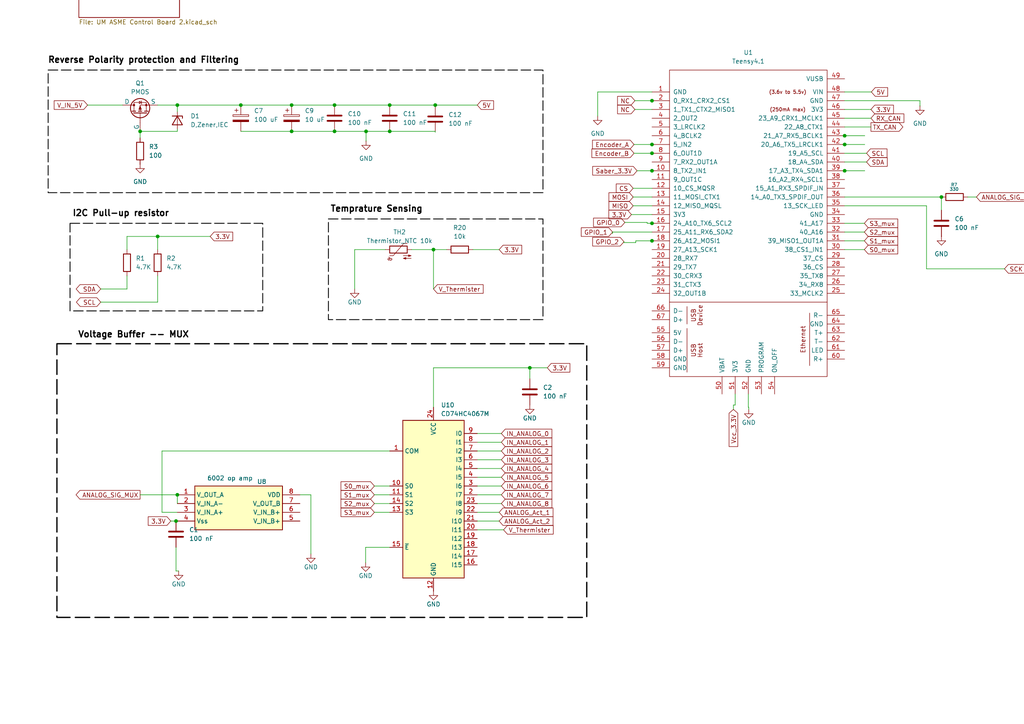
<source format=kicad_sch>
(kicad_sch
	(version 20250114)
	(generator "eeschema")
	(generator_version "9.0")
	(uuid "d60f352a-2b4a-4c4a-aee5-4f6cc46d3d3f")
	(paper "A4")
	(lib_symbols
		(symbol "74AHC373_1"
			(exclude_from_sim no)
			(in_bom yes)
			(on_board yes)
			(property "Reference" "U8"
				(at 10.414 16.51 0)
				(effects
					(font
						(size 1.27 1.27)
					)
					(justify left)
				)
			)
			(property "Value" "6002 op amp"
				(at -4.064 17.526 0)
				(effects
					(font
						(size 1.27 1.27)
					)
					(justify left)
				)
			)
			(property "Footprint" ""
				(at 0 0 0)
				(effects
					(font
						(size 1.27 1.27)
					)
					(hide yes)
				)
			)
			(property "Datasheet" "https://assets.nexperia.com/documents/data-sheet/74AHC373.pdf"
				(at 3.302 -2.032 0)
				(effects
					(font
						(size 1.27 1.27)
					)
					(hide yes)
				)
			)
			(property "Description" "8-bit Latch, 3-state outputs"
				(at 1.27 -6.604 0)
				(effects
					(font
						(size 1.27 1.27)
					)
					(hide yes)
				)
			)
			(property "ki_keywords" "AHCMOS REG DFF DFF8 LATCH"
				(at 0 0 0)
				(effects
					(font
						(size 1.27 1.27)
					)
					(hide yes)
				)
			)
			(property "ki_fp_filters" "DIP?20* SOIC?20* SO?20* SSOP?20* TSSOP?20*"
				(at 0 0 0)
				(effects
					(font
						(size 1.27 1.27)
					)
					(hide yes)
				)
			)
			(symbol "74AHC373_1_1_0"
				(pin input line
					(at -12.7 12.7 0)
					(length 5.08)
					(name "V_OUT_A"
						(effects
							(font
								(size 1.27 1.27)
							)
						)
					)
					(number "1"
						(effects
							(font
								(size 1.27 1.27)
							)
						)
					)
				)
				(pin input line
					(at -12.7 10.16 0)
					(length 5.08)
					(name "V_IN_A-"
						(effects
							(font
								(size 1.27 1.27)
							)
						)
					)
					(number "2"
						(effects
							(font
								(size 1.27 1.27)
							)
						)
					)
				)
				(pin input line
					(at -12.7 7.62 0)
					(length 5.08)
					(name "V_IN_A+"
						(effects
							(font
								(size 1.27 1.27)
							)
						)
					)
					(number "3"
						(effects
							(font
								(size 1.27 1.27)
							)
						)
					)
				)
				(pin input line
					(at -12.7 5.08 0)
					(length 5.08)
					(name "Vss"
						(effects
							(font
								(size 1.27 1.27)
							)
						)
					)
					(number "4"
						(effects
							(font
								(size 1.27 1.27)
							)
						)
					)
				)
				(pin tri_state line
					(at 22.86 12.7 180)
					(length 5.08)
					(name "VDD"
						(effects
							(font
								(size 1.27 1.27)
							)
						)
					)
					(number "8"
						(effects
							(font
								(size 1.27 1.27)
							)
						)
					)
				)
				(pin input line
					(at 22.86 10.16 180)
					(length 5.08)
					(name "V_OUT_B"
						(effects
							(font
								(size 1.27 1.27)
							)
						)
					)
					(number "7"
						(effects
							(font
								(size 1.27 1.27)
							)
						)
					)
				)
				(pin input line
					(at 22.86 7.62 180)
					(length 5.08)
					(name "V_IN_B+"
						(effects
							(font
								(size 1.27 1.27)
							)
						)
					)
					(number "6"
						(effects
							(font
								(size 1.27 1.27)
							)
						)
					)
				)
				(pin input line
					(at 22.86 5.08 180)
					(length 5.08)
					(name "V_IN_B+"
						(effects
							(font
								(size 1.27 1.27)
							)
						)
					)
					(number "5"
						(effects
							(font
								(size 1.27 1.27)
							)
						)
					)
				)
			)
			(symbol "74AHC373_1_1_1"
				(rectangle
					(start -7.62 15.24)
					(end 17.78 2.54)
					(stroke
						(width 0.254)
						(type default)
					)
					(fill
						(type background)
					)
				)
			)
			(embedded_fonts no)
		)
		(symbol "74xx:CD74HC4067M"
			(exclude_from_sim no)
			(in_bom yes)
			(on_board yes)
			(property "Reference" "U"
				(at -8.89 22.86 0)
				(effects
					(font
						(size 1.27 1.27)
					)
					(justify left)
				)
			)
			(property "Value" "CD74HC4067M"
				(at 1.27 22.86 0)
				(effects
					(font
						(size 1.27 1.27)
					)
					(justify left)
				)
			)
			(property "Footprint" "Package_SO:SOIC-24W_7.5x15.4mm_P1.27mm"
				(at 22.86 -25.4 0)
				(effects
					(font
						(size 1.27 1.27)
						(italic yes)
					)
					(hide yes)
				)
			)
			(property "Datasheet" "http://www.ti.com/lit/ds/symlink/cd74hc4067.pdf"
				(at -8.89 21.59 0)
				(effects
					(font
						(size 1.27 1.27)
					)
					(hide yes)
				)
			)
			(property "Description" "High-Speed CMOS Logic 16-Channel Analog Multiplexer/Demultiplexer, SOIC-24"
				(at 0 0 0)
				(effects
					(font
						(size 1.27 1.27)
					)
					(hide yes)
				)
			)
			(property "ki_keywords" "multiplexer demultiplexer mux demux"
				(at 0 0 0)
				(effects
					(font
						(size 1.27 1.27)
					)
					(hide yes)
				)
			)
			(property "ki_fp_filters" "SOIC*W*7.5x15.4mm*P1.27mm*"
				(at 0 0 0)
				(effects
					(font
						(size 1.27 1.27)
					)
					(hide yes)
				)
			)
			(symbol "CD74HC4067M_0_1"
				(rectangle
					(start -8.89 21.59)
					(end 8.89 -24.13)
					(stroke
						(width 0.254)
						(type default)
					)
					(fill
						(type background)
					)
				)
			)
			(symbol "CD74HC4067M_1_1"
				(pin passive line
					(at -12.7 12.7 0)
					(length 3.81)
					(name "COM"
						(effects
							(font
								(size 1.27 1.27)
							)
						)
					)
					(number "1"
						(effects
							(font
								(size 1.27 1.27)
							)
						)
					)
				)
				(pin input line
					(at -12.7 2.54 0)
					(length 3.81)
					(name "S0"
						(effects
							(font
								(size 1.27 1.27)
							)
						)
					)
					(number "10"
						(effects
							(font
								(size 1.27 1.27)
							)
						)
					)
				)
				(pin input line
					(at -12.7 0 0)
					(length 3.81)
					(name "S1"
						(effects
							(font
								(size 1.27 1.27)
							)
						)
					)
					(number "11"
						(effects
							(font
								(size 1.27 1.27)
							)
						)
					)
				)
				(pin input line
					(at -12.7 -2.54 0)
					(length 3.81)
					(name "S2"
						(effects
							(font
								(size 1.27 1.27)
							)
						)
					)
					(number "14"
						(effects
							(font
								(size 1.27 1.27)
							)
						)
					)
				)
				(pin input line
					(at -12.7 -5.08 0)
					(length 3.81)
					(name "S3"
						(effects
							(font
								(size 1.27 1.27)
							)
						)
					)
					(number "13"
						(effects
							(font
								(size 1.27 1.27)
							)
						)
					)
				)
				(pin input line
					(at -12.7 -15.24 0)
					(length 3.81)
					(name "~{E}"
						(effects
							(font
								(size 1.27 1.27)
							)
						)
					)
					(number "15"
						(effects
							(font
								(size 1.27 1.27)
							)
						)
					)
				)
				(pin power_in line
					(at 0 25.4 270)
					(length 3.81)
					(name "VCC"
						(effects
							(font
								(size 1.27 1.27)
							)
						)
					)
					(number "24"
						(effects
							(font
								(size 1.27 1.27)
							)
						)
					)
				)
				(pin power_in line
					(at 0 -27.94 90)
					(length 3.81)
					(name "GND"
						(effects
							(font
								(size 1.27 1.27)
							)
						)
					)
					(number "12"
						(effects
							(font
								(size 1.27 1.27)
							)
						)
					)
				)
				(pin passive line
					(at 12.7 17.78 180)
					(length 3.81)
					(name "I0"
						(effects
							(font
								(size 1.27 1.27)
							)
						)
					)
					(number "9"
						(effects
							(font
								(size 1.27 1.27)
							)
						)
					)
				)
				(pin passive line
					(at 12.7 15.24 180)
					(length 3.81)
					(name "I1"
						(effects
							(font
								(size 1.27 1.27)
							)
						)
					)
					(number "8"
						(effects
							(font
								(size 1.27 1.27)
							)
						)
					)
				)
				(pin passive line
					(at 12.7 12.7 180)
					(length 3.81)
					(name "I2"
						(effects
							(font
								(size 1.27 1.27)
							)
						)
					)
					(number "7"
						(effects
							(font
								(size 1.27 1.27)
							)
						)
					)
				)
				(pin passive line
					(at 12.7 10.16 180)
					(length 3.81)
					(name "I3"
						(effects
							(font
								(size 1.27 1.27)
							)
						)
					)
					(number "6"
						(effects
							(font
								(size 1.27 1.27)
							)
						)
					)
				)
				(pin passive line
					(at 12.7 7.62 180)
					(length 3.81)
					(name "I4"
						(effects
							(font
								(size 1.27 1.27)
							)
						)
					)
					(number "5"
						(effects
							(font
								(size 1.27 1.27)
							)
						)
					)
				)
				(pin passive line
					(at 12.7 5.08 180)
					(length 3.81)
					(name "I5"
						(effects
							(font
								(size 1.27 1.27)
							)
						)
					)
					(number "4"
						(effects
							(font
								(size 1.27 1.27)
							)
						)
					)
				)
				(pin passive line
					(at 12.7 2.54 180)
					(length 3.81)
					(name "I6"
						(effects
							(font
								(size 1.27 1.27)
							)
						)
					)
					(number "3"
						(effects
							(font
								(size 1.27 1.27)
							)
						)
					)
				)
				(pin passive line
					(at 12.7 0 180)
					(length 3.81)
					(name "I7"
						(effects
							(font
								(size 1.27 1.27)
							)
						)
					)
					(number "2"
						(effects
							(font
								(size 1.27 1.27)
							)
						)
					)
				)
				(pin passive line
					(at 12.7 -2.54 180)
					(length 3.81)
					(name "I8"
						(effects
							(font
								(size 1.27 1.27)
							)
						)
					)
					(number "23"
						(effects
							(font
								(size 1.27 1.27)
							)
						)
					)
				)
				(pin passive line
					(at 12.7 -5.08 180)
					(length 3.81)
					(name "I9"
						(effects
							(font
								(size 1.27 1.27)
							)
						)
					)
					(number "22"
						(effects
							(font
								(size 1.27 1.27)
							)
						)
					)
				)
				(pin passive line
					(at 12.7 -7.62 180)
					(length 3.81)
					(name "I10"
						(effects
							(font
								(size 1.27 1.27)
							)
						)
					)
					(number "21"
						(effects
							(font
								(size 1.27 1.27)
							)
						)
					)
				)
				(pin passive line
					(at 12.7 -10.16 180)
					(length 3.81)
					(name "I11"
						(effects
							(font
								(size 1.27 1.27)
							)
						)
					)
					(number "20"
						(effects
							(font
								(size 1.27 1.27)
							)
						)
					)
				)
				(pin passive line
					(at 12.7 -12.7 180)
					(length 3.81)
					(name "I12"
						(effects
							(font
								(size 1.27 1.27)
							)
						)
					)
					(number "19"
						(effects
							(font
								(size 1.27 1.27)
							)
						)
					)
				)
				(pin passive line
					(at 12.7 -15.24 180)
					(length 3.81)
					(name "I13"
						(effects
							(font
								(size 1.27 1.27)
							)
						)
					)
					(number "18"
						(effects
							(font
								(size 1.27 1.27)
							)
						)
					)
				)
				(pin passive line
					(at 12.7 -17.78 180)
					(length 3.81)
					(name "I14"
						(effects
							(font
								(size 1.27 1.27)
							)
						)
					)
					(number "17"
						(effects
							(font
								(size 1.27 1.27)
							)
						)
					)
				)
				(pin passive line
					(at 12.7 -20.32 180)
					(length 3.81)
					(name "I15"
						(effects
							(font
								(size 1.27 1.27)
							)
						)
					)
					(number "16"
						(effects
							(font
								(size 1.27 1.27)
							)
						)
					)
				)
			)
			(embedded_fonts no)
		)
		(symbol "Device:C"
			(pin_numbers
				(hide yes)
			)
			(pin_names
				(offset 0.254)
			)
			(exclude_from_sim no)
			(in_bom yes)
			(on_board yes)
			(property "Reference" "C"
				(at 0.635 2.54 0)
				(effects
					(font
						(size 1.27 1.27)
					)
					(justify left)
				)
			)
			(property "Value" "C"
				(at 0.635 -2.54 0)
				(effects
					(font
						(size 1.27 1.27)
					)
					(justify left)
				)
			)
			(property "Footprint" ""
				(at 0.9652 -3.81 0)
				(effects
					(font
						(size 1.27 1.27)
					)
					(hide yes)
				)
			)
			(property "Datasheet" "~"
				(at 0 0 0)
				(effects
					(font
						(size 1.27 1.27)
					)
					(hide yes)
				)
			)
			(property "Description" "Unpolarized capacitor"
				(at 0 0 0)
				(effects
					(font
						(size 1.27 1.27)
					)
					(hide yes)
				)
			)
			(property "ki_keywords" "cap capacitor"
				(at 0 0 0)
				(effects
					(font
						(size 1.27 1.27)
					)
					(hide yes)
				)
			)
			(property "ki_fp_filters" "C_*"
				(at 0 0 0)
				(effects
					(font
						(size 1.27 1.27)
					)
					(hide yes)
				)
			)
			(symbol "C_0_1"
				(polyline
					(pts
						(xy -2.032 0.762) (xy 2.032 0.762)
					)
					(stroke
						(width 0.508)
						(type default)
					)
					(fill
						(type none)
					)
				)
				(polyline
					(pts
						(xy -2.032 -0.762) (xy 2.032 -0.762)
					)
					(stroke
						(width 0.508)
						(type default)
					)
					(fill
						(type none)
					)
				)
			)
			(symbol "C_1_1"
				(pin passive line
					(at 0 3.81 270)
					(length 2.794)
					(name "~"
						(effects
							(font
								(size 1.27 1.27)
							)
						)
					)
					(number "1"
						(effects
							(font
								(size 1.27 1.27)
							)
						)
					)
				)
				(pin passive line
					(at 0 -3.81 90)
					(length 2.794)
					(name "~"
						(effects
							(font
								(size 1.27 1.27)
							)
						)
					)
					(number "2"
						(effects
							(font
								(size 1.27 1.27)
							)
						)
					)
				)
			)
			(embedded_fonts no)
		)
		(symbol "Device:C_Polarized"
			(pin_numbers
				(hide yes)
			)
			(pin_names
				(offset 0.254)
			)
			(exclude_from_sim no)
			(in_bom yes)
			(on_board yes)
			(property "Reference" "C"
				(at 0.635 2.54 0)
				(effects
					(font
						(size 1.27 1.27)
					)
					(justify left)
				)
			)
			(property "Value" "C_Polarized"
				(at 0.635 -2.54 0)
				(effects
					(font
						(size 1.27 1.27)
					)
					(justify left)
				)
			)
			(property "Footprint" ""
				(at 0.9652 -3.81 0)
				(effects
					(font
						(size 1.27 1.27)
					)
					(hide yes)
				)
			)
			(property "Datasheet" "~"
				(at 0 0 0)
				(effects
					(font
						(size 1.27 1.27)
					)
					(hide yes)
				)
			)
			(property "Description" "Polarized capacitor"
				(at 0 0 0)
				(effects
					(font
						(size 1.27 1.27)
					)
					(hide yes)
				)
			)
			(property "ki_keywords" "cap capacitor"
				(at 0 0 0)
				(effects
					(font
						(size 1.27 1.27)
					)
					(hide yes)
				)
			)
			(property "ki_fp_filters" "CP_*"
				(at 0 0 0)
				(effects
					(font
						(size 1.27 1.27)
					)
					(hide yes)
				)
			)
			(symbol "C_Polarized_0_1"
				(rectangle
					(start -2.286 0.508)
					(end 2.286 1.016)
					(stroke
						(width 0)
						(type default)
					)
					(fill
						(type none)
					)
				)
				(polyline
					(pts
						(xy -1.778 2.286) (xy -0.762 2.286)
					)
					(stroke
						(width 0)
						(type default)
					)
					(fill
						(type none)
					)
				)
				(polyline
					(pts
						(xy -1.27 2.794) (xy -1.27 1.778)
					)
					(stroke
						(width 0)
						(type default)
					)
					(fill
						(type none)
					)
				)
				(rectangle
					(start 2.286 -0.508)
					(end -2.286 -1.016)
					(stroke
						(width 0)
						(type default)
					)
					(fill
						(type outline)
					)
				)
			)
			(symbol "C_Polarized_1_1"
				(pin passive line
					(at 0 3.81 270)
					(length 2.794)
					(name "~"
						(effects
							(font
								(size 1.27 1.27)
							)
						)
					)
					(number "1"
						(effects
							(font
								(size 1.27 1.27)
							)
						)
					)
				)
				(pin passive line
					(at 0 -3.81 90)
					(length 2.794)
					(name "~"
						(effects
							(font
								(size 1.27 1.27)
							)
						)
					)
					(number "2"
						(effects
							(font
								(size 1.27 1.27)
							)
						)
					)
				)
			)
			(embedded_fonts no)
		)
		(symbol "Device:R"
			(pin_numbers
				(hide yes)
			)
			(pin_names
				(offset 0)
			)
			(exclude_from_sim no)
			(in_bom yes)
			(on_board yes)
			(property "Reference" "R"
				(at 2.032 0 90)
				(effects
					(font
						(size 1.27 1.27)
					)
				)
			)
			(property "Value" "R"
				(at 0 0 90)
				(effects
					(font
						(size 1.27 1.27)
					)
				)
			)
			(property "Footprint" ""
				(at -1.778 0 90)
				(effects
					(font
						(size 1.27 1.27)
					)
					(hide yes)
				)
			)
			(property "Datasheet" "~"
				(at 0 0 0)
				(effects
					(font
						(size 1.27 1.27)
					)
					(hide yes)
				)
			)
			(property "Description" "Resistor"
				(at 0 0 0)
				(effects
					(font
						(size 1.27 1.27)
					)
					(hide yes)
				)
			)
			(property "ki_keywords" "R res resistor"
				(at 0 0 0)
				(effects
					(font
						(size 1.27 1.27)
					)
					(hide yes)
				)
			)
			(property "ki_fp_filters" "R_*"
				(at 0 0 0)
				(effects
					(font
						(size 1.27 1.27)
					)
					(hide yes)
				)
			)
			(symbol "R_0_1"
				(rectangle
					(start -1.016 -2.54)
					(end 1.016 2.54)
					(stroke
						(width 0.254)
						(type default)
					)
					(fill
						(type none)
					)
				)
			)
			(symbol "R_1_1"
				(pin passive line
					(at 0 3.81 270)
					(length 1.27)
					(name "~"
						(effects
							(font
								(size 1.27 1.27)
							)
						)
					)
					(number "1"
						(effects
							(font
								(size 1.27 1.27)
							)
						)
					)
				)
				(pin passive line
					(at 0 -3.81 90)
					(length 1.27)
					(name "~"
						(effects
							(font
								(size 1.27 1.27)
							)
						)
					)
					(number "2"
						(effects
							(font
								(size 1.27 1.27)
							)
						)
					)
				)
			)
			(embedded_fonts no)
		)
		(symbol "Device:Thermistor_NTC"
			(pin_numbers
				(hide yes)
			)
			(pin_names
				(offset 0)
			)
			(exclude_from_sim no)
			(in_bom yes)
			(on_board yes)
			(property "Reference" "TH"
				(at -4.445 0 90)
				(effects
					(font
						(size 1.27 1.27)
					)
				)
			)
			(property "Value" "Thermistor_NTC"
				(at 3.175 0 90)
				(effects
					(font
						(size 1.27 1.27)
					)
				)
			)
			(property "Footprint" ""
				(at 0 1.27 0)
				(effects
					(font
						(size 1.27 1.27)
					)
					(hide yes)
				)
			)
			(property "Datasheet" "~"
				(at 0 1.27 0)
				(effects
					(font
						(size 1.27 1.27)
					)
					(hide yes)
				)
			)
			(property "Description" "Temperature dependent resistor, negative temperature coefficient"
				(at 0 0 0)
				(effects
					(font
						(size 1.27 1.27)
					)
					(hide yes)
				)
			)
			(property "ki_keywords" "thermistor NTC resistor sensor RTD"
				(at 0 0 0)
				(effects
					(font
						(size 1.27 1.27)
					)
					(hide yes)
				)
			)
			(property "ki_fp_filters" "*NTC* *Thermistor* PIN?ARRAY* bornier* *Terminal?Block* R_*"
				(at 0 0 0)
				(effects
					(font
						(size 1.27 1.27)
					)
					(hide yes)
				)
			)
			(symbol "Thermistor_NTC_0_1"
				(arc
					(start -3.175 2.413)
					(mid -3.0506 2.3165)
					(end -3.048 2.159)
					(stroke
						(width 0)
						(type default)
					)
					(fill
						(type none)
					)
				)
				(arc
					(start -3.048 2.794)
					(mid -2.9736 2.9736)
					(end -2.794 3.048)
					(stroke
						(width 0)
						(type default)
					)
					(fill
						(type none)
					)
				)
				(arc
					(start -2.794 3.048)
					(mid -2.6144 2.9736)
					(end -2.54 2.794)
					(stroke
						(width 0)
						(type default)
					)
					(fill
						(type none)
					)
				)
				(arc
					(start -2.794 2.54)
					(mid -2.9736 2.6144)
					(end -3.048 2.794)
					(stroke
						(width 0)
						(type default)
					)
					(fill
						(type none)
					)
				)
				(arc
					(start -2.794 1.905)
					(mid -2.9736 1.9794)
					(end -3.048 2.159)
					(stroke
						(width 0)
						(type default)
					)
					(fill
						(type none)
					)
				)
				(arc
					(start -2.54 2.159)
					(mid -2.6144 1.9794)
					(end -2.794 1.905)
					(stroke
						(width 0)
						(type default)
					)
					(fill
						(type none)
					)
				)
				(arc
					(start -2.159 2.794)
					(mid -2.434 2.5608)
					(end -2.794 2.54)
					(stroke
						(width 0)
						(type default)
					)
					(fill
						(type none)
					)
				)
				(polyline
					(pts
						(xy -2.54 2.159) (xy -2.54 2.794)
					)
					(stroke
						(width 0)
						(type default)
					)
					(fill
						(type none)
					)
				)
				(polyline
					(pts
						(xy -2.54 -3.683) (xy -2.54 -1.397) (xy -2.794 -2.159) (xy -2.286 -2.159) (xy -2.54 -1.397) (xy -2.54 -1.651)
					)
					(stroke
						(width 0)
						(type default)
					)
					(fill
						(type outline)
					)
				)
				(polyline
					(pts
						(xy -1.778 2.54) (xy -1.778 1.524) (xy 1.778 -1.524) (xy 1.778 -2.54)
					)
					(stroke
						(width 0)
						(type default)
					)
					(fill
						(type none)
					)
				)
				(polyline
					(pts
						(xy -1.778 -1.397) (xy -1.778 -3.683) (xy -2.032 -2.921) (xy -1.524 -2.921) (xy -1.778 -3.683)
						(xy -1.778 -3.429)
					)
					(stroke
						(width 0)
						(type default)
					)
					(fill
						(type outline)
					)
				)
				(rectangle
					(start -1.016 2.54)
					(end 1.016 -2.54)
					(stroke
						(width 0.254)
						(type default)
					)
					(fill
						(type none)
					)
				)
			)
			(symbol "Thermistor_NTC_1_1"
				(pin passive line
					(at 0 3.81 270)
					(length 1.27)
					(name "~"
						(effects
							(font
								(size 1.27 1.27)
							)
						)
					)
					(number "1"
						(effects
							(font
								(size 1.27 1.27)
							)
						)
					)
				)
				(pin passive line
					(at 0 -3.81 90)
					(length 1.27)
					(name "~"
						(effects
							(font
								(size 1.27 1.27)
							)
						)
					)
					(number "2"
						(effects
							(font
								(size 1.27 1.27)
							)
						)
					)
				)
			)
			(embedded_fonts no)
		)
		(symbol "PCM_Generic-50:D,Zener,IEC"
			(pin_numbers
				(hide yes)
			)
			(pin_names
				(offset 0)
				(hide yes)
			)
			(exclude_from_sim no)
			(in_bom yes)
			(on_board yes)
			(property "Reference" "D"
				(at 1.905 1.27 0)
				(effects
					(font
						(size 1.27 1.27)
					)
					(justify left)
				)
			)
			(property "Value" "${SIM.PARAMS}"
				(at 1.905 -1.27 0)
				(effects
					(font
						(size 1.27 1.27)
					)
					(justify left)
				)
			)
			(property "Footprint" ""
				(at 0 0 0)
				(effects
					(font
						(size 2.54 2.54)
					)
					(hide yes)
				)
			)
			(property "Datasheet" ""
				(at 0 0 0)
				(effects
					(font
						(size 2.54 2.54)
					)
					(hide yes)
				)
			)
			(property "Description" "Zener/avalanche diode; unidirectional breakdown diode; voltage regulator diode (IEC)"
				(at 0 0 0)
				(effects
					(font
						(size 1.27 1.27)
					)
					(hide yes)
				)
			)
			(property "Sim.Pins" "2=1 1=2"
				(at 1.905 0 0)
				(effects
					(font
						(size 0.635 0.635)
					)
					(justify left)
					(hide yes)
				)
			)
			(property "Sim.Params" "D,Zener,IEC"
				(at 1.905 -1.27 0)
				(effects
					(font
						(size 1.27 1.27)
					)
					(justify left)
				)
			)
			(property "Sim.Device" "SPICE"
				(at 0 0 0)
				(effects
					(font
						(size 1.27 1.27)
					)
					(hide yes)
				)
			)
			(property "ki_keywords" "D semiconductor diode breakdown Zener Z-diode avalanche IEC"
				(at 0 0 0)
				(effects
					(font
						(size 1.27 1.27)
					)
					(hide yes)
				)
			)
			(symbol "D,Zener,IEC_1_1"
				(polyline
					(pts
						(xy -1.4732 -0.635) (xy -1.4732 -1.27) (xy 1.4732 -1.27)
					)
					(stroke
						(width 0.254)
						(type default)
					)
					(fill
						(type none)
					)
				)
				(polyline
					(pts
						(xy 0 -1.27) (xy 1.4732 1.27) (xy -1.4732 1.27) (xy 0 -1.27)
					)
					(stroke
						(width 0.254)
						(type default)
					)
					(fill
						(type none)
					)
				)
				(pin passive line
					(at 0 2.54 270)
					(length 2.54)
					(name "A+"
						(effects
							(font
								(size 0.635 0.635)
							)
						)
					)
					(number "2"
						(effects
							(font
								(size 0.9144 0.9144)
							)
						)
					)
				)
				(pin passive line
					(at 0 -2.54 90)
					(length 2.54)
					(name "K-"
						(effects
							(font
								(size 0.635 0.635)
							)
						)
					)
					(number "1"
						(effects
							(font
								(size 0.9144 0.9144)
							)
						)
					)
				)
			)
			(embedded_fonts no)
		)
		(symbol "PCM_SparkFun-PowerSymbol:GND"
			(power)
			(pin_names
				(offset 0)
			)
			(exclude_from_sim no)
			(in_bom yes)
			(on_board yes)
			(property "Reference" "#PWR"
				(at 0 -6.35 0)
				(effects
					(font
						(size 1.27 1.27)
					)
					(hide yes)
				)
			)
			(property "Value" "GND"
				(at 0 -3.81 0)
				(do_not_autoplace)
				(effects
					(font
						(size 1.27 1.27)
					)
				)
			)
			(property "Footprint" ""
				(at 0 0 0)
				(effects
					(font
						(size 1.27 1.27)
					)
					(hide yes)
				)
			)
			(property "Datasheet" ""
				(at 0 0 0)
				(effects
					(font
						(size 1.27 1.27)
					)
					(hide yes)
				)
			)
			(property "Description" "Power symbol creates a global label with name \"GND\" , ground"
				(at 0 -8.89 0)
				(effects
					(font
						(size 1.27 1.27)
					)
					(hide yes)
				)
			)
			(property "ki_keywords" "SparkFun global power"
				(at 0 0 0)
				(effects
					(font
						(size 1.27 1.27)
					)
					(hide yes)
				)
			)
			(symbol "GND_0_1"
				(polyline
					(pts
						(xy 0 0) (xy 0 -1.27) (xy 1.27 -1.27) (xy 0 -2.54) (xy -1.27 -1.27) (xy 0 -1.27)
					)
					(stroke
						(width 0)
						(type default)
					)
					(fill
						(type none)
					)
				)
			)
			(symbol "GND_1_1"
				(pin power_in line
					(at 0 0 270)
					(length 0)
					(hide yes)
					(name "GND"
						(effects
							(font
								(size 1.27 1.27)
							)
						)
					)
					(number "1"
						(effects
							(font
								(size 1.27 1.27)
							)
						)
					)
				)
			)
			(embedded_fonts no)
		)
		(symbol "Simulation_SPICE:PMOS"
			(pin_numbers
				(hide yes)
			)
			(pin_names
				(offset 0)
			)
			(exclude_from_sim no)
			(in_bom yes)
			(on_board yes)
			(property "Reference" "Q"
				(at 5.08 1.27 0)
				(effects
					(font
						(size 1.27 1.27)
					)
					(justify left)
				)
			)
			(property "Value" "PMOS"
				(at 5.08 -1.27 0)
				(effects
					(font
						(size 1.27 1.27)
					)
					(justify left)
				)
			)
			(property "Footprint" ""
				(at 5.08 2.54 0)
				(effects
					(font
						(size 1.27 1.27)
					)
					(hide yes)
				)
			)
			(property "Datasheet" "https://ngspice.sourceforge.io/docs/ngspice-html-manual/manual.xhtml#cha_MOSFETs"
				(at 0 -12.7 0)
				(effects
					(font
						(size 1.27 1.27)
					)
					(hide yes)
				)
			)
			(property "Description" "P-MOSFET transistor, drain/source/gate"
				(at 0 0 0)
				(effects
					(font
						(size 1.27 1.27)
					)
					(hide yes)
				)
			)
			(property "Sim.Device" "PMOS"
				(at 0 -17.145 0)
				(effects
					(font
						(size 1.27 1.27)
					)
					(hide yes)
				)
			)
			(property "Sim.Type" "VDMOS"
				(at 0 -19.05 0)
				(effects
					(font
						(size 1.27 1.27)
					)
					(hide yes)
				)
			)
			(property "Sim.Pins" "1=D 2=G 3=S"
				(at 0 -15.24 0)
				(effects
					(font
						(size 1.27 1.27)
					)
					(hide yes)
				)
			)
			(property "ki_keywords" "transistor PMOS P-MOS P-MOSFET simulation"
				(at 0 0 0)
				(effects
					(font
						(size 1.27 1.27)
					)
					(hide yes)
				)
			)
			(symbol "PMOS_0_1"
				(polyline
					(pts
						(xy 0.254 1.905) (xy 0.254 -1.905)
					)
					(stroke
						(width 0.254)
						(type default)
					)
					(fill
						(type none)
					)
				)
				(polyline
					(pts
						(xy 0.254 0) (xy -2.54 0)
					)
					(stroke
						(width 0)
						(type default)
					)
					(fill
						(type none)
					)
				)
				(polyline
					(pts
						(xy 0.762 2.286) (xy 0.762 1.27)
					)
					(stroke
						(width 0.254)
						(type default)
					)
					(fill
						(type none)
					)
				)
				(polyline
					(pts
						(xy 0.762 1.778) (xy 3.302 1.778) (xy 3.302 -1.778) (xy 0.762 -1.778)
					)
					(stroke
						(width 0)
						(type default)
					)
					(fill
						(type none)
					)
				)
				(polyline
					(pts
						(xy 0.762 0.508) (xy 0.762 -0.508)
					)
					(stroke
						(width 0.254)
						(type default)
					)
					(fill
						(type none)
					)
				)
				(polyline
					(pts
						(xy 0.762 -1.27) (xy 0.762 -2.286)
					)
					(stroke
						(width 0.254)
						(type default)
					)
					(fill
						(type none)
					)
				)
				(circle
					(center 1.651 0)
					(radius 2.794)
					(stroke
						(width 0.254)
						(type default)
					)
					(fill
						(type none)
					)
				)
				(polyline
					(pts
						(xy 2.286 0) (xy 1.27 0.381) (xy 1.27 -0.381) (xy 2.286 0)
					)
					(stroke
						(width 0)
						(type default)
					)
					(fill
						(type outline)
					)
				)
				(polyline
					(pts
						(xy 2.54 2.54) (xy 2.54 1.778)
					)
					(stroke
						(width 0)
						(type default)
					)
					(fill
						(type none)
					)
				)
				(circle
					(center 2.54 1.778)
					(radius 0.254)
					(stroke
						(width 0)
						(type default)
					)
					(fill
						(type outline)
					)
				)
				(circle
					(center 2.54 -1.778)
					(radius 0.254)
					(stroke
						(width 0)
						(type default)
					)
					(fill
						(type outline)
					)
				)
				(polyline
					(pts
						(xy 2.54 -2.54) (xy 2.54 0) (xy 0.762 0)
					)
					(stroke
						(width 0)
						(type default)
					)
					(fill
						(type none)
					)
				)
				(polyline
					(pts
						(xy 2.794 -0.508) (xy 2.921 -0.381) (xy 3.683 -0.381) (xy 3.81 -0.254)
					)
					(stroke
						(width 0)
						(type default)
					)
					(fill
						(type none)
					)
				)
				(polyline
					(pts
						(xy 3.302 -0.381) (xy 2.921 0.254) (xy 3.683 0.254) (xy 3.302 -0.381)
					)
					(stroke
						(width 0)
						(type default)
					)
					(fill
						(type none)
					)
				)
			)
			(symbol "PMOS_1_1"
				(pin input line
					(at -5.08 0 0)
					(length 2.54)
					(name "G"
						(effects
							(font
								(size 1.27 1.27)
							)
						)
					)
					(number "2"
						(effects
							(font
								(size 1.27 1.27)
							)
						)
					)
				)
				(pin passive line
					(at 2.54 5.08 270)
					(length 2.54)
					(name "D"
						(effects
							(font
								(size 1.27 1.27)
							)
						)
					)
					(number "1"
						(effects
							(font
								(size 1.27 1.27)
							)
						)
					)
				)
				(pin passive line
					(at 2.54 -5.08 90)
					(length 2.54)
					(name "S"
						(effects
							(font
								(size 1.27 1.27)
							)
						)
					)
					(number "3"
						(effects
							(font
								(size 1.27 1.27)
							)
						)
					)
				)
			)
			(embedded_fonts no)
		)
		(symbol "power:GND"
			(power)
			(pin_numbers
				(hide yes)
			)
			(pin_names
				(offset 0)
				(hide yes)
			)
			(exclude_from_sim no)
			(in_bom yes)
			(on_board yes)
			(property "Reference" "#PWR"
				(at 0 -6.35 0)
				(effects
					(font
						(size 1.27 1.27)
					)
					(hide yes)
				)
			)
			(property "Value" "GND"
				(at 0 -3.81 0)
				(effects
					(font
						(size 1.27 1.27)
					)
				)
			)
			(property "Footprint" ""
				(at 0 0 0)
				(effects
					(font
						(size 1.27 1.27)
					)
					(hide yes)
				)
			)
			(property "Datasheet" ""
				(at 0 0 0)
				(effects
					(font
						(size 1.27 1.27)
					)
					(hide yes)
				)
			)
			(property "Description" "Power symbol creates a global label with name \"GND\" , ground"
				(at 0 0 0)
				(effects
					(font
						(size 1.27 1.27)
					)
					(hide yes)
				)
			)
			(property "ki_keywords" "global power"
				(at 0 0 0)
				(effects
					(font
						(size 1.27 1.27)
					)
					(hide yes)
				)
			)
			(symbol "GND_0_1"
				(polyline
					(pts
						(xy 0 0) (xy 0 -1.27) (xy 1.27 -1.27) (xy 0 -2.54) (xy -1.27 -1.27) (xy 0 -1.27)
					)
					(stroke
						(width 0)
						(type default)
					)
					(fill
						(type none)
					)
				)
			)
			(symbol "GND_1_1"
				(pin power_in line
					(at 0 0 270)
					(length 0)
					(name "~"
						(effects
							(font
								(size 1.27 1.27)
							)
						)
					)
					(number "1"
						(effects
							(font
								(size 1.27 1.27)
							)
						)
					)
				)
			)
			(embedded_fonts no)
		)
		(symbol "teensy:Teensy4.1"
			(pin_names
				(offset 1.016)
			)
			(exclude_from_sim no)
			(in_bom yes)
			(on_board yes)
			(property "Reference" "U"
				(at 0 64.77 0)
				(effects
					(font
						(size 1.27 1.27)
					)
				)
			)
			(property "Value" "Teensy4.1"
				(at 0 62.23 0)
				(effects
					(font
						(size 1.27 1.27)
					)
				)
			)
			(property "Footprint" ""
				(at -10.16 10.16 0)
				(effects
					(font
						(size 1.27 1.27)
					)
					(hide yes)
				)
			)
			(property "Datasheet" ""
				(at -10.16 10.16 0)
				(effects
					(font
						(size 1.27 1.27)
					)
					(hide yes)
				)
			)
			(property "Description" ""
				(at 0 0 0)
				(effects
					(font
						(size 1.27 1.27)
					)
					(hide yes)
				)
			)
			(symbol "Teensy4.1_0_0"
				(polyline
					(pts
						(xy -22.86 -6.35) (xy 22.86 -6.35)
					)
					(stroke
						(width 0)
						(type solid)
					)
					(fill
						(type none)
					)
				)
				(polyline
					(pts
						(xy -17.78 -7.62) (xy -17.78 -12.7)
					)
					(stroke
						(width 0)
						(type solid)
					)
					(fill
						(type none)
					)
				)
				(polyline
					(pts
						(xy -17.78 -26.67) (xy -17.78 -13.97)
					)
					(stroke
						(width 0)
						(type solid)
					)
					(fill
						(type none)
					)
				)
				(polyline
					(pts
						(xy 17.78 -9.525) (xy 17.78 -24.765)
					)
					(stroke
						(width 0)
						(type solid)
					)
					(fill
						(type none)
					)
				)
				(text "USB"
					(at -15.875 -10.16 900)
					(effects
						(font
							(size 1.27 1.27)
						)
					)
				)
				(text "USB"
					(at -15.875 -20.32 900)
					(effects
						(font
							(size 1.27 1.27)
						)
					)
				)
				(text "Device"
					(at -13.97 -10.16 900)
					(effects
						(font
							(size 1.27 1.27)
						)
					)
				)
				(text "Host"
					(at -13.97 -20.32 900)
					(effects
						(font
							(size 1.27 1.27)
						)
					)
				)
				(text "(3.6v to 5.5v)"
					(at 11.43 54.61 0)
					(effects
						(font
							(size 1.016 1.016)
						)
					)
				)
				(text "(250mA max)"
					(at 11.43 49.53 0)
					(effects
						(font
							(size 1.016 1.016)
						)
					)
				)
				(text "Ethernet"
					(at 15.875 -17.145 900)
					(effects
						(font
							(size 1.27 1.27)
						)
					)
				)
				(pin bidirectional line
					(at -27.94 44.45 0)
					(length 5.08)
					(name "3_LRCLK2"
						(effects
							(font
								(size 1.27 1.27)
							)
						)
					)
					(number "5"
						(effects
							(font
								(size 1.27 1.27)
							)
						)
					)
				)
				(pin bidirectional line
					(at -27.94 41.91 0)
					(length 5.08)
					(name "4_BCLK2"
						(effects
							(font
								(size 1.27 1.27)
							)
						)
					)
					(number "6"
						(effects
							(font
								(size 1.27 1.27)
							)
						)
					)
				)
				(pin bidirectional line
					(at -27.94 39.37 0)
					(length 5.08)
					(name "5_IN2"
						(effects
							(font
								(size 1.27 1.27)
							)
						)
					)
					(number "7"
						(effects
							(font
								(size 1.27 1.27)
							)
						)
					)
				)
				(pin bidirectional line
					(at -27.94 36.83 0)
					(length 5.08)
					(name "6_OUT1D"
						(effects
							(font
								(size 1.27 1.27)
							)
						)
					)
					(number "8"
						(effects
							(font
								(size 1.27 1.27)
							)
						)
					)
				)
				(pin bidirectional line
					(at -27.94 34.29 0)
					(length 5.08)
					(name "7_RX2_OUT1A"
						(effects
							(font
								(size 1.27 1.27)
							)
						)
					)
					(number "9"
						(effects
							(font
								(size 1.27 1.27)
							)
						)
					)
				)
				(pin bidirectional line
					(at -27.94 31.75 0)
					(length 5.08)
					(name "8_TX2_IN1"
						(effects
							(font
								(size 1.27 1.27)
							)
						)
					)
					(number "10"
						(effects
							(font
								(size 1.27 1.27)
							)
						)
					)
				)
				(pin bidirectional line
					(at -27.94 29.21 0)
					(length 5.08)
					(name "9_OUT1C"
						(effects
							(font
								(size 1.27 1.27)
							)
						)
					)
					(number "11"
						(effects
							(font
								(size 1.27 1.27)
							)
						)
					)
				)
				(pin bidirectional line
					(at -27.94 26.67 0)
					(length 5.08)
					(name "10_CS_MQSR"
						(effects
							(font
								(size 1.27 1.27)
							)
						)
					)
					(number "12"
						(effects
							(font
								(size 1.27 1.27)
							)
						)
					)
				)
				(pin bidirectional line
					(at -27.94 24.13 0)
					(length 5.08)
					(name "11_MOSI_CTX1"
						(effects
							(font
								(size 1.27 1.27)
							)
						)
					)
					(number "13"
						(effects
							(font
								(size 1.27 1.27)
							)
						)
					)
				)
				(pin bidirectional line
					(at -27.94 21.59 0)
					(length 5.08)
					(name "12_MISO_MQSL"
						(effects
							(font
								(size 1.27 1.27)
							)
						)
					)
					(number "14"
						(effects
							(font
								(size 1.27 1.27)
							)
						)
					)
				)
				(pin power_in line
					(at -27.94 19.05 0)
					(length 5.08)
					(name "3V3"
						(effects
							(font
								(size 1.27 1.27)
							)
						)
					)
					(number "15"
						(effects
							(font
								(size 1.27 1.27)
							)
						)
					)
				)
				(pin bidirectional line
					(at -27.94 16.51 0)
					(length 5.08)
					(name "24_A10_TX6_SCL2"
						(effects
							(font
								(size 1.27 1.27)
							)
						)
					)
					(number "16"
						(effects
							(font
								(size 1.27 1.27)
							)
						)
					)
				)
				(pin bidirectional line
					(at -27.94 13.97 0)
					(length 5.08)
					(name "25_A11_RX6_SDA2"
						(effects
							(font
								(size 1.27 1.27)
							)
						)
					)
					(number "17"
						(effects
							(font
								(size 1.27 1.27)
							)
						)
					)
				)
				(pin bidirectional line
					(at -27.94 11.43 0)
					(length 5.08)
					(name "26_A12_MOSI1"
						(effects
							(font
								(size 1.27 1.27)
							)
						)
					)
					(number "18"
						(effects
							(font
								(size 1.27 1.27)
							)
						)
					)
				)
				(pin bidirectional line
					(at -27.94 8.89 0)
					(length 5.08)
					(name "27_A13_SCK1"
						(effects
							(font
								(size 1.27 1.27)
							)
						)
					)
					(number "19"
						(effects
							(font
								(size 1.27 1.27)
							)
						)
					)
				)
				(pin bidirectional line
					(at -27.94 6.35 0)
					(length 5.08)
					(name "28_RX7"
						(effects
							(font
								(size 1.27 1.27)
							)
						)
					)
					(number "20"
						(effects
							(font
								(size 1.27 1.27)
							)
						)
					)
				)
				(pin bidirectional line
					(at -27.94 3.81 0)
					(length 5.08)
					(name "29_TX7"
						(effects
							(font
								(size 1.27 1.27)
							)
						)
					)
					(number "21"
						(effects
							(font
								(size 1.27 1.27)
							)
						)
					)
				)
				(pin bidirectional line
					(at -27.94 1.27 0)
					(length 5.08)
					(name "30_CRX3"
						(effects
							(font
								(size 1.27 1.27)
							)
						)
					)
					(number "22"
						(effects
							(font
								(size 1.27 1.27)
							)
						)
					)
				)
				(pin bidirectional line
					(at -27.94 -1.27 0)
					(length 5.08)
					(name "31_CTX3"
						(effects
							(font
								(size 1.27 1.27)
							)
						)
					)
					(number "23"
						(effects
							(font
								(size 1.27 1.27)
							)
						)
					)
				)
				(pin bidirectional line
					(at -27.94 -3.81 0)
					(length 5.08)
					(name "32_OUT1B"
						(effects
							(font
								(size 1.27 1.27)
							)
						)
					)
					(number "24"
						(effects
							(font
								(size 1.27 1.27)
							)
						)
					)
				)
				(pin bidirectional line
					(at -27.94 -8.89 0)
					(length 5.08)
					(name "D-"
						(effects
							(font
								(size 1.27 1.27)
							)
						)
					)
					(number "66"
						(effects
							(font
								(size 1.27 1.27)
							)
						)
					)
				)
				(pin bidirectional line
					(at -27.94 -11.43 0)
					(length 5.08)
					(name "D+"
						(effects
							(font
								(size 1.27 1.27)
							)
						)
					)
					(number "67"
						(effects
							(font
								(size 1.27 1.27)
							)
						)
					)
				)
				(pin power_out line
					(at -27.94 -15.24 0)
					(length 5.08)
					(name "5V"
						(effects
							(font
								(size 1.27 1.27)
							)
						)
					)
					(number "55"
						(effects
							(font
								(size 1.27 1.27)
							)
						)
					)
				)
				(pin bidirectional line
					(at -27.94 -17.78 0)
					(length 5.08)
					(name "D-"
						(effects
							(font
								(size 1.27 1.27)
							)
						)
					)
					(number "56"
						(effects
							(font
								(size 1.27 1.27)
							)
						)
					)
				)
				(pin bidirectional line
					(at -27.94 -20.32 0)
					(length 5.08)
					(name "D+"
						(effects
							(font
								(size 1.27 1.27)
							)
						)
					)
					(number "57"
						(effects
							(font
								(size 1.27 1.27)
							)
						)
					)
				)
				(pin power_in line
					(at -27.94 -22.86 0)
					(length 5.08)
					(name "GND"
						(effects
							(font
								(size 1.27 1.27)
							)
						)
					)
					(number "58"
						(effects
							(font
								(size 1.27 1.27)
							)
						)
					)
				)
				(pin power_in line
					(at -27.94 -25.4 0)
					(length 5.08)
					(name "GND"
						(effects
							(font
								(size 1.27 1.27)
							)
						)
					)
					(number "59"
						(effects
							(font
								(size 1.27 1.27)
							)
						)
					)
				)
				(pin power_in line
					(at -7.62 -33.02 90)
					(length 5.08)
					(name "VBAT"
						(effects
							(font
								(size 1.27 1.27)
							)
						)
					)
					(number "50"
						(effects
							(font
								(size 1.27 1.27)
							)
						)
					)
				)
				(pin power_in line
					(at -3.81 -33.02 90)
					(length 5.08)
					(name "3V3"
						(effects
							(font
								(size 1.27 1.27)
							)
						)
					)
					(number "51"
						(effects
							(font
								(size 1.27 1.27)
							)
						)
					)
				)
				(pin input line
					(at 0 -33.02 90)
					(length 5.08)
					(name "GND"
						(effects
							(font
								(size 1.27 1.27)
							)
						)
					)
					(number "52"
						(effects
							(font
								(size 1.27 1.27)
							)
						)
					)
				)
				(pin input line
					(at 3.81 -33.02 90)
					(length 5.08)
					(name "PROGRAM"
						(effects
							(font
								(size 1.27 1.27)
							)
						)
					)
					(number "53"
						(effects
							(font
								(size 1.27 1.27)
							)
						)
					)
				)
				(pin input line
					(at 7.62 -33.02 90)
					(length 5.08)
					(name "ON_OFF"
						(effects
							(font
								(size 1.27 1.27)
							)
						)
					)
					(number "54"
						(effects
							(font
								(size 1.27 1.27)
							)
						)
					)
				)
				(pin power_out line
					(at 27.94 58.42 180)
					(length 5.08)
					(name "VUSB"
						(effects
							(font
								(size 1.27 1.27)
							)
						)
					)
					(number "49"
						(effects
							(font
								(size 1.27 1.27)
							)
						)
					)
				)
				(pin power_in line
					(at 27.94 54.61 180)
					(length 5.08)
					(name "VIN"
						(effects
							(font
								(size 1.27 1.27)
							)
						)
					)
					(number "48"
						(effects
							(font
								(size 1.27 1.27)
							)
						)
					)
				)
				(pin output line
					(at 27.94 52.07 180)
					(length 5.08)
					(name "GND"
						(effects
							(font
								(size 1.27 1.27)
							)
						)
					)
					(number "47"
						(effects
							(font
								(size 1.27 1.27)
							)
						)
					)
				)
				(pin output line
					(at 27.94 49.53 180)
					(length 5.08)
					(name "3V3"
						(effects
							(font
								(size 1.27 1.27)
							)
						)
					)
					(number "46"
						(effects
							(font
								(size 1.27 1.27)
							)
						)
					)
				)
				(pin bidirectional line
					(at 27.94 46.99 180)
					(length 5.08)
					(name "23_A9_CRX1_MCLK1"
						(effects
							(font
								(size 1.27 1.27)
							)
						)
					)
					(number "45"
						(effects
							(font
								(size 1.27 1.27)
							)
						)
					)
				)
				(pin bidirectional line
					(at 27.94 44.45 180)
					(length 5.08)
					(name "22_A8_CTX1"
						(effects
							(font
								(size 1.27 1.27)
							)
						)
					)
					(number "44"
						(effects
							(font
								(size 1.27 1.27)
							)
						)
					)
				)
				(pin bidirectional line
					(at 27.94 41.91 180)
					(length 5.08)
					(name "21_A7_RX5_BCLK1"
						(effects
							(font
								(size 1.27 1.27)
							)
						)
					)
					(number "43"
						(effects
							(font
								(size 1.27 1.27)
							)
						)
					)
				)
				(pin bidirectional line
					(at 27.94 39.37 180)
					(length 5.08)
					(name "20_A6_TX5_LRCLK1"
						(effects
							(font
								(size 1.27 1.27)
							)
						)
					)
					(number "42"
						(effects
							(font
								(size 1.27 1.27)
							)
						)
					)
				)
				(pin bidirectional line
					(at 27.94 36.83 180)
					(length 5.08)
					(name "19_A5_SCL"
						(effects
							(font
								(size 1.27 1.27)
							)
						)
					)
					(number "41"
						(effects
							(font
								(size 1.27 1.27)
							)
						)
					)
				)
				(pin bidirectional line
					(at 27.94 34.29 180)
					(length 5.08)
					(name "18_A4_SDA"
						(effects
							(font
								(size 1.27 1.27)
							)
						)
					)
					(number "40"
						(effects
							(font
								(size 1.27 1.27)
							)
						)
					)
				)
				(pin bidirectional line
					(at 27.94 31.75 180)
					(length 5.08)
					(name "17_A3_TX4_SDA1"
						(effects
							(font
								(size 1.27 1.27)
							)
						)
					)
					(number "39"
						(effects
							(font
								(size 1.27 1.27)
							)
						)
					)
				)
				(pin bidirectional line
					(at 27.94 29.21 180)
					(length 5.08)
					(name "16_A2_RX4_SCL1"
						(effects
							(font
								(size 1.27 1.27)
							)
						)
					)
					(number "38"
						(effects
							(font
								(size 1.27 1.27)
							)
						)
					)
				)
				(pin bidirectional line
					(at 27.94 26.67 180)
					(length 5.08)
					(name "15_A1_RX3_SPDIF_IN"
						(effects
							(font
								(size 1.27 1.27)
							)
						)
					)
					(number "37"
						(effects
							(font
								(size 1.27 1.27)
							)
						)
					)
				)
				(pin bidirectional line
					(at 27.94 24.13 180)
					(length 5.08)
					(name "14_A0_TX3_SPDIF_OUT"
						(effects
							(font
								(size 1.27 1.27)
							)
						)
					)
					(number "36"
						(effects
							(font
								(size 1.27 1.27)
							)
						)
					)
				)
				(pin bidirectional line
					(at 27.94 21.59 180)
					(length 5.08)
					(name "13_SCK_LED"
						(effects
							(font
								(size 1.27 1.27)
							)
						)
					)
					(number "35"
						(effects
							(font
								(size 1.27 1.27)
							)
						)
					)
				)
				(pin bidirectional line
					(at 27.94 16.51 180)
					(length 5.08)
					(name "41_A17"
						(effects
							(font
								(size 1.27 1.27)
							)
						)
					)
					(number "33"
						(effects
							(font
								(size 1.27 1.27)
							)
						)
					)
				)
				(pin bidirectional line
					(at 27.94 13.97 180)
					(length 5.08)
					(name "40_A16"
						(effects
							(font
								(size 1.27 1.27)
							)
						)
					)
					(number "32"
						(effects
							(font
								(size 1.27 1.27)
							)
						)
					)
				)
				(pin bidirectional line
					(at 27.94 11.43 180)
					(length 5.08)
					(name "39_MISO1_OUT1A"
						(effects
							(font
								(size 1.27 1.27)
							)
						)
					)
					(number "31"
						(effects
							(font
								(size 1.27 1.27)
							)
						)
					)
				)
				(pin bidirectional line
					(at 27.94 8.89 180)
					(length 5.08)
					(name "38_CS1_IN1"
						(effects
							(font
								(size 1.27 1.27)
							)
						)
					)
					(number "30"
						(effects
							(font
								(size 1.27 1.27)
							)
						)
					)
				)
				(pin bidirectional line
					(at 27.94 6.35 180)
					(length 5.08)
					(name "37_CS"
						(effects
							(font
								(size 1.27 1.27)
							)
						)
					)
					(number "29"
						(effects
							(font
								(size 1.27 1.27)
							)
						)
					)
				)
				(pin bidirectional line
					(at 27.94 3.81 180)
					(length 5.08)
					(name "36_CS"
						(effects
							(font
								(size 1.27 1.27)
							)
						)
					)
					(number "28"
						(effects
							(font
								(size 1.27 1.27)
							)
						)
					)
				)
				(pin bidirectional line
					(at 27.94 1.27 180)
					(length 5.08)
					(name "35_TX8"
						(effects
							(font
								(size 1.27 1.27)
							)
						)
					)
					(number "27"
						(effects
							(font
								(size 1.27 1.27)
							)
						)
					)
				)
				(pin bidirectional line
					(at 27.94 -1.27 180)
					(length 5.08)
					(name "34_RX8"
						(effects
							(font
								(size 1.27 1.27)
							)
						)
					)
					(number "26"
						(effects
							(font
								(size 1.27 1.27)
							)
						)
					)
				)
				(pin bidirectional line
					(at 27.94 -3.81 180)
					(length 5.08)
					(name "33_MCLK2"
						(effects
							(font
								(size 1.27 1.27)
							)
						)
					)
					(number "25"
						(effects
							(font
								(size 1.27 1.27)
							)
						)
					)
				)
				(pin bidirectional line
					(at 27.94 -10.16 180)
					(length 5.08)
					(name "R-"
						(effects
							(font
								(size 1.27 1.27)
							)
						)
					)
					(number "65"
						(effects
							(font
								(size 1.27 1.27)
							)
						)
					)
				)
				(pin power_in line
					(at 27.94 -12.7 180)
					(length 5.08)
					(name "GND"
						(effects
							(font
								(size 1.27 1.27)
							)
						)
					)
					(number "64"
						(effects
							(font
								(size 1.27 1.27)
							)
						)
					)
				)
				(pin bidirectional line
					(at 27.94 -15.24 180)
					(length 5.08)
					(name "T+"
						(effects
							(font
								(size 1.27 1.27)
							)
						)
					)
					(number "63"
						(effects
							(font
								(size 1.27 1.27)
							)
						)
					)
				)
				(pin bidirectional line
					(at 27.94 -17.78 180)
					(length 5.08)
					(name "T-"
						(effects
							(font
								(size 1.27 1.27)
							)
						)
					)
					(number "62"
						(effects
							(font
								(size 1.27 1.27)
							)
						)
					)
				)
				(pin bidirectional line
					(at 27.94 -20.32 180)
					(length 5.08)
					(name "LED"
						(effects
							(font
								(size 1.27 1.27)
							)
						)
					)
					(number "61"
						(effects
							(font
								(size 1.27 1.27)
							)
						)
					)
				)
				(pin bidirectional line
					(at 27.94 -22.86 180)
					(length 5.08)
					(name "R+"
						(effects
							(font
								(size 1.27 1.27)
							)
						)
					)
					(number "60"
						(effects
							(font
								(size 1.27 1.27)
							)
						)
					)
				)
			)
			(symbol "Teensy4.1_0_1"
				(rectangle
					(start -22.86 60.96)
					(end 22.86 -27.94)
					(stroke
						(width 0)
						(type solid)
					)
					(fill
						(type none)
					)
				)
				(rectangle
					(start -20.32 -1.27)
					(end -20.32 -1.27)
					(stroke
						(width 0)
						(type solid)
					)
					(fill
						(type none)
					)
				)
			)
			(symbol "Teensy4.1_1_1"
				(pin power_in line
					(at -27.94 54.61 0)
					(length 5.08)
					(name "GND"
						(effects
							(font
								(size 1.27 1.27)
							)
						)
					)
					(number "1"
						(effects
							(font
								(size 1.27 1.27)
							)
						)
					)
				)
				(pin bidirectional line
					(at -27.94 52.07 0)
					(length 5.08)
					(name "0_RX1_CRX2_CS1"
						(effects
							(font
								(size 1.27 1.27)
							)
						)
					)
					(number "2"
						(effects
							(font
								(size 1.27 1.27)
							)
						)
					)
				)
				(pin bidirectional line
					(at -27.94 49.53 0)
					(length 5.08)
					(name "1_TX1_CTX2_MISO1"
						(effects
							(font
								(size 1.27 1.27)
							)
						)
					)
					(number "3"
						(effects
							(font
								(size 1.27 1.27)
							)
						)
					)
				)
				(pin bidirectional line
					(at -27.94 46.99 0)
					(length 5.08)
					(name "2_OUT2"
						(effects
							(font
								(size 1.27 1.27)
							)
						)
					)
					(number "4"
						(effects
							(font
								(size 1.27 1.27)
							)
						)
					)
				)
				(pin power_in line
					(at 27.94 19.05 180)
					(length 5.08)
					(name "GND"
						(effects
							(font
								(size 1.27 1.27)
							)
						)
					)
					(number "34"
						(effects
							(font
								(size 1.27 1.27)
							)
						)
					)
				)
			)
			(embedded_fonts no)
		)
	)
	(rectangle
		(start 13.97 20.32)
		(end 157.48 55.88)
		(stroke
			(width 0.254)
			(type dash)
			(color 5 5 5 1)
		)
		(fill
			(type none)
		)
		(uuid 2e550821-12bc-462b-8048-65c753a1f8a2)
	)
	(rectangle
		(start 16.51 99.695)
		(end 170.18 179.07)
		(stroke
			(width 0.381)
			(type dash)
			(color 5 5 5 1)
		)
		(fill
			(type none)
		)
		(uuid b61b9c97-83ad-4183-8412-4dc932fd0d3a)
	)
	(rectangle
		(start 20.32 64.77)
		(end 76.2 90.17)
		(stroke
			(width 0.254)
			(type dash)
			(color 5 5 5 1)
		)
		(fill
			(type none)
		)
		(uuid c1e49571-85e9-4b58-8a9d-96988ce7ee67)
	)
	(rectangle
		(start 95.25 63.5)
		(end 157.48 92.71)
		(stroke
			(width 0.254)
			(type dash)
			(color 5 5 5 1)
		)
		(fill
			(type none)
		)
		(uuid e3126aec-3295-49f3-9401-a78338711902)
	)
	(text "Voltage Buffer -- MUX"
		(exclude_from_sim no)
		(at 38.735 97.155 0)
		(effects
			(font
				(size 1.778 1.778)
				(thickness 0.3556)
				(bold yes)
				(color 0 0 0 1)
			)
		)
		(uuid "1c31f178-9221-4cdc-80ce-dd4ad62d8188")
	)
	(text "Temprature Sensing\n"
		(exclude_from_sim no)
		(at 109.22 60.706 0)
		(effects
			(font
				(size 1.778 1.778)
				(thickness 0.3556)
				(bold yes)
				(color 0 0 0 1)
			)
		)
		(uuid "53e76a92-b84f-4d17-a9ca-b70b01760d88")
	)
	(text "Reverse Polarity protection and Filtering\n"
		(exclude_from_sim no)
		(at 41.656 17.526 0)
		(effects
			(font
				(size 1.778 1.778)
				(thickness 0.3556)
				(bold yes)
				(color 0 0 0 1)
			)
		)
		(uuid "5e7c905c-b9f5-40cc-865c-938408d1a562")
	)
	(text "I2C Pull-up resistor"
		(exclude_from_sim no)
		(at 35.052 61.976 0)
		(effects
			(font
				(size 1.778 1.778)
				(thickness 0.3556)
				(bold yes)
				(color 0 0 0 1)
			)
		)
		(uuid "c4aa3f7a-2075-4c0d-8b8a-9427b4cd8df6")
	)
	(text_box "Is it necessary to have Op amp before the ADC in Teensy 4.1 ?\n\nShort answer if you have very high input impedance, use op amp to be in the safe side.\n\nIn our application, do we need op amp ?\nThis actually depends on how much input impedance we expect.\nType of ADC: SAR (Successive Approximation Register)\nCan my signal source charge the ADC sampling capacitor fast enough to the required accuracy?\nThe answer from the data sheet is NO. \nThe max Source resistance is around 1kohm. This depends also on the clock speed of the ADC (40kHz)\n\nSo, be in the safe zone and use the Op amp."
		(exclude_from_sim no)
		(at 300.99 31.75 0)
		(size 67.31 34.29)
		(margins 0.9525 0.9525 0.9525 0.9525)
		(stroke
			(width 0)
			(type solid)
		)
		(fill
			(type none)
		)
		(effects
			(font
				(size 1.27 1.27)
			)
			(justify left top)
		)
		(uuid "01d2f33f-cbe6-4343-add0-28f62e87273f")
	)
	(text_box "Is it necessary to have pull up resistor in the I2C ?\n\nLets see the schematics from this link:\nhttps://www.pjrc.com/teensy/schematic.html\n\nIn the Teensy 4.1, we have 2xI2C in pins: A5, A4 , A3, A2.\n\nAccording to the schematics of the evaluation board, there are no expternal pull up resistors.\nWhat about the internal pull up resistors?\nwhile the default is state of these pins is \"Keeper\",. we can not rely on that for the I2C. So it seems to be better to have designated exernal 4.7k ohm resistors\n\n"
		(exclude_from_sim no)
		(at 300.99 68.58 0)
		(size 67.31 34.29)
		(margins 0.9525 0.9525 0.9525 0.9525)
		(stroke
			(width 0)
			(type solid)
		)
		(fill
			(type none)
		)
		(effects
			(font
				(size 1.27 1.27)
			)
			(justify left top)
		)
		(uuid "62471fa5-014e-462b-ab43-170e121d4acc")
	)
	(junction
		(at 125.73 72.39)
		(diameter 0)
		(color 0 0 0 0)
		(uuid "01c47bcb-c0ca-4dfc-8189-73d86609bb93")
	)
	(junction
		(at 189.103 44.45)
		(diameter 0)
		(color 0 0 0 0)
		(uuid "0a0c4760-afe9-4a5a-a258-97723276a50d")
	)
	(junction
		(at 106.172 38.1)
		(diameter 0)
		(color 0 0 0 0)
		(uuid "0e8fbf49-3546-4ea0-9a9f-841eee3f7d17")
	)
	(junction
		(at 244.983 49.53)
		(diameter 0)
		(color 0 0 0 0)
		(uuid "19c9bc40-7a33-4b05-bd63-2be2de437d32")
	)
	(junction
		(at 189.103 29.21)
		(diameter 0)
		(color 0 0 0 0)
		(uuid "1ee42cbc-7114-46f6-93af-7f69bc4ae707")
	)
	(junction
		(at 126.238 30.48)
		(diameter 0)
		(color 0 0 0 0)
		(uuid "1fe9cd57-ac8d-454f-9a28-b7064f560f82")
	)
	(junction
		(at 153.67 106.68)
		(diameter 0)
		(color 0 0 0 0)
		(uuid "21a90d69-06e8-404b-99d6-d06b68ad05d9")
	)
	(junction
		(at 40.64 38.1)
		(diameter 0)
		(color 0 0 0 0)
		(uuid "260099b7-19b6-486e-adeb-ccef3e83883f")
	)
	(junction
		(at 84.582 38.1)
		(diameter 0)
		(color 0 0 0 0)
		(uuid "285df1e3-aebd-45fb-81ec-8c4dfbca8fcd")
	)
	(junction
		(at 244.983 39.37)
		(diameter 0)
		(color 0 0 0 0)
		(uuid "2ed62b88-d5a6-40d2-ad4d-039192339bf6")
	)
	(junction
		(at 189.103 41.91)
		(diameter 0)
		(color 0 0 0 0)
		(uuid "459ec1f5-3b29-450e-b8cd-89621e54f9f2")
	)
	(junction
		(at 45.72 68.58)
		(diameter 0)
		(color 0 0 0 0)
		(uuid "4b018c86-0c1c-49df-b1c9-14bf684dde84")
	)
	(junction
		(at 51.054 151.13)
		(diameter 0)
		(color 0 0 0 0)
		(uuid "4b0d029d-74bc-40c3-98a9-dbdec8ebdcda")
	)
	(junction
		(at 189.103 49.53)
		(diameter 0)
		(color 0 0 0 0)
		(uuid "54cb5b38-b920-4776-8377-78b3c6189fd9")
	)
	(junction
		(at 273.05 57.15)
		(diameter 0)
		(color 0 0 0 0)
		(uuid "56e617a5-1d37-4a24-926f-8f6811c5e9aa")
	)
	(junction
		(at 97.028 30.48)
		(diameter 0)
		(color 0 0 0 0)
		(uuid "64a3beba-6acb-4cb6-af33-addf657c6831")
	)
	(junction
		(at 51.435 30.48)
		(diameter 0)
		(color 0 0 0 0)
		(uuid "7ed8ff62-6501-4079-9fcb-12055bfede1a")
	)
	(junction
		(at 51.435 143.51)
		(diameter 0)
		(color 0 0 0 0)
		(uuid "874ae572-d69d-43e5-af0c-f67638ae6273")
	)
	(junction
		(at 97.028 38.1)
		(diameter 0)
		(color 0 0 0 0)
		(uuid "9c5e7b51-fed7-4515-936d-67be35579205")
	)
	(junction
		(at 189.103 69.85)
		(diameter 0)
		(color 0 0 0 0)
		(uuid "9d3b465b-873d-42e2-85b1-1be3a6ec3a9c")
	)
	(junction
		(at 84.582 30.48)
		(diameter 0)
		(color 0 0 0 0)
		(uuid "ae172aac-f83d-427e-bf15-928f3ab193b5")
	)
	(junction
		(at 244.983 41.91)
		(diameter 0)
		(color 0 0 0 0)
		(uuid "bf624732-4c83-4a3f-af4f-56f3550dd598")
	)
	(junction
		(at 113.03 30.48)
		(diameter 0)
		(color 0 0 0 0)
		(uuid "d9254f28-9d6e-487f-82eb-fff97297db84")
	)
	(junction
		(at 113.03 38.1)
		(diameter 0)
		(color 0 0 0 0)
		(uuid "df7e8340-f13a-4681-8947-6f88fd5eece8")
	)
	(junction
		(at 189.103 64.77)
		(diameter 0)
		(color 0 0 0 0)
		(uuid "e9fbce92-2bcc-407b-bc62-40fba187bea2")
	)
	(junction
		(at 69.85 30.48)
		(diameter 0)
		(color 0 0 0 0)
		(uuid "f4f8b262-a92a-4c42-a004-bb0dab9b2eb1")
	)
	(wire
		(pts
			(xy 183.896 41.91) (xy 189.103 41.91)
		)
		(stroke
			(width 0)
			(type default)
		)
		(uuid "0853cc47-99de-4e95-b9a7-9d32bbbc2ada")
	)
	(wire
		(pts
			(xy 108.585 146.05) (xy 113.03 146.05)
		)
		(stroke
			(width 0)
			(type default)
		)
		(uuid "0def034a-3161-4fe4-a93e-eb71ead7c7ac")
	)
	(wire
		(pts
			(xy 51.435 143.51) (xy 51.435 146.05)
		)
		(stroke
			(width 0)
			(type default)
		)
		(uuid "0f69a924-b395-42bc-97b3-2eebe0a7023d")
	)
	(wire
		(pts
			(xy 250.698 72.39) (xy 244.983 72.39)
		)
		(stroke
			(width 0)
			(type default)
		)
		(uuid "0fa6c97a-1ac6-4c37-914a-4f6af54ce0b6")
	)
	(wire
		(pts
			(xy 138.43 140.97) (xy 145.415 140.97)
		)
		(stroke
			(width 0)
			(type default)
		)
		(uuid "12020aa9-2ca7-4ec0-bf0f-4887d40b8e4c")
	)
	(wire
		(pts
			(xy 138.43 153.67) (xy 146.05 153.67)
		)
		(stroke
			(width 0)
			(type default)
		)
		(uuid "15514fff-ccce-4896-9a50-3adf7333a499")
	)
	(wire
		(pts
			(xy 184.404 70.358) (xy 184.404 69.85)
		)
		(stroke
			(width 0)
			(type default)
		)
		(uuid "15f62b43-6d0d-409c-9007-8e02947b5340")
	)
	(wire
		(pts
			(xy 173.355 26.67) (xy 189.103 26.67)
		)
		(stroke
			(width 0)
			(type default)
		)
		(uuid "17960878-cc43-423e-ac1c-eec1cc605502")
	)
	(wire
		(pts
			(xy 145.415 128.27) (xy 138.43 128.27)
		)
		(stroke
			(width 0)
			(type default)
		)
		(uuid "1810f9d2-e860-40ac-bd1f-366a8e7d6554")
	)
	(wire
		(pts
			(xy 113.03 38.1) (xy 126.238 38.1)
		)
		(stroke
			(width 0)
			(type default)
		)
		(uuid "1bc88082-3e98-4117-80bb-95ba0d394a43")
	)
	(wire
		(pts
			(xy 183.134 62.23) (xy 189.103 62.23)
		)
		(stroke
			(width 0)
			(type default)
		)
		(uuid "1d787be7-035e-432c-84a0-bcb5282014bd")
	)
	(wire
		(pts
			(xy 153.67 106.68) (xy 158.75 106.68)
		)
		(stroke
			(width 0)
			(type default)
		)
		(uuid "1ee9b742-2655-4c35-8e78-0bd01b350763")
	)
	(wire
		(pts
			(xy 145.415 135.89) (xy 138.43 135.89)
		)
		(stroke
			(width 0)
			(type default)
		)
		(uuid "204f7d3e-227c-447f-bc77-cbb8da6b0a12")
	)
	(wire
		(pts
			(xy 40.64 40.005) (xy 40.64 38.1)
		)
		(stroke
			(width 0)
			(type default)
		)
		(uuid "25dc86dd-d505-4f2c-b7c9-8bc725cbb87f")
	)
	(wire
		(pts
			(xy 244.983 46.99) (xy 251.333 46.99)
		)
		(stroke
			(width 0)
			(type default)
		)
		(uuid "26828e46-9e14-425a-b57c-aac7d724e710")
	)
	(wire
		(pts
			(xy 217.17 118.11) (xy 217.043 118.11)
		)
		(stroke
			(width 0)
			(type default)
		)
		(uuid "2a264e6a-28ca-4a61-b59a-ff890d61c06b")
	)
	(wire
		(pts
			(xy 184.15 29.21) (xy 189.103 29.21)
		)
		(stroke
			(width 0)
			(type default)
		)
		(uuid "2e51fb59-0e20-46ef-a9cd-3423560c069c")
	)
	(wire
		(pts
			(xy 244.983 49.53) (xy 250.825 49.53)
		)
		(stroke
			(width 0)
			(type default)
		)
		(uuid "2e5d3161-02e4-40ca-8f50-974eef8078b4")
	)
	(wire
		(pts
			(xy 145.415 125.73) (xy 138.43 125.73)
		)
		(stroke
			(width 0)
			(type default)
		)
		(uuid "2f2610da-023e-484e-a479-f27caa12d0c0")
	)
	(wire
		(pts
			(xy 268.732 59.69) (xy 268.732 77.978)
		)
		(stroke
			(width 0)
			(type default)
		)
		(uuid "2f6fd828-0ab3-47de-8509-8d4864b4ed33")
	)
	(wire
		(pts
			(xy 189.103 49.53) (xy 189.23 49.53)
		)
		(stroke
			(width 0)
			(type default)
		)
		(uuid "3027cfac-f5f0-41fb-93ec-b74ebada0a9a")
	)
	(wire
		(pts
			(xy 189.103 29.21) (xy 189.23 29.21)
		)
		(stroke
			(width 0)
			(type default)
		)
		(uuid "317127bd-d7f4-46c6-9c98-7ac42044afa8")
	)
	(wire
		(pts
			(xy 244.983 39.37) (xy 250.825 39.37)
		)
		(stroke
			(width 0)
			(type default)
		)
		(uuid "31f78cf4-a604-4621-861f-95cb63863161")
	)
	(wire
		(pts
			(xy 213.233 117.475) (xy 213.233 114.3)
		)
		(stroke
			(width 0)
			(type default)
		)
		(uuid "3256c0d0-ef43-4d47-be8e-824b10f9316e")
	)
	(wire
		(pts
			(xy 36.83 83.82) (xy 36.83 80.01)
		)
		(stroke
			(width 0)
			(type default)
		)
		(uuid "33b45bc9-866d-4c2a-a89c-9ea49f612d72")
	)
	(wire
		(pts
			(xy 177.673 67.31) (xy 189.103 67.31)
		)
		(stroke
			(width 0)
			(type default)
		)
		(uuid "361dc6b7-a477-4ff3-96d8-aed55d6b4f3d")
	)
	(wire
		(pts
			(xy 184.404 69.85) (xy 189.103 69.85)
		)
		(stroke
			(width 0)
			(type default)
		)
		(uuid "36b08991-1285-4eb4-83cb-a016ccc63365")
	)
	(wire
		(pts
			(xy 244.983 44.45) (xy 251.333 44.45)
		)
		(stroke
			(width 0)
			(type default)
		)
		(uuid "37ec9af5-0c93-410c-86b5-c0d3b857e54b")
	)
	(wire
		(pts
			(xy 46.99 130.81) (xy 46.99 148.59)
		)
		(stroke
			(width 0)
			(type default)
		)
		(uuid "38f3510f-ad0b-4b91-92d3-26fe748bdf2e")
	)
	(wire
		(pts
			(xy 250.698 67.31) (xy 244.983 67.31)
		)
		(stroke
			(width 0)
			(type default)
		)
		(uuid "3c3262fd-9f0c-490f-b8e7-1dbc6c00cf94")
	)
	(wire
		(pts
			(xy 177.673 67.31) (xy 177.673 67.818)
		)
		(stroke
			(width 0)
			(type default)
		)
		(uuid "3cb8b6e3-5c02-45f7-b08d-f41ab3269a9a")
	)
	(wire
		(pts
			(xy 217.17 118.11) (xy 217.17 118.745)
		)
		(stroke
			(width 0)
			(type default)
		)
		(uuid "41a8a7c5-dde0-4b03-8b0e-090f577d4e80")
	)
	(wire
		(pts
			(xy 244.475 41.91) (xy 244.983 41.91)
		)
		(stroke
			(width 0)
			(type default)
		)
		(uuid "426b907b-1577-4acc-b781-c5da567f483c")
	)
	(wire
		(pts
			(xy 90.17 143.51) (xy 90.17 160.655)
		)
		(stroke
			(width 0)
			(type default)
		)
		(uuid "435b8ab3-0c47-4e3c-bb35-5b8505510c38")
	)
	(wire
		(pts
			(xy 183.642 59.69) (xy 189.103 59.69)
		)
		(stroke
			(width 0)
			(type default)
		)
		(uuid "4513d993-80a2-47fd-8ea4-0d93a61f6e6d")
	)
	(wire
		(pts
			(xy 51.435 30.48) (xy 69.85 30.48)
		)
		(stroke
			(width 0)
			(type default)
		)
		(uuid "46f36d14-2bfa-4b82-b8a7-1bd187a85747")
	)
	(wire
		(pts
			(xy 189.23 64.77) (xy 189.103 64.77)
		)
		(stroke
			(width 0)
			(type default)
		)
		(uuid "4953c18c-d192-408b-8926-334a32acc53c")
	)
	(wire
		(pts
			(xy 45.72 68.58) (xy 60.96 68.58)
		)
		(stroke
			(width 0)
			(type default)
		)
		(uuid "4ba9eb04-1dfd-4ffe-9e95-77b7be86f6fa")
	)
	(wire
		(pts
			(xy 97.028 38.1) (xy 106.172 38.1)
		)
		(stroke
			(width 0)
			(type default)
		)
		(uuid "4e2a5197-1e0f-4730-8c14-7d03fba5c613")
	)
	(wire
		(pts
			(xy 273.05 57.15) (xy 273.05 60.96)
		)
		(stroke
			(width 0)
			(type default)
		)
		(uuid "4fca208b-e286-43de-8b5c-6ab06ad0309b")
	)
	(wire
		(pts
			(xy 45.72 68.58) (xy 36.83 68.58)
		)
		(stroke
			(width 0)
			(type default)
		)
		(uuid "511021ef-07dd-44a3-a706-df7073e35dbc")
	)
	(wire
		(pts
			(xy 126.238 30.48) (xy 126.238 30.734)
		)
		(stroke
			(width 0)
			(type default)
		)
		(uuid "51de3e72-6fd5-4eab-962a-928374aa378d")
	)
	(wire
		(pts
			(xy 212.725 117.475) (xy 212.725 118.745)
		)
		(stroke
			(width 0)
			(type default)
		)
		(uuid "52d896df-89a2-4087-9c8b-da0fcc187a75")
	)
	(wire
		(pts
			(xy 106.045 163.195) (xy 106.045 158.75)
		)
		(stroke
			(width 0)
			(type default)
		)
		(uuid "58e23792-68a5-4780-97b8-29c4e8d05f48")
	)
	(wire
		(pts
			(xy 244.983 26.67) (xy 252.73 26.67)
		)
		(stroke
			(width 0)
			(type default)
		)
		(uuid "5ac3438f-7fe6-4271-92dc-b06893a7f653")
	)
	(wire
		(pts
			(xy 46.99 148.59) (xy 51.435 148.59)
		)
		(stroke
			(width 0)
			(type default)
		)
		(uuid "5b247ad6-d332-4a98-9855-6975477709d9")
	)
	(wire
		(pts
			(xy 244.983 57.15) (xy 273.05 57.15)
		)
		(stroke
			(width 0)
			(type default)
		)
		(uuid "5ca99988-fbbf-4d50-9dca-f7e564553a7d")
	)
	(wire
		(pts
			(xy 187.706 64.77) (xy 187.706 64.516)
		)
		(stroke
			(width 0)
			(type default)
		)
		(uuid "5f60fc55-820d-4096-95c6-ab66988287e3")
	)
	(wire
		(pts
			(xy 29.21 83.82) (xy 36.83 83.82)
		)
		(stroke
			(width 0)
			(type default)
		)
		(uuid "60fd4ce5-1be0-46bc-a309-a51ca493fe7d")
	)
	(wire
		(pts
			(xy 217.043 118.11) (xy 217.043 114.3)
		)
		(stroke
			(width 0)
			(type default)
		)
		(uuid "61595b78-e630-42fa-9b36-30f79427c45c")
	)
	(wire
		(pts
			(xy 244.983 29.21) (xy 266.827 29.21)
		)
		(stroke
			(width 0)
			(type default)
		)
		(uuid "61631453-11e7-4bad-93c8-ffc56ace9c88")
	)
	(wire
		(pts
			(xy 106.172 38.1) (xy 113.03 38.1)
		)
		(stroke
			(width 0)
			(type default)
		)
		(uuid "61b71587-3c61-404b-90e1-34c07fd745cb")
	)
	(wire
		(pts
			(xy 244.983 59.69) (xy 268.732 59.69)
		)
		(stroke
			(width 0)
			(type default)
		)
		(uuid "65f6059f-896f-462c-84c5-b04cbddd06cf")
	)
	(wire
		(pts
			(xy 46.99 130.81) (xy 113.03 130.81)
		)
		(stroke
			(width 0)
			(type default)
		)
		(uuid "689d689e-b603-4024-ad6c-5d8171c5e7e0")
	)
	(wire
		(pts
			(xy 244.983 34.29) (xy 252.603 34.29)
		)
		(stroke
			(width 0)
			(type default)
		)
		(uuid "6c470adc-3e42-43cf-8ecb-f1056cfdb505")
	)
	(wire
		(pts
			(xy 90.17 143.51) (xy 86.995 143.51)
		)
		(stroke
			(width 0)
			(type default)
		)
		(uuid "71aef360-206a-4815-a991-3e38f279fb71")
	)
	(wire
		(pts
			(xy 51.435 38.1) (xy 40.64 38.1)
		)
		(stroke
			(width 0)
			(type default)
		)
		(uuid "73779e25-39b3-4ab0-aa09-c2afca850243")
	)
	(wire
		(pts
			(xy 145.415 133.35) (xy 138.43 133.35)
		)
		(stroke
			(width 0)
			(type default)
		)
		(uuid "746997cd-c672-46dd-9e25-0b0ac46045c6")
	)
	(wire
		(pts
			(xy 51.435 32.385) (xy 51.435 30.48)
		)
		(stroke
			(width 0)
			(type default)
		)
		(uuid "7740c5d2-9006-46f6-ac67-1e5afd05c86e")
	)
	(wire
		(pts
			(xy 212.725 117.475) (xy 213.233 117.475)
		)
		(stroke
			(width 0)
			(type default)
		)
		(uuid "7e3bfd49-510c-44d1-b3f1-a365b8738063")
	)
	(wire
		(pts
			(xy 29.21 87.63) (xy 45.72 87.63)
		)
		(stroke
			(width 0)
			(type default)
		)
		(uuid "7e671281-4fe1-4905-960b-f67121aa79c2")
	)
	(wire
		(pts
			(xy 125.73 106.68) (xy 125.73 118.11)
		)
		(stroke
			(width 0)
			(type default)
		)
		(uuid "7f91cb1b-d2da-45f6-b759-346d5e13736f")
	)
	(wire
		(pts
			(xy 137.16 72.39) (xy 144.78 72.39)
		)
		(stroke
			(width 0)
			(type default)
		)
		(uuid "7f9286d5-6478-418d-b237-d8f07b2e7c96")
	)
	(wire
		(pts
			(xy 97.028 30.48) (xy 113.03 30.48)
		)
		(stroke
			(width 0)
			(type default)
		)
		(uuid "7fe80f72-3a4a-40da-94f3-3eb77e50191f")
	)
	(wire
		(pts
			(xy 106.045 158.75) (xy 113.03 158.75)
		)
		(stroke
			(width 0)
			(type default)
		)
		(uuid "803fceab-6dd1-4797-8199-fdcaec95e931")
	)
	(wire
		(pts
			(xy 138.43 151.13) (xy 144.78 151.13)
		)
		(stroke
			(width 0)
			(type default)
		)
		(uuid "8623a4a5-0fd1-400b-b67c-36aac85984e0")
	)
	(wire
		(pts
			(xy 180.975 70.358) (xy 180.975 70.104)
		)
		(stroke
			(width 0)
			(type default)
		)
		(uuid "8a93fee6-301a-43bf-959e-304eb3d1f50c")
	)
	(wire
		(pts
			(xy 138.43 148.59) (xy 144.78 148.59)
		)
		(stroke
			(width 0)
			(type default)
		)
		(uuid "8e11473d-4cbf-42f3-a47c-91648100109d")
	)
	(wire
		(pts
			(xy 125.73 106.68) (xy 153.67 106.68)
		)
		(stroke
			(width 0)
			(type default)
		)
		(uuid "903fa3a2-526b-4aa8-bac6-fa6fdb9d1ba4")
	)
	(wire
		(pts
			(xy 138.43 146.05) (xy 145.415 146.05)
		)
		(stroke
			(width 0)
			(type default)
		)
		(uuid "926225f2-619a-4243-b313-0a9f3413c70c")
	)
	(wire
		(pts
			(xy 138.43 143.51) (xy 145.415 143.51)
		)
		(stroke
			(width 0)
			(type default)
		)
		(uuid "94c10a71-d5a3-45e5-8089-3a7b1d05e9a2")
	)
	(wire
		(pts
			(xy 108.585 140.97) (xy 113.03 140.97)
		)
		(stroke
			(width 0)
			(type default)
		)
		(uuid "9796ed81-8ac2-4b50-9cda-6098822efc81")
	)
	(wire
		(pts
			(xy 189.103 41.91) (xy 189.23 41.91)
		)
		(stroke
			(width 0)
			(type default)
		)
		(uuid "97bff34d-b8b5-4f54-9adf-31c07cf51959")
	)
	(wire
		(pts
			(xy 250.698 69.85) (xy 244.983 69.85)
		)
		(stroke
			(width 0)
			(type default)
		)
		(uuid "9a11f43e-0177-4d74-b7a6-f3cba9d3442c")
	)
	(wire
		(pts
			(xy 189.103 69.85) (xy 189.357 69.85)
		)
		(stroke
			(width 0)
			(type default)
		)
		(uuid "9c2718e7-636a-4471-b690-def2e9fa027d")
	)
	(wire
		(pts
			(xy 45.72 87.63) (xy 45.72 80.01)
		)
		(stroke
			(width 0)
			(type default)
		)
		(uuid "9c82bf0b-2455-41f6-903a-e0f9b496eada")
	)
	(wire
		(pts
			(xy 250.698 64.77) (xy 244.983 64.77)
		)
		(stroke
			(width 0)
			(type default)
		)
		(uuid "a084288a-5b2a-4829-a810-0766b0491078")
	)
	(wire
		(pts
			(xy 51.054 158.75) (xy 51.054 165.608)
		)
		(stroke
			(width 0)
			(type default)
		)
		(uuid "a5910ae8-7204-41c7-ad8c-24592b330d8c")
	)
	(wire
		(pts
			(xy 180.975 70.358) (xy 184.404 70.358)
		)
		(stroke
			(width 0)
			(type default)
		)
		(uuid "a897a86b-7eaf-493a-ac11-fe1033b4e262")
	)
	(wire
		(pts
			(xy 106.172 38.1) (xy 106.172 40.894)
		)
		(stroke
			(width 0)
			(type default)
		)
		(uuid "aa8be68e-bc6f-41a8-be8f-fe03f53cb699")
	)
	(wire
		(pts
			(xy 280.67 57.15) (xy 283.21 57.15)
		)
		(stroke
			(width 0)
			(type default)
		)
		(uuid "abd59793-455c-4e7f-b1ff-c116e13201f1")
	)
	(wire
		(pts
			(xy 126.238 38.1) (xy 126.238 38.354)
		)
		(stroke
			(width 0)
			(type default)
		)
		(uuid "ac5242c7-c45d-4dae-b783-80a82cbbf07b")
	)
	(wire
		(pts
			(xy 145.415 138.43) (xy 138.43 138.43)
		)
		(stroke
			(width 0)
			(type default)
		)
		(uuid "b57c819a-79db-4659-afdd-3dfa27f70dd5")
	)
	(wire
		(pts
			(xy 189.103 44.45) (xy 189.23 44.45)
		)
		(stroke
			(width 0)
			(type default)
		)
		(uuid "b6e56f85-dd7b-497e-900d-3120dca50f60")
	)
	(wire
		(pts
			(xy 36.83 68.58) (xy 36.83 72.39)
		)
		(stroke
			(width 0)
			(type default)
		)
		(uuid "b7b245d9-8a7e-47d1-a128-d4235a4d4f6a")
	)
	(wire
		(pts
			(xy 51.435 38.1) (xy 51.435 37.465)
		)
		(stroke
			(width 0)
			(type default)
		)
		(uuid "b7f4e901-d04d-4c13-96cf-89cfb5a94ac5")
	)
	(wire
		(pts
			(xy 51.054 165.608) (xy 51.816 165.608)
		)
		(stroke
			(width 0)
			(type default)
		)
		(uuid "bb4cce00-d192-4c3a-a56c-c4ca0ce41838")
	)
	(wire
		(pts
			(xy 84.582 38.1) (xy 97.028 38.1)
		)
		(stroke
			(width 0)
			(type default)
		)
		(uuid "bb945448-af10-4b86-927a-508e8a07534e")
	)
	(wire
		(pts
			(xy 268.732 77.978) (xy 291.338 77.978)
		)
		(stroke
			(width 0)
			(type default)
		)
		(uuid "c009b162-bd43-47e6-b57e-939ef6d4ec0f")
	)
	(wire
		(pts
			(xy 244.475 39.37) (xy 244.983 39.37)
		)
		(stroke
			(width 0)
			(type default)
		)
		(uuid "c2dd9632-fbf7-434b-b558-54bf5af7a72c")
	)
	(wire
		(pts
			(xy 35.56 30.48) (xy 25.4 30.48)
		)
		(stroke
			(width 0)
			(type default)
		)
		(uuid "c694c8da-199c-4fe5-b399-88c02f0567d5")
	)
	(wire
		(pts
			(xy 184.15 31.75) (xy 189.103 31.75)
		)
		(stroke
			(width 0)
			(type default)
		)
		(uuid "ce0b67d9-59a8-4d29-856a-3b6a2438dd09")
	)
	(wire
		(pts
			(xy 173.355 26.67) (xy 173.355 33.655)
		)
		(stroke
			(width 0)
			(type default)
		)
		(uuid "cfe2d6fc-5601-4545-9d5e-2cf6df708e44")
	)
	(wire
		(pts
			(xy 125.73 72.39) (xy 125.73 83.82)
		)
		(stroke
			(width 0)
			(type default)
		)
		(uuid "d0a9366d-adf0-4c22-ac29-200777cb2c2d")
	)
	(wire
		(pts
			(xy 266.827 29.21) (xy 266.827 30.734)
		)
		(stroke
			(width 0)
			(type default)
		)
		(uuid "d32f0bb6-4af4-4cd5-981b-4e703f2b6ceb")
	)
	(wire
		(pts
			(xy 183.896 44.45) (xy 189.103 44.45)
		)
		(stroke
			(width 0)
			(type default)
		)
		(uuid "d366f42e-d09f-473a-ac83-9dd382ce84ed")
	)
	(wire
		(pts
			(xy 40.64 143.51) (xy 51.435 143.51)
		)
		(stroke
			(width 0)
			(type default)
		)
		(uuid "d3f0e33c-08aa-4e6f-85d5-94caa3d855aa")
	)
	(wire
		(pts
			(xy 108.585 143.51) (xy 113.03 143.51)
		)
		(stroke
			(width 0)
			(type default)
		)
		(uuid "d4addda0-8c9f-40c4-939f-788b18a4203a")
	)
	(wire
		(pts
			(xy 145.415 130.81) (xy 138.43 130.81)
		)
		(stroke
			(width 0)
			(type default)
		)
		(uuid "d5d41b73-60e5-4fea-9566-f48c5e985611")
	)
	(wire
		(pts
			(xy 102.87 83.82) (xy 102.87 72.39)
		)
		(stroke
			(width 0)
			(type default)
		)
		(uuid "d8e6f31b-af1d-4590-b5cf-a79541f49084")
	)
	(wire
		(pts
			(xy 181.229 64.516) (xy 187.706 64.516)
		)
		(stroke
			(width 0)
			(type default)
		)
		(uuid "da06b5dd-530a-4888-921e-516285ed9b21")
	)
	(wire
		(pts
			(xy 244.983 36.83) (xy 252.603 36.83)
		)
		(stroke
			(width 0)
			(type default)
		)
		(uuid "df35d52d-5822-4f80-92fe-b769e24ca8a6")
	)
	(wire
		(pts
			(xy 244.475 49.53) (xy 244.983 49.53)
		)
		(stroke
			(width 0)
			(type default)
		)
		(uuid "df451fa4-ca26-4227-8ff3-f36aa3262627")
	)
	(wire
		(pts
			(xy 183.642 54.61) (xy 189.103 54.61)
		)
		(stroke
			(width 0)
			(type default)
		)
		(uuid "dfc50f40-b1b2-4fe2-b27b-147754a86328")
	)
	(wire
		(pts
			(xy 126.238 30.48) (xy 138.43 30.48)
		)
		(stroke
			(width 0)
			(type default)
		)
		(uuid "e041accc-e784-49ca-aff5-0b7a86718324")
	)
	(wire
		(pts
			(xy 184.785 49.53) (xy 189.103 49.53)
		)
		(stroke
			(width 0)
			(type default)
		)
		(uuid "e3373621-9f8b-41ed-9f25-b1ba6026ad9e")
	)
	(wire
		(pts
			(xy 113.03 30.48) (xy 126.238 30.48)
		)
		(stroke
			(width 0)
			(type default)
		)
		(uuid "e5f2fde5-0b00-411d-ba6e-c3c5cba5e948")
	)
	(wire
		(pts
			(xy 125.73 72.39) (xy 129.54 72.39)
		)
		(stroke
			(width 0)
			(type default)
		)
		(uuid "e7044eef-805c-4bdf-9735-eed6a025a627")
	)
	(wire
		(pts
			(xy 108.585 148.59) (xy 113.03 148.59)
		)
		(stroke
			(width 0)
			(type default)
		)
		(uuid "ec01c5d5-22c3-4f32-a197-ecec46557b9f")
	)
	(wire
		(pts
			(xy 153.67 109.855) (xy 153.67 106.68)
		)
		(stroke
			(width 0)
			(type default)
		)
		(uuid "ec52c430-d935-4249-b8f5-3cd9d21d74b1")
	)
	(wire
		(pts
			(xy 84.582 38.1) (xy 69.85 38.1)
		)
		(stroke
			(width 0)
			(type default)
		)
		(uuid "ecab6083-db22-47d9-bb25-5864580086db")
	)
	(wire
		(pts
			(xy 69.85 30.48) (xy 84.582 30.48)
		)
		(stroke
			(width 0)
			(type default)
		)
		(uuid "eeed8262-1c08-4035-99f3-0c5d3e84befc")
	)
	(wire
		(pts
			(xy 244.983 31.75) (xy 252.603 31.75)
		)
		(stroke
			(width 0)
			(type default)
		)
		(uuid "f132b135-a798-4ded-8b7c-544e4cdf411c")
	)
	(wire
		(pts
			(xy 119.38 72.39) (xy 125.73 72.39)
		)
		(stroke
			(width 0)
			(type default)
		)
		(uuid "f1490ff7-46e0-4f95-b286-328b87c2639f")
	)
	(wire
		(pts
			(xy 244.983 41.91) (xy 250.825 41.91)
		)
		(stroke
			(width 0)
			(type default)
		)
		(uuid "f64e97ea-c69e-42f1-aa15-87ab9cdf9289")
	)
	(wire
		(pts
			(xy 49.53 151.13) (xy 51.054 151.13)
		)
		(stroke
			(width 0)
			(type default)
		)
		(uuid "f65d9eec-f014-490a-8697-3664a6ab7283")
	)
	(wire
		(pts
			(xy 45.72 30.48) (xy 51.435 30.48)
		)
		(stroke
			(width 0)
			(type default)
		)
		(uuid "f885e407-d57e-47c1-a663-691ab06b6406")
	)
	(wire
		(pts
			(xy 84.582 30.48) (xy 97.028 30.48)
		)
		(stroke
			(width 0)
			(type default)
		)
		(uuid "f8ab8832-a762-4e40-a3a1-045354fa3ab0")
	)
	(wire
		(pts
			(xy 189.103 64.77) (xy 187.706 64.77)
		)
		(stroke
			(width 0)
			(type default)
		)
		(uuid "fbe9f52f-d8f1-4312-993b-9f26af38a211")
	)
	(wire
		(pts
			(xy 45.72 72.39) (xy 45.72 68.58)
		)
		(stroke
			(width 0)
			(type default)
		)
		(uuid "fcc44044-2225-4f13-822b-e5376571e325")
	)
	(wire
		(pts
			(xy 51.054 151.13) (xy 51.435 151.13)
		)
		(stroke
			(width 0)
			(type default)
		)
		(uuid "fda1949d-cee2-4286-8eba-58d0c38b35ac")
	)
	(wire
		(pts
			(xy 102.87 72.39) (xy 111.76 72.39)
		)
		(stroke
			(width 0)
			(type default)
		)
		(uuid "febc14f8-a978-45e7-a716-efff8b40ca66")
	)
	(wire
		(pts
			(xy 183.642 57.15) (xy 189.103 57.15)
		)
		(stroke
			(width 0)
			(type default)
		)
		(uuid "ff548c9f-c6f0-47e2-ba00-cfeeaa2d143f")
	)
	(table
		(column_count 3)
		(border
			(external yes)
			(header yes)
			(stroke
				(width 0)
				(type solid)
			)
		)
		(separators
			(rows yes)
			(cols yes)
			(stroke
				(width 0)
				(type solid)
			)
		)
		(column_widths 22.86 22.86 34.29)
		(row_heights 2.54 2.54 2.54 2.54 2.54 2.54 2.54 2.54 2.54 2.54 2.54 2.54
			2.54 2.54 2.54 2.54 2.54 2.54 2.54 2.54 2.54 2.54 2.54 2.54 2.54 2.54
		)
		(cells
			(table_cell "Pin number(Board)"
				(exclude_from_sim no)
				(at 378.46 38.1 0)
				(size 22.86 2.54)
				(margins 0.9525 0.9525 0.9525 0.9525)
				(span 1 1)
				(fill
					(type none)
				)
				(effects
					(font
						(size 1.27 1.27)
					)
					(justify left top)
				)
				(uuid "76060ec9-6819-495e-80ab-c531d9501a4a")
			)
			(table_cell "Function"
				(exclude_from_sim no)
				(at 401.32 38.1 0)
				(size 22.86 2.54)
				(margins 0.9525 0.9525 0.9525 0.9525)
				(span 1 1)
				(fill
					(type none)
				)
				(effects
					(font
						(size 1.27 1.27)
					)
					(justify left top)
				)
				(uuid "0970c6c1-3970-4892-be1b-43c6144798d8")
			)
			(table_cell "General Protocol"
				(exclude_from_sim no)
				(at 424.18 38.1 0)
				(size 34.29 2.54)
				(margins 0.9525 0.9525 0.9525 0.9525)
				(span 1 1)
				(fill
					(type none)
				)
				(effects
					(font
						(size 1.27 1.27)
					)
					(justify left top)
				)
				(uuid "b5df4b0d-141f-4316-ba45-ad9f1c8b5e99")
			)
			(table_cell "0"
				(exclude_from_sim no)
				(at 378.46 40.64 0)
				(size 22.86 2.54)
				(margins 0.9525 0.9525 0.9525 0.9525)
				(span 1 1)
				(fill
					(type none)
				)
				(effects
					(font
						(size 1.27 1.27)
					)
					(justify left top)
				)
				(uuid "5b69820f-2b26-4545-89b0-34ff0c1ff99e")
			)
			(table_cell "RX1"
				(exclude_from_sim no)
				(at 401.32 40.64 0)
				(size 22.86 2.54)
				(margins 0.9525 0.9525 0.9525 0.9525)
				(span 1 1)
				(fill
					(type none)
				)
				(effects
					(font
						(size 1.27 1.27)
					)
					(justify left top)
				)
				(uuid "0d35881a-34fc-40ce-971f-389dc206a322")
			)
			(table_cell "UART (NC)"
				(exclude_from_sim no)
				(at 424.18 40.64 0)
				(size 34.29 2.54)
				(margins 0.9525 0.9525 0.9525 0.9525)
				(span 1 1)
				(fill
					(type none)
				)
				(effects
					(font
						(size 1.27 1.27)
					)
					(justify left top)
				)
				(uuid "fa6d1a34-784a-4922-b9f5-144aa1a2c5cb")
			)
			(table_cell "1"
				(exclude_from_sim no)
				(at 378.46 43.18 0)
				(size 22.86 2.54)
				(margins 0.9525 0.9525 0.9525 0.9525)
				(span 1 1)
				(fill
					(type none)
				)
				(effects
					(font
						(size 1.27 1.27)
					)
					(justify left top)
				)
				(uuid "2059f83a-221c-4ba9-8b80-ff7b3e72236a")
			)
			(table_cell "TX1"
				(exclude_from_sim no)
				(at 401.32 43.18 0)
				(size 22.86 2.54)
				(margins 0.9525 0.9525 0.9525 0.9525)
				(span 1 1)
				(fill
					(type none)
				)
				(effects
					(font
						(size 1.27 1.27)
					)
					(justify left top)
				)
				(uuid "fe13731c-8509-4bbd-b905-92a88fb04ced")
			)
			(table_cell "UART (NC)"
				(exclude_from_sim no)
				(at 424.18 43.18 0)
				(size 34.29 2.54)
				(margins 0.9525 0.9525 0.9525 0.9525)
				(span 1 1)
				(fill
					(type none)
				)
				(effects
					(font
						(size 1.27 1.27)
					)
					(justify left top)
				)
				(uuid "40a04bdc-5d7d-4afa-8a0e-171c85a5ade4")
			)
			(table_cell "7"
				(exclude_from_sim no)
				(at 378.46 45.72 0)
				(size 22.86 2.54)
				(margins 0.9525 0.9525 0.9525 0.9525)
				(span 1 1)
				(fill
					(type none)
				)
				(effects
					(font
						(size 1.27 1.27)
					)
					(justify left top)
				)
				(uuid "d8138c64-4a4b-44ef-937f-086f7b7d591a")
			)
			(table_cell "RX2"
				(exclude_from_sim no)
				(at 401.32 45.72 0)
				(size 22.86 2.54)
				(margins 0.9525 0.9525 0.9525 0.9525)
				(span 1 1)
				(fill
					(type none)
				)
				(effects
					(font
						(size 1.27 1.27)
					)
					(justify left top)
				)
				(uuid "d02dc349-3f9c-4da5-a872-dedf339287f0")
			)
			(table_cell "(NC)"
				(exclude_from_sim no)
				(at 424.18 45.72 0)
				(size 34.29 2.54)
				(margins 0.9525 0.9525 0.9525 0.9525)
				(span 1 1)
				(fill
					(type none)
				)
				(effects
					(font
						(size 1.27 1.27)
					)
					(justify left top)
				)
				(uuid "4a8da6b5-4d79-4f1e-a44c-bc45c67bde90")
			)
			(table_cell "8"
				(exclude_from_sim no)
				(at 378.46 48.26 0)
				(size 22.86 2.54)
				(margins 0.9525 0.9525 0.9525 0.9525)
				(span 1 1)
				(fill
					(type none)
				)
				(effects
					(font
						(size 1.27 1.27)
					)
					(justify left top)
				)
				(uuid "b404b0b3-229b-48c4-a0be-5e5d0dc4b0bb")
			)
			(table_cell "TX2"
				(exclude_from_sim no)
				(at 401.32 48.26 0)
				(size 22.86 2.54)
				(margins 0.9525 0.9525 0.9525 0.9525)
				(span 1 1)
				(fill
					(type none)
				)
				(effects
					(font
						(size 1.27 1.27)
					)
					(justify left top)
				)
				(uuid "0112f538-1876-4270-afe6-9f30140e66aa")
			)
			(table_cell "Sabertooth Serial (required)"
				(exclude_from_sim no)
				(at 424.18 48.26 0)
				(size 34.29 2.54)
				(margins 0.9525 0.9525 0.9525 0.9525)
				(span 1 1)
				(fill
					(type none)
				)
				(effects
					(font
						(size 1.27 1.27)
					)
					(justify left top)
				)
				(uuid "e12c97f1-7672-4b8d-bea1-e6227493ffb2")
			)
			(table_cell "10"
				(exclude_from_sim no)
				(at 378.46 50.8 0)
				(size 22.86 2.54)
				(margins 0.9525 0.9525 0.9525 0.9525)
				(span 1 1)
				(fill
					(type none)
				)
				(effects
					(font
						(size 1.27 1.27)
					)
					(justify left top)
				)
				(uuid "54c4f860-df9f-47a5-a4d8-c2af4b70bd52")
			)
			(table_cell "CS"
				(exclude_from_sim no)
				(at 401.32 50.8 0)
				(size 22.86 2.54)
				(margins 0.9525 0.9525 0.9525 0.9525)
				(span 1 1)
				(fill
					(type none)
				)
				(effects
					(font
						(size 1.27 1.27)
					)
					(justify left top)
				)
				(uuid "de8a96cb-8bc7-4045-97cf-1ae0522a7f01")
			)
			(table_cell "SPI"
				(exclude_from_sim no)
				(at 424.18 50.8 0)
				(size 34.29 2.54)
				(margins 0.9525 0.9525 0.9525 0.9525)
				(span 1 1)
				(fill
					(type none)
				)
				(effects
					(font
						(size 1.27 1.27)
					)
					(justify left top)
				)
				(uuid "fffa9eda-fbb3-4ffa-934a-6d93f6764b2a")
			)
			(table_cell "11"
				(exclude_from_sim no)
				(at 378.46 53.34 0)
				(size 22.86 2.54)
				(margins 0.9525 0.9525 0.9525 0.9525)
				(span 1 1)
				(fill
					(type none)
				)
				(effects
					(font
						(size 1.27 1.27)
					)
					(justify left top)
				)
				(uuid "15886208-bed5-4caf-b991-90ffc93ada07")
			)
			(table_cell "MOSI"
				(exclude_from_sim no)
				(at 401.32 53.34 0)
				(size 22.86 2.54)
				(margins 0.9525 0.9525 0.9525 0.9525)
				(span 1 1)
				(fill
					(type none)
				)
				(effects
					(font
						(size 1.27 1.27)
					)
					(justify left top)
				)
				(uuid "2fd9f18f-0740-416b-be1a-21c810169f26")
			)
			(table_cell "SPI"
				(exclude_from_sim no)
				(at 424.18 53.34 0)
				(size 34.29 2.54)
				(margins 0.9525 0.9525 0.9525 0.9525)
				(span 1 1)
				(fill
					(type none)
				)
				(effects
					(font
						(size 1.27 1.27)
					)
					(justify left top)
				)
				(uuid "92d8ed3e-48f4-4790-a353-18aa8f1fd7eb")
			)
			(table_cell "12"
				(exclude_from_sim no)
				(at 378.46 55.88 0)
				(size 22.86 2.54)
				(margins 0.9525 0.9525 0.9525 0.9525)
				(span 1 1)
				(fill
					(type none)
				)
				(effects
					(font
						(size 1.27 1.27)
					)
					(justify left top)
				)
				(uuid "d5c42474-4c3b-4718-93a7-3b500f47f90f")
			)
			(table_cell "MISO"
				(exclude_from_sim no)
				(at 401.32 55.88 0)
				(size 22.86 2.54)
				(margins 0.9525 0.9525 0.9525 0.9525)
				(span 1 1)
				(fill
					(type none)
				)
				(effects
					(font
						(size 1.27 1.27)
					)
					(justify left top)
				)
				(uuid "3b920cbb-accc-41a6-99d8-e229e7702f57")
			)
			(table_cell "SPI"
				(exclude_from_sim no)
				(at 424.18 55.88 0)
				(size 34.29 2.54)
				(margins 0.9525 0.9525 0.9525 0.9525)
				(span 1 1)
				(fill
					(type none)
				)
				(effects
					(font
						(size 1.27 1.27)
					)
					(justify left top)
				)
				(uuid "0d6ea7fe-5686-496c-bdb9-91f16d43b900")
			)
			(table_cell "13"
				(exclude_from_sim no)
				(at 378.46 58.42 0)
				(size 22.86 2.54)
				(margins 0.9525 0.9525 0.9525 0.9525)
				(span 1 1)
				(fill
					(type none)
				)
				(effects
					(font
						(size 1.27 1.27)
					)
					(justify left top)
				)
				(uuid "61086543-f08f-4b0d-9436-c6184ef7386d")
			)
			(table_cell "SCK"
				(exclude_from_sim no)
				(at 401.32 58.42 0)
				(size 22.86 2.54)
				(margins 0.9525 0.9525 0.9525 0.9525)
				(span 1 1)
				(fill
					(type none)
				)
				(effects
					(font
						(size 1.27 1.27)
					)
					(justify left top)
				)
				(uuid "92b88b74-f292-4934-8ae2-2251d45cba99")
			)
			(table_cell "SPI"
				(exclude_from_sim no)
				(at 424.18 58.42 0)
				(size 34.29 2.54)
				(margins 0.9525 0.9525 0.9525 0.9525)
				(span 1 1)
				(fill
					(type none)
				)
				(effects
					(font
						(size 1.27 1.27)
					)
					(justify left top)
				)
				(uuid "918b086b-4dca-4096-bc22-e5dd29db43cb")
			)
			(table_cell "18"
				(exclude_from_sim no)
				(at 378.46 60.96 0)
				(size 22.86 2.54)
				(margins 0.9525 0.9525 0.9525 0.9525)
				(span 1 1)
				(fill
					(type none)
				)
				(effects
					(font
						(size 1.27 1.27)
					)
					(justify left top)
				)
				(uuid "30ccba43-1f1e-4a52-8904-286979686214")
			)
			(table_cell "SDA"
				(exclude_from_sim no)
				(at 401.32 60.96 0)
				(size 22.86 2.54)
				(margins 0.9525 0.9525 0.9525 0.9525)
				(span 1 1)
				(fill
					(type none)
				)
				(effects
					(font
						(size 1.27 1.27)
					)
					(justify left top)
				)
				(uuid "e667e9c0-a98f-443c-9fe7-0dd928947ba5")
			)
			(table_cell "I2C"
				(exclude_from_sim no)
				(at 424.18 60.96 0)
				(size 34.29 2.54)
				(margins 0.9525 0.9525 0.9525 0.9525)
				(span 1 1)
				(fill
					(type none)
				)
				(effects
					(font
						(size 1.27 1.27)
					)
					(justify left top)
				)
				(uuid "9e8809f2-1109-4405-86b5-ac185b9ee574")
			)
			(table_cell "19"
				(exclude_from_sim no)
				(at 378.46 63.5 0)
				(size 22.86 2.54)
				(margins 0.9525 0.9525 0.9525 0.9525)
				(span 1 1)
				(fill
					(type none)
				)
				(effects
					(font
						(size 1.27 1.27)
					)
					(justify left top)
				)
				(uuid "3c269bdb-f65a-4280-ad17-5a3f8aa809ab")
			)
			(table_cell "SDL"
				(exclude_from_sim no)
				(at 401.32 63.5 0)
				(size 22.86 2.54)
				(margins 0.9525 0.9525 0.9525 0.9525)
				(span 1 1)
				(fill
					(type none)
				)
				(effects
					(font
						(size 1.27 1.27)
					)
					(justify left top)
				)
				(uuid "e4f26622-c9c5-4af4-bd0b-c45bdecafd0c")
			)
			(table_cell "I2C"
				(exclude_from_sim no)
				(at 424.18 63.5 0)
				(size 34.29 2.54)
				(margins 0.9525 0.9525 0.9525 0.9525)
				(span 1 1)
				(fill
					(type none)
				)
				(effects
					(font
						(size 1.27 1.27)
					)
					(justify left top)
				)
				(uuid "70b16b0e-5834-4eaf-be6c-693a3173ba75")
			)
			(table_cell "22"
				(exclude_from_sim no)
				(at 378.46 66.04 0)
				(size 22.86 2.54)
				(margins 0.9525 0.9525 0.9525 0.9525)
				(span 1 1)
				(fill
					(type none)
				)
				(effects
					(font
						(size 1.27 1.27)
					)
					(justify left top)
				)
				(uuid "d7c10d5e-d5bb-4938-85de-e4ef1767ec9b")
			)
			(table_cell "C_TX1"
				(exclude_from_sim no)
				(at 401.32 66.04 0)
				(size 22.86 2.54)
				(margins 0.9525 0.9525 0.9525 0.9525)
				(span 1 1)
				(fill
					(type none)
				)
				(effects
					(font
						(size 1.27 1.27)
					)
					(justify left top)
				)
				(uuid "3eb8bf9c-bbd8-45d4-8fcd-034f51e08c90")
			)
			(table_cell "CAN "
				(exclude_from_sim no)
				(at 424.18 66.04 0)
				(size 34.29 2.54)
				(margins 0.9525 0.9525 0.9525 0.9525)
				(span 1 1)
				(fill
					(type none)
				)
				(effects
					(font
						(size 1.27 1.27)
					)
					(justify left top)
				)
				(uuid "b181539a-d7e4-464f-aa86-555652a6fb9e")
			)
			(table_cell "23"
				(exclude_from_sim no)
				(at 378.46 68.58 0)
				(size 22.86 2.54)
				(margins 0.9525 0.9525 0.9525 0.9525)
				(span 1 1)
				(fill
					(type none)
				)
				(effects
					(font
						(size 1.27 1.27)
					)
					(justify left top)
				)
				(uuid "c865148f-e62f-4527-95d3-5d8095131bc6")
			)
			(table_cell "C_RX1"
				(exclude_from_sim no)
				(at 401.32 68.58 0)
				(size 22.86 2.54)
				(margins 0.9525 0.9525 0.9525 0.9525)
				(span 1 1)
				(fill
					(type none)
				)
				(effects
					(font
						(size 1.27 1.27)
					)
					(justify left top)
				)
				(uuid "0304561c-98ed-4cda-89ef-e06a35cb2b5b")
			)
			(table_cell "CAN"
				(exclude_from_sim no)
				(at 424.18 68.58 0)
				(size 34.29 2.54)
				(margins 0.9525 0.9525 0.9525 0.9525)
				(span 1 1)
				(fill
					(type none)
				)
				(effects
					(font
						(size 1.27 1.27)
					)
					(justify left top)
				)
				(uuid "d734429d-28c8-421d-b033-43f7849f7509")
			)
			(table_cell "5"
				(exclude_from_sim no)
				(at 378.46 71.12 0)
				(size 22.86 2.54)
				(margins 0.9525 0.9525 0.9525 0.9525)
				(span 1 1)
				(fill
					(type none)
				)
				(effects
					(font
						(size 1.27 1.27)
					)
					(justify left top)
				)
				(uuid "86a65baf-88e7-4c60-a9aa-05c7420ae6c1")
			)
			(table_cell "Encoder A"
				(exclude_from_sim no)
				(at 401.32 71.12 0)
				(size 22.86 2.54)
				(margins 0.9525 0.9525 0.9525 0.9525)
				(span 1 1)
				(fill
					(type none)
				)
				(effects
					(font
						(size 1.27 1.27)
					)
					(justify left top)
				)
				(uuid "d3b57a0a-fefc-4a79-8c29-205263220fdf")
			)
			(table_cell "Diposition Digital"
				(exclude_from_sim no)
				(at 424.18 71.12 0)
				(size 34.29 2.54)
				(margins 0.9525 0.9525 0.9525 0.9525)
				(span 1 1)
				(fill
					(type none)
				)
				(effects
					(font
						(size 1.27 1.27)
					)
					(justify left top)
				)
				(uuid "32c1cbbf-b464-44fd-b0df-2cffb4a2e340")
			)
			(table_cell "6"
				(exclude_from_sim no)
				(at 378.46 73.66 0)
				(size 22.86 2.54)
				(margins 0.9525 0.9525 0.9525 0.9525)
				(span 1 1)
				(fill
					(type none)
				)
				(effects
					(font
						(size 1.27 1.27)
					)
					(justify left top)
				)
				(uuid "68b14271-c12b-4ca1-963d-9aecf56ac322")
			)
			(table_cell "Encoder B"
				(exclude_from_sim no)
				(at 401.32 73.66 0)
				(size 22.86 2.54)
				(margins 0.9525 0.9525 0.9525 0.9525)
				(span 1 1)
				(fill
					(type none)
				)
				(effects
					(font
						(size 1.27 1.27)
					)
					(justify left top)
				)
				(uuid "2d3c872a-8388-4045-984b-cd8ca070ff8f")
			)
			(table_cell "Diposition Digital"
				(exclude_from_sim no)
				(at 424.18 73.66 0)
				(size 34.29 2.54)
				(margins 0.9525 0.9525 0.9525 0.9525)
				(span 1 1)
				(fill
					(type none)
				)
				(effects
					(font
						(size 1.27 1.27)
					)
					(justify left top)
				)
				(uuid "09a631b8-b000-4579-9890-44b99fd75d95")
			)
			(table_cell "38"
				(exclude_from_sim no)
				(at 378.46 76.2 0)
				(size 22.86 2.54)
				(margins 0.9525 0.9525 0.9525 0.9525)
				(span 1 1)
				(fill
					(type none)
				)
				(effects
					(font
						(size 1.27 1.27)
					)
					(justify left top)
				)
				(uuid "28a3fb8f-8f74-41b9-94f4-7d9ff43cac50")
			)
			(table_cell "S0_MUX"
				(exclude_from_sim no)
				(at 401.32 76.2 0)
				(size 22.86 2.54)
				(margins 0.9525 0.9525 0.9525 0.9525)
				(span 1 1)
				(fill
					(type none)
				)
				(effects
					(font
						(size 1.27 1.27)
					)
					(justify left top)
				)
				(uuid "30a41cd0-183d-4400-91e6-52963e2c6dd5")
			)
			(table_cell "Digital"
				(exclude_from_sim no)
				(at 424.18 76.2 0)
				(size 34.29 2.54)
				(margins 0.9525 0.9525 0.9525 0.9525)
				(span 1 1)
				(fill
					(type none)
				)
				(effects
					(font
						(size 1.27 1.27)
					)
					(justify left top)
				)
				(uuid "f236077e-162c-4f3a-976c-b69d7badb30d")
			)
			(table_cell "37"
				(exclude_from_sim no)
				(at 378.46 78.74 0)
				(size 22.86 2.54)
				(margins 0.9525 0.9525 0.9525 0.9525)
				(span 1 1)
				(fill
					(type none)
				)
				(effects
					(font
						(size 1.27 1.27)
					)
					(justify left top)
				)
				(uuid "c682252e-5f88-4493-bf19-d7bb1b76600c")
			)
			(table_cell "S1_MUX"
				(exclude_from_sim no)
				(at 401.32 78.74 0)
				(size 22.86 2.54)
				(margins 0.9525 0.9525 0.9525 0.9525)
				(span 1 1)
				(fill
					(type none)
				)
				(effects
					(font
						(size 1.27 1.27)
					)
					(justify left top)
				)
				(uuid "1fb7362a-e445-4b12-b4db-a9b23d474650")
			)
			(table_cell "Digital"
				(exclude_from_sim no)
				(at 424.18 78.74 0)
				(size 34.29 2.54)
				(margins 0.9525 0.9525 0.9525 0.9525)
				(span 1 1)
				(fill
					(type none)
				)
				(effects
					(font
						(size 1.27 1.27)
					)
					(justify left top)
				)
				(uuid "0e82a66e-fe44-475e-ab00-172deb08317d")
			)
			(table_cell "36"
				(exclude_from_sim no)
				(at 378.46 81.28 0)
				(size 22.86 2.54)
				(margins 0.9525 0.9525 0.9525 0.9525)
				(span 1 1)
				(fill
					(type none)
				)
				(effects
					(font
						(size 1.27 1.27)
					)
					(justify left top)
				)
				(uuid "5efadad2-7bf2-4589-a0b3-047b8106864a")
			)
			(table_cell "S2_MUX"
				(exclude_from_sim no)
				(at 401.32 81.28 0)
				(size 22.86 2.54)
				(margins 0.9525 0.9525 0.9525 0.9525)
				(span 1 1)
				(fill
					(type none)
				)
				(effects
					(font
						(size 1.27 1.27)
					)
					(justify left top)
				)
				(uuid "c591df2f-5fc2-462f-94c8-095ca70c3818")
			)
			(table_cell "Digital"
				(exclude_from_sim no)
				(at 424.18 81.28 0)
				(size 34.29 2.54)
				(margins 0.9525 0.9525 0.9525 0.9525)
				(span 1 1)
				(fill
					(type none)
				)
				(effects
					(font
						(size 1.27 1.27)
					)
					(justify left top)
				)
				(uuid "14849e12-05e8-4459-ad4f-76a91cc95fa3")
			)
			(table_cell "35"
				(exclude_from_sim no)
				(at 378.46 83.82 0)
				(size 22.86 2.54)
				(margins 0.9525 0.9525 0.9525 0.9525)
				(span 1 1)
				(fill
					(type none)
				)
				(effects
					(font
						(size 1.27 1.27)
					)
					(justify left top)
				)
				(uuid "f74ac61d-7ec2-4573-b159-6ac79046c762")
			)
			(table_cell "S3_MUX"
				(exclude_from_sim no)
				(at 401.32 83.82 0)
				(size 22.86 2.54)
				(margins 0.9525 0.9525 0.9525 0.9525)
				(span 1 1)
				(fill
					(type none)
				)
				(effects
					(font
						(size 1.27 1.27)
					)
					(justify left top)
				)
				(uuid "79a7131f-3506-4c02-a31c-08b793fb3f0c")
			)
			(table_cell "Digital"
				(exclude_from_sim no)
				(at 424.18 83.82 0)
				(size 34.29 2.54)
				(margins 0.9525 0.9525 0.9525 0.9525)
				(span 1 1)
				(fill
					(type none)
				)
				(effects
					(font
						(size 1.27 1.27)
					)
					(justify left top)
				)
				(uuid "48f8fbaa-f98b-4f5e-9b38-b444cb734a8a")
			)
			(table_cell "21"
				(exclude_from_sim no)
				(at 378.46 86.36 0)
				(size 22.86 2.54)
				(margins 0.9525 0.9525 0.9525 0.9525)
				(span 1 1)
				(fill
					(type none)
				)
				(effects
					(font
						(size 1.27 1.27)
					)
					(justify left top)
				)
				(uuid "8dbe1268-7542-4c9d-8055-509dd2b8f05e")
			)
			(table_cell "GPIO_0"
				(exclude_from_sim no)
				(at 401.32 86.36 0)
				(size 22.86 2.54)
				(margins 0.9525 0.9525 0.9525 0.9525)
				(span 1 1)
				(fill
					(type none)
				)
				(effects
					(font
						(size 1.27 1.27)
					)
					(justify left top)
				)
				(uuid "0100e649-df5f-4a01-a442-fcbc0fa459f6")
			)
			(table_cell "N/A"
				(exclude_from_sim no)
				(at 424.18 86.36 0)
				(size 34.29 2.54)
				(margins 0.9525 0.9525 0.9525 0.9525)
				(span 1 1)
				(fill
					(type none)
				)
				(effects
					(font
						(size 1.27 1.27)
					)
					(justify left top)
				)
				(uuid "f2bff0f1-03a1-4143-8857-36a351106ee4")
			)
			(table_cell "20"
				(exclude_from_sim no)
				(at 378.46 88.9 0)
				(size 22.86 2.54)
				(margins 0.9525 0.9525 0.9525 0.9525)
				(span 1 1)
				(fill
					(type none)
				)
				(effects
					(font
						(size 1.27 1.27)
					)
					(justify left top)
				)
				(uuid "c0b67bd0-1b8a-4462-98b0-49dc90fec383")
			)
			(table_cell "GPIO_1"
				(exclude_from_sim no)
				(at 401.32 88.9 0)
				(size 22.86 2.54)
				(margins 0.9525 0.9525 0.9525 0.9525)
				(span 1 1)
				(fill
					(type none)
				)
				(effects
					(font
						(size 1.27 1.27)
					)
					(justify left top)
				)
				(uuid "c8892e26-b2ee-4798-b29d-a7238a225548")
			)
			(table_cell "N/A"
				(exclude_from_sim no)
				(at 424.18 88.9 0)
				(size 34.29 2.54)
				(margins 0.9525 0.9525 0.9525 0.9525)
				(span 1 1)
				(fill
					(type none)
				)
				(effects
					(font
						(size 1.27 1.27)
					)
					(justify left top)
				)
				(uuid "7d9a2211-899b-48b3-bac9-a59dff1942ad")
			)
			(table_cell "17"
				(exclude_from_sim no)
				(at 378.46 91.44 0)
				(size 22.86 2.54)
				(margins 0.9525 0.9525 0.9525 0.9525)
				(span 1 1)
				(fill
					(type none)
				)
				(effects
					(font
						(size 1.27 1.27)
					)
					(justify left top)
				)
				(uuid "6c3b5902-2f67-406f-90bc-e1eb67e668b9")
			)
			(table_cell "GPIO_2"
				(exclude_from_sim no)
				(at 401.32 91.44 0)
				(size 22.86 2.54)
				(margins 0.9525 0.9525 0.9525 0.9525)
				(span 1 1)
				(fill
					(type none)
				)
				(effects
					(font
						(size 1.27 1.27)
					)
					(justify left top)
				)
				(uuid "a44779ca-bed3-4af5-a15c-726b42004073")
			)
			(table_cell "N/A"
				(exclude_from_sim no)
				(at 424.18 91.44 0)
				(size 34.29 2.54)
				(margins 0.9525 0.9525 0.9525 0.9525)
				(span 1 1)
				(fill
					(type none)
				)
				(effects
					(font
						(size 1.27 1.27)
					)
					(justify left top)
				)
				(uuid "fad79949-9aa8-4112-9629-ed329f82ff24")
			)
			(table_cell "14"
				(exclude_from_sim no)
				(at 378.46 93.98 0)
				(size 22.86 2.54)
				(margins 0.9525 0.9525 0.9525 0.9525)
				(span 1 1)
				(fill
					(type none)
				)
				(effects
					(font
						(size 1.27 1.27)
					)
					(justify left top)
				)
				(uuid "84c19b98-b265-4bd5-86ca-0912cd626ffe")
			)
			(table_cell "ANALOG_SIG_MUX"
				(exclude_from_sim no)
				(at 401.32 93.98 0)
				(size 22.86 2.54)
				(margins 0.9525 0.9525 0.9525 0.9525)
				(span 1 1)
				(fill
					(type none)
				)
				(effects
					(font
						(size 1.27 1.27)
					)
					(justify left top)
				)
				(uuid "3e74eea3-4995-48ce-a3a7-58e815ceb20b")
			)
			(table_cell "Analog"
				(exclude_from_sim no)
				(at 424.18 93.98 0)
				(size 34.29 2.54)
				(margins 0.9525 0.9525 0.9525 0.9525)
				(span 1 1)
				(fill
					(type none)
				)
				(effects
					(font
						(size 1.27 1.27)
					)
					(justify left top)
				)
				(uuid "913f1e07-4c7b-4fd0-a6fe-94dde4128367")
			)
			(table_cell ""
				(exclude_from_sim no)
				(at 378.46 96.52 0)
				(size 22.86 2.54)
				(margins 0.9525 0.9525 0.9525 0.9525)
				(span 1 1)
				(fill
					(type none)
				)
				(effects
					(font
						(size 1.27 1.27)
					)
					(justify left top)
				)
				(uuid "9cf9d222-b824-478e-bb7f-4a369c3b8d6b")
			)
			(table_cell ""
				(exclude_from_sim no)
				(at 401.32 96.52 0)
				(size 22.86 2.54)
				(margins 0.9525 0.9525 0.9525 0.9525)
				(span 1 1)
				(fill
					(type none)
				)
				(effects
					(font
						(size 1.27 1.27)
					)
					(justify left top)
				)
				(uuid "f6e357bf-e5ff-4754-890f-1e80f1520f22")
			)
			(table_cell ""
				(exclude_from_sim no)
				(at 424.18 96.52 0)
				(size 34.29 2.54)
				(margins 0.9525 0.9525 0.9525 0.9525)
				(span 1 1)
				(fill
					(type none)
				)
				(effects
					(font
						(size 1.27 1.27)
					)
					(justify left top)
				)
				(uuid "6322a7f1-54f0-4395-85b6-6115b36e8cea")
			)
			(table_cell ""
				(exclude_from_sim no)
				(at 378.46 99.06 0)
				(size 22.86 2.54)
				(margins 0.9525 0.9525 0.9525 0.9525)
				(span 1 1)
				(fill
					(type none)
				)
				(effects
					(font
						(size 1.27 1.27)
					)
					(justify left top)
				)
				(uuid "2cc96c29-59a0-4d3e-9079-9b0a91ee140d")
			)
			(table_cell ""
				(exclude_from_sim no)
				(at 401.32 99.06 0)
				(size 22.86 2.54)
				(margins 0.9525 0.9525 0.9525 0.9525)
				(span 1 1)
				(fill
					(type none)
				)
				(effects
					(font
						(size 1.27 1.27)
					)
					(justify left top)
				)
				(uuid "23e69ce5-f81e-4105-9d6e-237364691c6f")
			)
			(table_cell ""
				(exclude_from_sim no)
				(at 424.18 99.06 0)
				(size 34.29 2.54)
				(margins 0.9525 0.9525 0.9525 0.9525)
				(span 1 1)
				(fill
					(type none)
				)
				(effects
					(font
						(size 1.27 1.27)
					)
					(justify left top)
				)
				(uuid "527f6d13-a764-40b7-8d41-5468b2926b55")
			)
			(table_cell ""
				(exclude_from_sim no)
				(at 378.46 101.6 0)
				(size 22.86 2.54)
				(margins 0.9525 0.9525 0.9525 0.9525)
				(span 1 1)
				(fill
					(type none)
				)
				(effects
					(font
						(size 1.27 1.27)
					)
					(justify left top)
				)
				(uuid "0e69fffb-37e1-4abd-9e3e-3cbd9123630c")
			)
			(table_cell ""
				(exclude_from_sim no)
				(at 401.32 101.6 0)
				(size 22.86 2.54)
				(margins 0.9525 0.9525 0.9525 0.9525)
				(span 1 1)
				(fill
					(type none)
				)
				(effects
					(font
						(size 1.27 1.27)
					)
					(justify left top)
				)
				(uuid "c6f6c026-1cdf-4d46-901a-6c2b72ea3d26")
			)
			(table_cell ""
				(exclude_from_sim no)
				(at 424.18 101.6 0)
				(size 34.29 2.54)
				(margins 0.9525 0.9525 0.9525 0.9525)
				(span 1 1)
				(fill
					(type none)
				)
				(effects
					(font
						(size 1.27 1.27)
					)
					(justify left top)
				)
				(uuid "70a6faee-ab4d-4cac-a183-dce9695d213d")
			)
		)
	)
	(global_label "3.3V"
		(shape input)
		(at 252.603 31.75 0)
		(fields_autoplaced yes)
		(effects
			(font
				(size 1.27 1.27)
			)
			(justify left)
		)
		(uuid "183d979a-ee05-4cde-b704-56c548f6af0c")
		(property "Intersheetrefs" "${INTERSHEET_REFS}"
			(at 259.7006 31.75 0)
			(effects
				(font
					(size 1.27 1.27)
				)
				(justify left)
				(hide yes)
			)
		)
	)
	(global_label "IN_ANALOG_1"
		(shape input)
		(at 145.415 128.27 0)
		(fields_autoplaced yes)
		(effects
			(font
				(size 1.27 1.27)
			)
			(justify left)
		)
		(uuid "1b6cd8df-9459-44b0-bb54-032409b46caf")
		(property "Intersheetrefs" "${INTERSHEET_REFS}"
			(at 160.6165 128.27 0)
			(effects
				(font
					(size 1.27 1.27)
				)
				(justify left)
				(hide yes)
			)
		)
	)
	(global_label "Encoder_B"
		(shape input)
		(at 183.896 44.45 180)
		(fields_autoplaced yes)
		(effects
			(font
				(size 1.27 1.27)
			)
			(justify right)
		)
		(uuid "1bd17df6-f345-48a8-945d-96d5bb9f86f0")
		(property "Intersheetrefs" "${INTERSHEET_REFS}"
			(at 171.1138 44.45 0)
			(effects
				(font
					(size 1.27 1.27)
				)
				(justify right)
				(hide yes)
			)
		)
	)
	(global_label "IN_ANALOG_3"
		(shape input)
		(at 145.415 133.35 0)
		(fields_autoplaced yes)
		(effects
			(font
				(size 1.27 1.27)
			)
			(justify left)
		)
		(uuid "1beb97dc-0b88-4456-af2f-26d2563274a7")
		(property "Intersheetrefs" "${INTERSHEET_REFS}"
			(at 160.6165 133.35 0)
			(effects
				(font
					(size 1.27 1.27)
				)
				(justify left)
				(hide yes)
			)
		)
	)
	(global_label "Vcc_3.3V"
		(shape input)
		(at 212.725 118.745 270)
		(fields_autoplaced yes)
		(effects
			(font
				(size 1.27 1.27)
			)
			(justify right)
		)
		(uuid "281129c8-ce01-4834-9bee-252005a315f9")
		(property "Intersheetrefs" "${INTERSHEET_REFS}"
			(at 212.725 130.076 90)
			(effects
				(font
					(size 1.27 1.27)
				)
				(justify right)
				(hide yes)
			)
		)
	)
	(global_label "NC"
		(shape input)
		(at 184.15 31.75 180)
		(fields_autoplaced yes)
		(effects
			(font
				(size 1.27 1.27)
			)
			(justify right)
		)
		(uuid "2a324468-6ee4-43dd-811e-272a47174496")
		(property "Intersheetrefs" "${INTERSHEET_REFS}"
			(at 178.5643 31.75 0)
			(effects
				(font
					(size 1.27 1.27)
				)
				(justify right)
				(hide yes)
			)
		)
	)
	(global_label "IN_ANALOG_7"
		(shape input)
		(at 145.415 143.51 0)
		(fields_autoplaced yes)
		(effects
			(font
				(size 1.27 1.27)
			)
			(justify left)
		)
		(uuid "2e08c156-d7ab-42d3-b97a-8316b70f07a7")
		(property "Intersheetrefs" "${INTERSHEET_REFS}"
			(at 160.6165 143.51 0)
			(effects
				(font
					(size 1.27 1.27)
				)
				(justify left)
				(hide yes)
			)
		)
	)
	(global_label "S2_mux"
		(shape input)
		(at 250.698 67.31 0)
		(fields_autoplaced yes)
		(effects
			(font
				(size 1.27 1.27)
			)
			(justify left)
		)
		(uuid "3e6f3120-fda9-4882-95fb-c239df0b58e3")
		(property "Intersheetrefs" "${INTERSHEET_REFS}"
			(at 260.9402 67.31 0)
			(effects
				(font
					(size 1.27 1.27)
				)
				(justify left)
				(hide yes)
			)
		)
	)
	(global_label "IN_ANALOG_2"
		(shape input)
		(at 145.415 130.81 0)
		(fields_autoplaced yes)
		(effects
			(font
				(size 1.27 1.27)
			)
			(justify left)
		)
		(uuid "3e81740b-f249-4ae6-b831-56252dd60a3e")
		(property "Intersheetrefs" "${INTERSHEET_REFS}"
			(at 160.6165 130.81 0)
			(effects
				(font
					(size 1.27 1.27)
				)
				(justify left)
				(hide yes)
			)
		)
	)
	(global_label "ANALOG_Act_2"
		(shape input)
		(at 144.78 151.13 0)
		(fields_autoplaced yes)
		(effects
			(font
				(size 1.27 1.27)
			)
			(justify left)
		)
		(uuid "410752c3-a7b6-4bdf-b905-4a73d5e94dbd")
		(property "Intersheetrefs" "${INTERSHEET_REFS}"
			(at 160.9491 151.13 0)
			(effects
				(font
					(size 1.27 1.27)
				)
				(justify left)
				(hide yes)
			)
		)
	)
	(global_label "IN_ANALOG_8"
		(shape input)
		(at 145.415 146.05 0)
		(fields_autoplaced yes)
		(effects
			(font
				(size 1.27 1.27)
			)
			(justify left)
		)
		(uuid "41e83749-c5f4-46be-a8f6-3eba7f35d3ce")
		(property "Intersheetrefs" "${INTERSHEET_REFS}"
			(at 160.6165 146.05 0)
			(effects
				(font
					(size 1.27 1.27)
				)
				(justify left)
				(hide yes)
			)
		)
	)
	(global_label "S0_mux"
		(shape input)
		(at 250.698 72.39 0)
		(fields_autoplaced yes)
		(effects
			(font
				(size 1.27 1.27)
			)
			(justify left)
		)
		(uuid "45fe3142-074c-4178-87e8-441a321850ab")
		(property "Intersheetrefs" "${INTERSHEET_REFS}"
			(at 260.9402 72.39 0)
			(effects
				(font
					(size 1.27 1.27)
				)
				(justify left)
				(hide yes)
			)
		)
	)
	(global_label "SDA"
		(shape bidirectional)
		(at 29.21 83.82 180)
		(fields_autoplaced yes)
		(effects
			(font
				(size 1.27 1.27)
			)
			(justify right)
		)
		(uuid "4c83ee87-ad4d-4e0d-b3ec-cdab4599b4b3")
		(property "Intersheetrefs" "${INTERSHEET_REFS}"
			(at 21.5454 83.82 0)
			(effects
				(font
					(size 1.27 1.27)
				)
				(justify right)
				(hide yes)
			)
		)
	)
	(global_label "GPIO_1"
		(shape input)
		(at 177.673 67.31 180)
		(fields_autoplaced yes)
		(effects
			(font
				(size 1.27 1.27)
			)
			(justify right)
		)
		(uuid "514a5867-6264-4155-bf97-d0eb5e91be8d")
		(property "Intersheetrefs" "${INTERSHEET_REFS}"
			(at 168.0354 67.31 0)
			(effects
				(font
					(size 1.27 1.27)
				)
				(justify right)
				(hide yes)
			)
		)
	)
	(global_label "5V"
		(shape input)
		(at 252.73 26.67 0)
		(fields_autoplaced yes)
		(effects
			(font
				(size 1.27 1.27)
			)
			(justify left)
		)
		(uuid "5340aa71-fad4-4534-ae45-96225e5c5c13")
		(property "Intersheetrefs" "${INTERSHEET_REFS}"
			(at 258.0133 26.67 0)
			(effects
				(font
					(size 1.27 1.27)
				)
				(justify left)
				(hide yes)
			)
		)
	)
	(global_label "IN_ANALOG_6"
		(shape input)
		(at 145.415 140.97 0)
		(fields_autoplaced yes)
		(effects
			(font
				(size 1.27 1.27)
			)
			(justify left)
		)
		(uuid "54061e2e-a049-4079-9560-00d1bee620f5")
		(property "Intersheetrefs" "${INTERSHEET_REFS}"
			(at 160.6165 140.97 0)
			(effects
				(font
					(size 1.27 1.27)
				)
				(justify left)
				(hide yes)
			)
		)
	)
	(global_label "S3_mux"
		(shape input)
		(at 250.698 64.77 0)
		(fields_autoplaced yes)
		(effects
			(font
				(size 1.27 1.27)
			)
			(justify left)
		)
		(uuid "56b00999-8ed3-4993-9640-eae4f6aa1499")
		(property "Intersheetrefs" "${INTERSHEET_REFS}"
			(at 260.9402 64.77 0)
			(effects
				(font
					(size 1.27 1.27)
				)
				(justify left)
				(hide yes)
			)
		)
	)
	(global_label "V_Thermister"
		(shape input)
		(at 125.73 83.82 0)
		(fields_autoplaced yes)
		(effects
			(font
				(size 1.27 1.27)
			)
			(justify left)
		)
		(uuid "57a7db96-ab36-44c8-acff-b622ad76d0cf")
		(property "Intersheetrefs" "${INTERSHEET_REFS}"
			(at 140.6895 83.82 0)
			(effects
				(font
					(size 1.27 1.27)
				)
				(justify left)
				(hide yes)
			)
		)
	)
	(global_label "V_Thermister"
		(shape input)
		(at 146.05 153.67 0)
		(fields_autoplaced yes)
		(effects
			(font
				(size 1.27 1.27)
			)
			(justify left)
		)
		(uuid "60bfcb34-42c0-4030-9049-a8967d8701ef")
		(property "Intersheetrefs" "${INTERSHEET_REFS}"
			(at 161.0095 153.67 0)
			(effects
				(font
					(size 1.27 1.27)
				)
				(justify left)
				(hide yes)
			)
		)
	)
	(global_label "ANALOG_SIG_MUX"
		(shape output)
		(at 40.64 143.51 180)
		(fields_autoplaced yes)
		(effects
			(font
				(size 1.27 1.27)
			)
			(justify right)
		)
		(uuid "6284c340-26e3-4499-b521-d537f40a14e5")
		(property "Intersheetrefs" "${INTERSHEET_REFS}"
			(at 21.5076 143.51 0)
			(effects
				(font
					(size 1.27 1.27)
				)
				(justify right)
				(hide yes)
			)
		)
	)
	(global_label "3.3V"
		(shape input)
		(at 60.96 68.58 0)
		(fields_autoplaced yes)
		(effects
			(font
				(size 1.27 1.27)
			)
			(justify left)
		)
		(uuid "68103423-d98a-4d90-b576-cc11a1e5195c")
		(property "Intersheetrefs" "${INTERSHEET_REFS}"
			(at 68.0576 68.58 0)
			(effects
				(font
					(size 1.27 1.27)
				)
				(justify left)
				(hide yes)
			)
		)
	)
	(global_label "3.3V"
		(shape input)
		(at 144.78 72.39 0)
		(fields_autoplaced yes)
		(effects
			(font
				(size 1.27 1.27)
			)
			(justify left)
		)
		(uuid "6ac4786e-2b80-4c11-8728-ceccd1c09921")
		(property "Intersheetrefs" "${INTERSHEET_REFS}"
			(at 151.8776 72.39 0)
			(effects
				(font
					(size 1.27 1.27)
				)
				(justify left)
				(hide yes)
			)
		)
	)
	(global_label "3.3V"
		(shape input)
		(at 49.53 151.13 180)
		(fields_autoplaced yes)
		(effects
			(font
				(size 1.27 1.27)
			)
			(justify right)
		)
		(uuid "6cd888c8-7f1b-4117-87b6-1000b07d12e7")
		(property "Intersheetrefs" "${INTERSHEET_REFS}"
			(at 42.4324 151.13 0)
			(effects
				(font
					(size 1.27 1.27)
				)
				(justify right)
				(hide yes)
			)
		)
	)
	(global_label "SCL"
		(shape bidirectional)
		(at 29.21 87.63 180)
		(fields_autoplaced yes)
		(effects
			(font
				(size 1.27 1.27)
			)
			(justify right)
		)
		(uuid "6ed01885-a7fb-4df3-9cc7-ef31eade6b48")
		(property "Intersheetrefs" "${INTERSHEET_REFS}"
			(at 21.6059 87.63 0)
			(effects
				(font
					(size 1.27 1.27)
				)
				(justify right)
				(hide yes)
			)
		)
	)
	(global_label "SDA"
		(shape input)
		(at 251.333 46.99 0)
		(fields_autoplaced yes)
		(effects
			(font
				(size 1.27 1.27)
			)
			(justify left)
		)
		(uuid "74e928d8-eee2-40e9-85d9-a21ad1cdf77f")
		(property "Intersheetrefs" "${INTERSHEET_REFS}"
			(at 257.8863 46.99 0)
			(effects
				(font
					(size 1.27 1.27)
				)
				(justify left)
				(hide yes)
			)
		)
	)
	(global_label "S1_mux"
		(shape input)
		(at 108.585 143.51 180)
		(fields_autoplaced yes)
		(effects
			(font
				(size 1.27 1.27)
			)
			(justify right)
		)
		(uuid "791a351e-59e3-498f-bdd1-99660c5b5c05")
		(property "Intersheetrefs" "${INTERSHEET_REFS}"
			(at 98.3428 143.51 0)
			(effects
				(font
					(size 1.27 1.27)
				)
				(justify right)
				(hide yes)
			)
		)
	)
	(global_label "CS"
		(shape input)
		(at 183.642 54.61 180)
		(fields_autoplaced yes)
		(effects
			(font
				(size 1.27 1.27)
			)
			(justify right)
		)
		(uuid "7994262a-b6be-43b3-ab19-ff76b9abebb2")
		(property "Intersheetrefs" "${INTERSHEET_REFS}"
			(at 178.1773 54.61 0)
			(effects
				(font
					(size 1.27 1.27)
				)
				(justify right)
				(hide yes)
			)
		)
	)
	(global_label "S3_mux"
		(shape input)
		(at 108.585 148.59 180)
		(fields_autoplaced yes)
		(effects
			(font
				(size 1.27 1.27)
			)
			(justify right)
		)
		(uuid "80103334-a98d-4d66-b205-8f77d807448d")
		(property "Intersheetrefs" "${INTERSHEET_REFS}"
			(at 98.3428 148.59 0)
			(effects
				(font
					(size 1.27 1.27)
				)
				(justify right)
				(hide yes)
			)
		)
	)
	(global_label "S0_mux"
		(shape input)
		(at 108.585 140.97 180)
		(fields_autoplaced yes)
		(effects
			(font
				(size 1.27 1.27)
			)
			(justify right)
		)
		(uuid "8018043c-618f-4d2f-97af-b54393cecfb3")
		(property "Intersheetrefs" "${INTERSHEET_REFS}"
			(at 98.3428 140.97 0)
			(effects
				(font
					(size 1.27 1.27)
				)
				(justify right)
				(hide yes)
			)
		)
	)
	(global_label "ANALOG_Act_1"
		(shape input)
		(at 144.78 148.59 0)
		(fields_autoplaced yes)
		(effects
			(font
				(size 1.27 1.27)
			)
			(justify left)
		)
		(uuid "857e25ce-d71a-4046-b1bc-6931ea3224b4")
		(property "Intersheetrefs" "${INTERSHEET_REFS}"
			(at 160.9491 148.59 0)
			(effects
				(font
					(size 1.27 1.27)
				)
				(justify left)
				(hide yes)
			)
		)
	)
	(global_label "S1_mux"
		(shape input)
		(at 250.698 69.85 0)
		(fields_autoplaced yes)
		(effects
			(font
				(size 1.27 1.27)
			)
			(justify left)
		)
		(uuid "8e7b9fd9-da50-48de-a1dd-11f73f0510a1")
		(property "Intersheetrefs" "${INTERSHEET_REFS}"
			(at 260.9402 69.85 0)
			(effects
				(font
					(size 1.27 1.27)
				)
				(justify left)
				(hide yes)
			)
		)
	)
	(global_label "GPIO_0"
		(shape input)
		(at 181.229 64.516 180)
		(fields_autoplaced yes)
		(effects
			(font
				(size 1.27 1.27)
			)
			(justify right)
		)
		(uuid "9d4ec386-98b2-4a2e-a085-91664b86e829")
		(property "Intersheetrefs" "${INTERSHEET_REFS}"
			(at 171.5914 64.516 0)
			(effects
				(font
					(size 1.27 1.27)
				)
				(justify right)
				(hide yes)
			)
		)
	)
	(global_label "ANALOG_SIG_MUX"
		(shape input)
		(at 283.21 57.15 0)
		(fields_autoplaced yes)
		(effects
			(font
				(size 1.27 1.27)
			)
			(justify left)
		)
		(uuid "a0bc60c5-b5b1-4d57-b359-4238620bab8e")
		(property "Intersheetrefs" "${INTERSHEET_REFS}"
			(at 302.3424 57.15 0)
			(effects
				(font
					(size 1.27 1.27)
				)
				(justify left)
				(hide yes)
			)
		)
	)
	(global_label "SCK"
		(shape input)
		(at 291.338 77.978 0)
		(fields_autoplaced yes)
		(effects
			(font
				(size 1.27 1.27)
			)
			(justify left)
		)
		(uuid "a3ca0d49-a4e7-444f-a724-e32f8c31ae88")
		(property "Intersheetrefs" "${INTERSHEET_REFS}"
			(at 298.0727 77.978 0)
			(effects
				(font
					(size 1.27 1.27)
				)
				(justify left)
				(hide yes)
			)
		)
	)
	(global_label "NC"
		(shape input)
		(at 184.15 29.21 180)
		(fields_autoplaced yes)
		(effects
			(font
				(size 1.27 1.27)
			)
			(justify right)
		)
		(uuid "a4a4947e-e0c0-45de-9fb9-2f26ee411824")
		(property "Intersheetrefs" "${INTERSHEET_REFS}"
			(at 178.5643 29.21 0)
			(effects
				(font
					(size 1.27 1.27)
				)
				(justify right)
				(hide yes)
			)
		)
	)
	(global_label "SCL"
		(shape input)
		(at 251.333 44.45 0)
		(fields_autoplaced yes)
		(effects
			(font
				(size 1.27 1.27)
			)
			(justify left)
		)
		(uuid "a9efaa28-58f0-486b-8ed6-56f1b237831a")
		(property "Intersheetrefs" "${INTERSHEET_REFS}"
			(at 257.8258 44.45 0)
			(effects
				(font
					(size 1.27 1.27)
				)
				(justify left)
				(hide yes)
			)
		)
	)
	(global_label "3.3V"
		(shape input)
		(at 158.75 106.68 0)
		(fields_autoplaced yes)
		(effects
			(font
				(size 1.27 1.27)
			)
			(justify left)
		)
		(uuid "b25f6b7b-fbce-494d-85a0-e3fe6f1e44d3")
		(property "Intersheetrefs" "${INTERSHEET_REFS}"
			(at 165.8476 106.68 0)
			(effects
				(font
					(size 1.27 1.27)
				)
				(justify left)
				(hide yes)
			)
		)
	)
	(global_label "S2_mux"
		(shape input)
		(at 108.585 146.05 180)
		(fields_autoplaced yes)
		(effects
			(font
				(size 1.27 1.27)
			)
			(justify right)
		)
		(uuid "b9656eda-3bf8-4714-ba86-8c266f0ca239")
		(property "Intersheetrefs" "${INTERSHEET_REFS}"
			(at 98.3428 146.05 0)
			(effects
				(font
					(size 1.27 1.27)
				)
				(justify right)
				(hide yes)
			)
		)
	)
	(global_label "3.3V"
		(shape input)
		(at 183.134 62.23 180)
		(fields_autoplaced yes)
		(effects
			(font
				(size 1.27 1.27)
			)
			(justify right)
		)
		(uuid "b9b56daa-1c25-4aff-a965-21d97ce9dbf4")
		(property "Intersheetrefs" "${INTERSHEET_REFS}"
			(at 176.0364 62.23 0)
			(effects
				(font
					(size 1.27 1.27)
				)
				(justify right)
				(hide yes)
			)
		)
	)
	(global_label "IN_ANALOG_4"
		(shape input)
		(at 145.415 135.89 0)
		(fields_autoplaced yes)
		(effects
			(font
				(size 1.27 1.27)
			)
			(justify left)
		)
		(uuid "bae021b1-9357-448d-a91a-3cb0c16ec9c3")
		(property "Intersheetrefs" "${INTERSHEET_REFS}"
			(at 160.6165 135.89 0)
			(effects
				(font
					(size 1.27 1.27)
				)
				(justify left)
				(hide yes)
			)
		)
	)
	(global_label "MOSI"
		(shape input)
		(at 183.642 57.15 180)
		(fields_autoplaced yes)
		(effects
			(font
				(size 1.27 1.27)
			)
			(justify right)
		)
		(uuid "cc1cbf13-8df2-4817-9324-fe9b9a4bb692")
		(property "Intersheetrefs" "${INTERSHEET_REFS}"
			(at 176.0606 57.15 0)
			(effects
				(font
					(size 1.27 1.27)
				)
				(justify right)
				(hide yes)
			)
		)
	)
	(global_label "GPIO_2"
		(shape input)
		(at 180.975 70.104 180)
		(fields_autoplaced yes)
		(effects
			(font
				(size 1.27 1.27)
			)
			(justify right)
		)
		(uuid "dd5baffc-3034-447a-9047-817c967d3a02")
		(property "Intersheetrefs" "${INTERSHEET_REFS}"
			(at 171.3374 70.104 0)
			(effects
				(font
					(size 1.27 1.27)
				)
				(justify right)
				(hide yes)
			)
		)
	)
	(global_label "RX_CAN"
		(shape input)
		(at 252.603 34.29 0)
		(fields_autoplaced yes)
		(effects
			(font
				(size 1.27 1.27)
			)
			(justify left)
		)
		(uuid "e0b21e1f-1975-4dc4-a17c-8ee2a73cbedd")
		(property "Intersheetrefs" "${INTERSHEET_REFS}"
			(at 262.7244 34.29 0)
			(effects
				(font
					(size 1.27 1.27)
				)
				(justify left)
				(hide yes)
			)
		)
	)
	(global_label "Saber_3.3V"
		(shape input)
		(at 184.785 49.53 180)
		(fields_autoplaced yes)
		(effects
			(font
				(size 1.27 1.27)
			)
			(justify right)
		)
		(uuid "e31a63ac-911f-4007-88bb-63aab6d4b7c2")
		(property "Intersheetrefs" "${INTERSHEET_REFS}"
			(at 171.3375 49.53 0)
			(effects
				(font
					(size 1.27 1.27)
				)
				(justify right)
				(hide yes)
			)
		)
	)
	(global_label "IN_ANALOG_0"
		(shape input)
		(at 145.415 125.73 0)
		(fields_autoplaced yes)
		(effects
			(font
				(size 1.27 1.27)
			)
			(justify left)
		)
		(uuid "ec4d48f5-77f8-4540-8f97-aae62759d9b6")
		(property "Intersheetrefs" "${INTERSHEET_REFS}"
			(at 160.6165 125.73 0)
			(effects
				(font
					(size 1.27 1.27)
				)
				(justify left)
				(hide yes)
			)
		)
	)
	(global_label "V_IN_5V"
		(shape input)
		(at 25.4 30.48 180)
		(fields_autoplaced yes)
		(effects
			(font
				(size 1.27 1.27)
			)
			(justify right)
		)
		(uuid "ee5c1845-ad6a-42f2-9c22-fd8ce1219354")
		(property "Intersheetrefs" "${INTERSHEET_REFS}"
			(at 15.1576 30.48 0)
			(effects
				(font
					(size 1.27 1.27)
				)
				(justify right)
				(hide yes)
			)
		)
	)
	(global_label "MISO"
		(shape input)
		(at 183.642 59.69 180)
		(fields_autoplaced yes)
		(effects
			(font
				(size 1.27 1.27)
			)
			(justify right)
		)
		(uuid "f07d7a76-b9de-417b-b57c-1ed1ba4dee99")
		(property "Intersheetrefs" "${INTERSHEET_REFS}"
			(at 176.0606 59.69 0)
			(effects
				(font
					(size 1.27 1.27)
				)
				(justify right)
				(hide yes)
			)
		)
	)
	(global_label "IN_ANALOG_5"
		(shape input)
		(at 145.415 138.43 0)
		(fields_autoplaced yes)
		(effects
			(font
				(size 1.27 1.27)
			)
			(justify left)
		)
		(uuid "f0e0993a-6715-4632-82a5-80606c73d02e")
		(property "Intersheetrefs" "${INTERSHEET_REFS}"
			(at 160.6165 138.43 0)
			(effects
				(font
					(size 1.27 1.27)
				)
				(justify left)
				(hide yes)
			)
		)
	)
	(global_label "TX_CAN"
		(shape output)
		(at 252.603 36.83 0)
		(fields_autoplaced yes)
		(effects
			(font
				(size 1.27 1.27)
			)
			(justify left)
		)
		(uuid "f7dfecec-bf7f-4b91-88f0-5585f2b26c15")
		(property "Intersheetrefs" "${INTERSHEET_REFS}"
			(at 262.422 36.83 0)
			(effects
				(font
					(size 1.27 1.27)
				)
				(justify left)
				(hide yes)
			)
		)
	)
	(global_label "5V"
		(shape input)
		(at 138.43 30.48 0)
		(fields_autoplaced yes)
		(effects
			(font
				(size 1.27 1.27)
			)
			(justify left)
		)
		(uuid "f7f1bada-6d12-4710-b092-9dd60b08be4e")
		(property "Intersheetrefs" "${INTERSHEET_REFS}"
			(at 143.7133 30.48 0)
			(effects
				(font
					(size 1.27 1.27)
				)
				(justify left)
				(hide yes)
			)
		)
	)
	(global_label "Encoder_A"
		(shape input)
		(at 183.896 41.91 180)
		(fields_autoplaced yes)
		(effects
			(font
				(size 1.27 1.27)
			)
			(justify right)
		)
		(uuid "fb27428d-2ded-489b-8c56-30efb543b576")
		(property "Intersheetrefs" "${INTERSHEET_REFS}"
			(at 171.2952 41.91 0)
			(effects
				(font
					(size 1.27 1.27)
				)
				(justify right)
				(hide yes)
			)
		)
	)
	(symbol
		(lib_id "74xx:CD74HC4067M")
		(at 125.73 143.51 0)
		(unit 1)
		(exclude_from_sim no)
		(in_bom yes)
		(on_board yes)
		(dnp no)
		(fields_autoplaced yes)
		(uuid "005c556d-8ea4-4613-b43e-b82139e2d577")
		(property "Reference" "U10"
			(at 127.8733 117.475 0)
			(effects
				(font
					(size 1.27 1.27)
				)
				(justify left)
			)
		)
		(property "Value" "CD74HC4067M"
			(at 127.8733 120.015 0)
			(effects
				(font
					(size 1.27 1.27)
				)
				(justify left)
			)
		)
		(property "Footprint" "Package_SO:SOIC-24W_7.5x15.4mm_P1.27mm"
			(at 148.59 168.91 0)
			(effects
				(font
					(size 1.27 1.27)
					(italic yes)
				)
				(hide yes)
			)
		)
		(property "Datasheet" "http://www.ti.com/lit/ds/symlink/cd74hc4067.pdf"
			(at 116.84 121.92 0)
			(effects
				(font
					(size 1.27 1.27)
				)
				(hide yes)
			)
		)
		(property "Description" "High-Speed CMOS Logic 16-Channel Analog Multiplexer/Demultiplexer, SOIC-24"
			(at 125.73 143.51 0)
			(effects
				(font
					(size 1.27 1.27)
				)
				(hide yes)
			)
		)
		(pin "1"
			(uuid "b6a730b9-33f7-4ad9-9639-e822f0eb4e01")
		)
		(pin "15"
			(uuid "794e1460-df80-4453-9046-53e912391d7e")
		)
		(pin "23"
			(uuid "0b4175a5-5808-4b29-9e05-aeb535fbdfa2")
		)
		(pin "9"
			(uuid "8ac385a5-cd58-45d7-a55a-17c23a5ac49b")
		)
		(pin "10"
			(uuid "8335265d-446d-41d6-b091-90f965a60d89")
		)
		(pin "11"
			(uuid "f5a283a8-a75f-4c1f-ab59-73f1bddf7b71")
		)
		(pin "13"
			(uuid "b658593a-97af-447f-8b2b-e2312a1b5f0e")
		)
		(pin "6"
			(uuid "364cf5e6-5903-4bca-b21b-45480e79a471")
		)
		(pin "3"
			(uuid "a9b74cb8-b206-4b55-a4ae-72db16568982")
		)
		(pin "2"
			(uuid "fa06fff5-5138-4f1b-afb4-78c2a05db68d")
		)
		(pin "22"
			(uuid "b33b9d5f-44ab-4a88-9677-35f1d515f440")
		)
		(pin "7"
			(uuid "40604397-0ff0-4e5b-b6c7-1fba56a43faf")
		)
		(pin "5"
			(uuid "c5c98364-b835-468a-8b27-40594bd089dd")
		)
		(pin "21"
			(uuid "6b9aa1ae-39a4-4a5c-b983-553a544e8160")
		)
		(pin "20"
			(uuid "435d9aad-2434-40f2-a27d-08c927437ad5")
		)
		(pin "19"
			(uuid "d14e6356-8f73-4b94-b63a-dadca52be3bf")
		)
		(pin "8"
			(uuid "9e1c707c-7896-4808-9100-14a5d22ebb02")
		)
		(pin "4"
			(uuid "b951db24-6de6-42ca-a00d-a8fc01004f43")
		)
		(pin "14"
			(uuid "0bf96037-d7d4-4acb-b7ea-92fd16f86b65")
		)
		(pin "24"
			(uuid "254b3416-00ce-4850-819f-d88fd3090412")
		)
		(pin "12"
			(uuid "bb90c207-aac8-468d-9f82-85d1157d78f2")
		)
		(pin "16"
			(uuid "e0d16dac-ac14-4bbf-8f0b-2e517365094e")
		)
		(pin "17"
			(uuid "97f22127-4a2c-44f9-9b85-560e3e5ff5e7")
		)
		(pin "18"
			(uuid "7bc9a4f2-5f43-48d4-a524-e3c45fa5ae81")
		)
		(instances
			(project ""
				(path "/d60f352a-2b4a-4c4a-aee5-4f6cc46d3d3f"
					(reference "U10")
					(unit 1)
				)
			)
		)
	)
	(symbol
		(lib_id "Device:R")
		(at 276.86 57.15 270)
		(unit 1)
		(exclude_from_sim no)
		(in_bom yes)
		(on_board yes)
		(dnp no)
		(uuid "19313412-ad00-4f88-a27d-5ad4fb0d6512")
		(property "Reference" "R7"
			(at 276.733 53.594 90)
			(effects
				(font
					(size 0.889 0.889)
				)
			)
		)
		(property "Value" "330"
			(at 276.733 54.864 90)
			(effects
				(font
					(size 0.889 0.889)
				)
			)
		)
		(property "Footprint" "Resistor_SMD:R_1206_3216Metric_Pad1.30x1.75mm_HandSolder"
			(at 276.86 55.372 90)
			(effects
				(font
					(size 1.27 1.27)
				)
				(hide yes)
			)
		)
		(property "Datasheet" "~"
			(at 276.86 57.15 0)
			(effects
				(font
					(size 1.27 1.27)
				)
				(hide yes)
			)
		)
		(property "Description" "Resistor"
			(at 276.86 57.15 0)
			(effects
				(font
					(size 1.27 1.27)
				)
				(hide yes)
			)
		)
		(pin "2"
			(uuid "f4ec6081-9096-46e5-a646-dcaddcf63a74")
		)
		(pin "1"
			(uuid "f77ee14f-5e9e-497e-99e6-4b1fa9b13401")
		)
		(instances
			(project "ASME UM Control Board"
				(path "/d60f352a-2b4a-4c4a-aee5-4f6cc46d3d3f"
					(reference "R7")
					(unit 1)
				)
			)
		)
	)
	(symbol
		(lib_id "Device:C_Polarized")
		(at 84.582 34.29 0)
		(unit 1)
		(exclude_from_sim no)
		(in_bom yes)
		(on_board yes)
		(dnp no)
		(fields_autoplaced yes)
		(uuid "1ec66892-767f-4e9f-a7a6-945894ae42f0")
		(property "Reference" "C9"
			(at 88.392 32.1309 0)
			(effects
				(font
					(size 1.27 1.27)
				)
				(justify left)
			)
		)
		(property "Value" "10 uF"
			(at 88.392 34.6709 0)
			(effects
				(font
					(size 1.27 1.27)
				)
				(justify left)
			)
		)
		(property "Footprint" "Capacitor_SMD:C_1206_3216Metric_Pad1.33x1.80mm_HandSolder"
			(at 85.5472 38.1 0)
			(effects
				(font
					(size 1.27 1.27)
				)
				(hide yes)
			)
		)
		(property "Datasheet" "~"
			(at 84.582 34.29 0)
			(effects
				(font
					(size 1.27 1.27)
				)
				(hide yes)
			)
		)
		(property "Description" "Polarized capacitor"
			(at 84.582 34.29 0)
			(effects
				(font
					(size 1.27 1.27)
				)
				(hide yes)
			)
		)
		(pin "1"
			(uuid "9f8d5ab1-595c-426a-9339-3084ab3baa12")
		)
		(pin "2"
			(uuid "ed15a0c6-e438-4872-bdb5-f5ea261647d6")
		)
		(instances
			(project "ASME UM Control Board"
				(path "/d60f352a-2b4a-4c4a-aee5-4f6cc46d3d3f"
					(reference "C9")
					(unit 1)
				)
			)
		)
	)
	(symbol
		(lib_id "Device:C")
		(at 97.028 34.29 0)
		(unit 1)
		(exclude_from_sim no)
		(in_bom yes)
		(on_board yes)
		(dnp no)
		(fields_autoplaced yes)
		(uuid "33591d2b-60a0-4492-83aa-535ea04c9ac9")
		(property "Reference" "C10"
			(at 100.838 33.0199 0)
			(effects
				(font
					(size 1.27 1.27)
				)
				(justify left)
			)
		)
		(property "Value" "100 nF"
			(at 100.838 35.5599 0)
			(effects
				(font
					(size 1.27 1.27)
				)
				(justify left)
			)
		)
		(property "Footprint" "Capacitor_SMD:C_1206_3216Metric_Pad1.33x1.80mm_HandSolder"
			(at 97.9932 38.1 0)
			(effects
				(font
					(size 1.27 1.27)
				)
				(hide yes)
			)
		)
		(property "Datasheet" "~"
			(at 97.028 34.29 0)
			(effects
				(font
					(size 1.27 1.27)
				)
				(hide yes)
			)
		)
		(property "Description" "Unpolarized capacitor"
			(at 97.028 34.29 0)
			(effects
				(font
					(size 1.27 1.27)
				)
				(hide yes)
			)
		)
		(pin "2"
			(uuid "6bc635ab-c5ec-4958-8009-8342fc8179ed")
		)
		(pin "1"
			(uuid "eee36bb4-1ca6-463c-99bd-7995c8129969")
		)
		(instances
			(project "ASME UM Control Board"
				(path "/d60f352a-2b4a-4c4a-aee5-4f6cc46d3d3f"
					(reference "C10")
					(unit 1)
				)
			)
		)
	)
	(symbol
		(lib_id "Device:C")
		(at 273.05 64.77 0)
		(unit 1)
		(exclude_from_sim no)
		(in_bom yes)
		(on_board yes)
		(dnp no)
		(fields_autoplaced yes)
		(uuid "48e1e9d9-9205-4b1b-9d40-94fc3ca3f2d8")
		(property "Reference" "C6"
			(at 276.86 63.4999 0)
			(effects
				(font
					(size 1.27 1.27)
				)
				(justify left)
			)
		)
		(property "Value" "100 nF"
			(at 276.86 66.0399 0)
			(effects
				(font
					(size 1.27 1.27)
				)
				(justify left)
			)
		)
		(property "Footprint" "Capacitor_SMD:C_1206_3216Metric_Pad1.33x1.80mm_HandSolder"
			(at 274.0152 68.58 0)
			(effects
				(font
					(size 1.27 1.27)
				)
				(hide yes)
			)
		)
		(property "Datasheet" "~"
			(at 273.05 64.77 0)
			(effects
				(font
					(size 1.27 1.27)
				)
				(hide yes)
			)
		)
		(property "Description" "Unpolarized capacitor"
			(at 273.05 64.77 0)
			(effects
				(font
					(size 1.27 1.27)
				)
				(hide yes)
			)
		)
		(pin "2"
			(uuid "2e5094e1-fcb3-4962-8fe7-aff87ec3c3ef")
		)
		(pin "1"
			(uuid "86f69a9e-3c57-4601-a51c-186324dda996")
		)
		(instances
			(project "ASME UM Control Board"
				(path "/d60f352a-2b4a-4c4a-aee5-4f6cc46d3d3f"
					(reference "C6")
					(unit 1)
				)
			)
		)
	)
	(symbol
		(lib_id "power:GND")
		(at 266.827 30.734 0)
		(unit 1)
		(exclude_from_sim no)
		(in_bom yes)
		(on_board yes)
		(dnp no)
		(fields_autoplaced yes)
		(uuid "5d829217-93d2-49f9-86b9-e78e36d02eb1")
		(property "Reference" "#PWR011"
			(at 266.827 37.084 0)
			(effects
				(font
					(size 1.27 1.27)
				)
				(hide yes)
			)
		)
		(property "Value" "GND"
			(at 266.827 35.814 0)
			(effects
				(font
					(size 1.27 1.27)
				)
			)
		)
		(property "Footprint" ""
			(at 266.827 30.734 0)
			(effects
				(font
					(size 1.27 1.27)
				)
				(hide yes)
			)
		)
		(property "Datasheet" ""
			(at 266.827 30.734 0)
			(effects
				(font
					(size 1.27 1.27)
				)
				(hide yes)
			)
		)
		(property "Description" "Power symbol creates a global label with name \"GND\" , ground"
			(at 266.827 30.734 0)
			(effects
				(font
					(size 1.27 1.27)
				)
				(hide yes)
			)
		)
		(pin "1"
			(uuid "2c4479bc-8120-41b3-b9d1-187b40655ef8")
		)
		(instances
			(project "ASME UM Control Board"
				(path "/d60f352a-2b4a-4c4a-aee5-4f6cc46d3d3f"
					(reference "#PWR011")
					(unit 1)
				)
			)
		)
	)
	(symbol
		(lib_id "PCM_SparkFun-PowerSymbol:GND")
		(at 102.87 83.82 0)
		(unit 1)
		(exclude_from_sim no)
		(in_bom yes)
		(on_board yes)
		(dnp no)
		(uuid "5e9d5736-87cd-48c2-9232-e096cfa4f0da")
		(property "Reference" "#PWR023"
			(at 102.87 90.17 0)
			(effects
				(font
					(size 1.27 1.27)
				)
				(hide yes)
			)
		)
		(property "Value" "GND"
			(at 102.87 87.63 0)
			(do_not_autoplace yes)
			(effects
				(font
					(size 1.27 1.27)
				)
			)
		)
		(property "Footprint" ""
			(at 102.87 83.82 0)
			(effects
				(font
					(size 1.27 1.27)
				)
				(hide yes)
			)
		)
		(property "Datasheet" ""
			(at 102.87 83.82 0)
			(effects
				(font
					(size 1.27 1.27)
				)
				(hide yes)
			)
		)
		(property "Description" "Power symbol creates a global label with name \"GND\" , ground"
			(at 102.87 92.71 0)
			(effects
				(font
					(size 1.27 1.27)
				)
				(hide yes)
			)
		)
		(pin "1"
			(uuid "218b9f1a-215c-4dc3-b492-9c26e2a43596")
		)
		(instances
			(project "ASME UM Control Board"
				(path "/d60f352a-2b4a-4c4a-aee5-4f6cc46d3d3f"
					(reference "#PWR023")
					(unit 1)
				)
			)
		)
	)
	(symbol
		(lib_id "power:GND")
		(at 173.355 33.655 0)
		(unit 1)
		(exclude_from_sim no)
		(in_bom yes)
		(on_board yes)
		(dnp no)
		(fields_autoplaced yes)
		(uuid "7b01a524-de15-495e-986c-4bc7cb5559ab")
		(property "Reference" "#PWR010"
			(at 173.355 40.005 0)
			(effects
				(font
					(size 1.27 1.27)
				)
				(hide yes)
			)
		)
		(property "Value" "GND"
			(at 173.355 38.735 0)
			(effects
				(font
					(size 1.27 1.27)
				)
			)
		)
		(property "Footprint" ""
			(at 173.355 33.655 0)
			(effects
				(font
					(size 1.27 1.27)
				)
				(hide yes)
			)
		)
		(property "Datasheet" ""
			(at 173.355 33.655 0)
			(effects
				(font
					(size 1.27 1.27)
				)
				(hide yes)
			)
		)
		(property "Description" "Power symbol creates a global label with name \"GND\" , ground"
			(at 173.355 33.655 0)
			(effects
				(font
					(size 1.27 1.27)
				)
				(hide yes)
			)
		)
		(pin "1"
			(uuid "805f73e4-2430-41b1-a9f4-bdc193652a33")
		)
		(instances
			(project "ASME UM Control Board"
				(path "/d60f352a-2b4a-4c4a-aee5-4f6cc46d3d3f"
					(reference "#PWR010")
					(unit 1)
				)
			)
		)
	)
	(symbol
		(lib_id "Simulation_SPICE:PMOS")
		(at 40.64 33.02 90)
		(unit 1)
		(exclude_from_sim no)
		(in_bom yes)
		(on_board yes)
		(dnp no)
		(fields_autoplaced yes)
		(uuid "86d120dd-8ea2-463c-9be3-31f274b7fc86")
		(property "Reference" "Q1"
			(at 40.64 24.13 90)
			(effects
				(font
					(size 1.27 1.27)
				)
			)
		)
		(property "Value" "PMOS"
			(at 40.64 26.67 90)
			(effects
				(font
					(size 1.27 1.27)
				)
			)
		)
		(property "Footprint" "Package_TO_SOT_THT:TO-220-3_Vertical"
			(at 38.1 27.94 0)
			(effects
				(font
					(size 1.27 1.27)
				)
				(hide yes)
			)
		)
		(property "Datasheet" "https://ngspice.sourceforge.io/docs/ngspice-html-manual/manual.xhtml#cha_MOSFETs"
			(at 53.34 33.02 0)
			(effects
				(font
					(size 1.27 1.27)
				)
				(hide yes)
			)
		)
		(property "Description" "P-MOSFET transistor, drain/source/gate"
			(at 40.64 33.02 0)
			(effects
				(font
					(size 1.27 1.27)
				)
				(hide yes)
			)
		)
		(property "Sim.Device" "PMOS"
			(at 57.785 33.02 0)
			(effects
				(font
					(size 1.27 1.27)
				)
				(hide yes)
			)
		)
		(property "Sim.Type" "VDMOS"
			(at 59.69 33.02 0)
			(effects
				(font
					(size 1.27 1.27)
				)
				(hide yes)
			)
		)
		(property "Sim.Pins" "1=D 2=G 3=S"
			(at 55.88 33.02 0)
			(effects
				(font
					(size 1.27 1.27)
				)
				(hide yes)
			)
		)
		(pin "1"
			(uuid "9b70a45b-f8d9-4e13-812d-c53c2b78343b")
		)
		(pin "2"
			(uuid "c8a2b479-b5af-4586-86a9-a1d50116f19d")
		)
		(pin "3"
			(uuid "0b6d6be5-d16c-4176-9507-e178379105e7")
		)
		(instances
			(project ""
				(path "/d60f352a-2b4a-4c4a-aee5-4f6cc46d3d3f"
					(reference "Q1")
					(unit 1)
				)
			)
		)
	)
	(symbol
		(lib_id "PCM_SparkFun-PowerSymbol:GND")
		(at 125.73 171.45 0)
		(unit 1)
		(exclude_from_sim no)
		(in_bom yes)
		(on_board yes)
		(dnp no)
		(uuid "8cbca507-6c34-4b6e-883f-a47bb63b8488")
		(property "Reference" "#PWR015"
			(at 125.73 177.8 0)
			(effects
				(font
					(size 1.27 1.27)
				)
				(hide yes)
			)
		)
		(property "Value" "GND"
			(at 125.73 175.26 0)
			(do_not_autoplace yes)
			(effects
				(font
					(size 1.27 1.27)
				)
			)
		)
		(property "Footprint" ""
			(at 125.73 171.45 0)
			(effects
				(font
					(size 1.27 1.27)
				)
				(hide yes)
			)
		)
		(property "Datasheet" ""
			(at 125.73 171.45 0)
			(effects
				(font
					(size 1.27 1.27)
				)
				(hide yes)
			)
		)
		(property "Description" "Power symbol creates a global label with name \"GND\" , ground"
			(at 125.73 180.34 0)
			(effects
				(font
					(size 1.27 1.27)
				)
				(hide yes)
			)
		)
		(pin "1"
			(uuid "178d72e3-257f-4133-bf0d-aa6f6e407db4")
		)
		(instances
			(project "ASME UM Control Board"
				(path "/d60f352a-2b4a-4c4a-aee5-4f6cc46d3d3f"
					(reference "#PWR015")
					(unit 1)
				)
			)
		)
	)
	(symbol
		(lib_id "Device:R")
		(at 45.72 76.2 0)
		(unit 1)
		(exclude_from_sim no)
		(in_bom yes)
		(on_board yes)
		(dnp no)
		(fields_autoplaced yes)
		(uuid "958c9399-80ce-4e63-b4c3-d1e271010631")
		(property "Reference" "R2"
			(at 48.26 74.9299 0)
			(effects
				(font
					(size 1.27 1.27)
				)
				(justify left)
			)
		)
		(property "Value" "4.7K"
			(at 48.26 77.4699 0)
			(effects
				(font
					(size 1.27 1.27)
				)
				(justify left)
			)
		)
		(property "Footprint" "Resistor_SMD:R_1206_3216Metric_Pad1.30x1.75mm_HandSolder"
			(at 43.942 76.2 90)
			(effects
				(font
					(size 1.27 1.27)
				)
				(hide yes)
			)
		)
		(property "Datasheet" "~"
			(at 45.72 76.2 0)
			(effects
				(font
					(size 1.27 1.27)
				)
				(hide yes)
			)
		)
		(property "Description" "Resistor"
			(at 45.72 76.2 0)
			(effects
				(font
					(size 1.27 1.27)
				)
				(hide yes)
			)
		)
		(pin "2"
			(uuid "b06d0794-4aa1-423a-a18c-bb176c5cc070")
		)
		(pin "1"
			(uuid "bd8bd221-e3ea-43ef-a980-678353992c72")
		)
		(instances
			(project "ASME UM Control Board"
				(path "/d60f352a-2b4a-4c4a-aee5-4f6cc46d3d3f"
					(reference "R2")
					(unit 1)
				)
			)
		)
	)
	(symbol
		(lib_name "74AHC373_1")
		(lib_id "74xx:74AHC373")
		(at 64.135 156.21 0)
		(unit 1)
		(exclude_from_sim no)
		(in_bom yes)
		(on_board yes)
		(dnp no)
		(uuid "9f4410d4-a21b-4d66-b19f-35403bdf32e4")
		(property "Reference" "U8"
			(at 74.549 139.7 0)
			(effects
				(font
					(size 1.27 1.27)
				)
				(justify left)
			)
		)
		(property "Value" "6002 op amp"
			(at 60.071 138.684 0)
			(effects
				(font
					(size 1.27 1.27)
				)
				(justify left)
			)
		)
		(property "Footprint" "Package_DIP:DIP-8_W7.62mm_LongPads"
			(at 64.135 156.21 0)
			(effects
				(font
					(size 1.27 1.27)
				)
				(hide yes)
			)
		)
		(property "Datasheet" "https://assets.nexperia.com/documents/data-sheet/74AHC373.pdf"
			(at 67.437 158.242 0)
			(effects
				(font
					(size 1.27 1.27)
				)
				(hide yes)
			)
		)
		(property "Description" "8-bit Latch, 3-state outputs"
			(at 65.405 162.814 0)
			(effects
				(font
					(size 1.27 1.27)
				)
				(hide yes)
			)
		)
		(pin "1"
			(uuid "379556c8-a8e4-444f-a896-8e901bb33b4a")
		)
		(pin "8"
			(uuid "1b942a15-4341-4815-82c7-0f1985e95f47")
		)
		(pin "3"
			(uuid "bdb14a69-7bf1-4c9c-955e-fb74ca0808e2")
		)
		(pin "4"
			(uuid "d371609e-a056-4b9c-8d83-fed4ef1c835b")
		)
		(pin "7"
			(uuid "12f86b66-82b2-46d3-9efe-a430029f4fd9")
		)
		(pin "2"
			(uuid "7d42cd96-700f-4ef1-8794-fc0583e5b681")
		)
		(pin "6"
			(uuid "26628f4c-bd25-4d14-8660-4b0ddb574a90")
		)
		(pin "5"
			(uuid "c023fd68-5026-4838-94d2-3aa47935c20c")
		)
		(instances
			(project "ASME UM Control Board"
				(path "/d60f352a-2b4a-4c4a-aee5-4f6cc46d3d3f"
					(reference "U8")
					(unit 1)
				)
			)
		)
	)
	(symbol
		(lib_id "Device:R")
		(at 36.83 76.2 0)
		(unit 1)
		(exclude_from_sim no)
		(in_bom yes)
		(on_board yes)
		(dnp no)
		(fields_autoplaced yes)
		(uuid "a91388ad-1cc5-4084-afec-5ea3d5b365f5")
		(property "Reference" "R1"
			(at 39.37 74.9299 0)
			(effects
				(font
					(size 1.27 1.27)
				)
				(justify left)
			)
		)
		(property "Value" "4.7K"
			(at 39.37 77.4699 0)
			(effects
				(font
					(size 1.27 1.27)
				)
				(justify left)
			)
		)
		(property "Footprint" "Resistor_SMD:R_1206_3216Metric_Pad1.30x1.75mm_HandSolder"
			(at 35.052 76.2 90)
			(effects
				(font
					(size 1.27 1.27)
				)
				(hide yes)
			)
		)
		(property "Datasheet" "~"
			(at 36.83 76.2 0)
			(effects
				(font
					(size 1.27 1.27)
				)
				(hide yes)
			)
		)
		(property "Description" "Resistor"
			(at 36.83 76.2 0)
			(effects
				(font
					(size 1.27 1.27)
				)
				(hide yes)
			)
		)
		(pin "2"
			(uuid "b06d0794-4aa1-423a-a18c-bb176c5cc071")
		)
		(pin "1"
			(uuid "bd8bd221-e3ea-43ef-a980-678353992c73")
		)
		(instances
			(project "ASME UM Control Board"
				(path "/d60f352a-2b4a-4c4a-aee5-4f6cc46d3d3f"
					(reference "R1")
					(unit 1)
				)
			)
		)
	)
	(symbol
		(lib_id "Device:Thermistor_NTC")
		(at 115.57 72.39 90)
		(unit 1)
		(exclude_from_sim no)
		(in_bom yes)
		(on_board yes)
		(dnp no)
		(fields_autoplaced yes)
		(uuid "ac42847c-24ae-41e2-a303-0652c3863926")
		(property "Reference" "TH2"
			(at 115.8875 67.31 90)
			(effects
				(font
					(size 1.27 1.27)
				)
			)
		)
		(property "Value" "Thermistor_NTC 10k"
			(at 115.8875 69.85 90)
			(effects
				(font
					(size 1.27 1.27)
				)
			)
		)
		(property "Footprint" "PCM_SparkFun-Fuse:1210"
			(at 114.3 72.39 0)
			(effects
				(font
					(size 1.27 1.27)
				)
				(hide yes)
			)
		)
		(property "Datasheet" "~"
			(at 114.3 72.39 0)
			(effects
				(font
					(size 1.27 1.27)
				)
				(hide yes)
			)
		)
		(property "Description" "Temperature dependent resistor, negative temperature coefficient"
			(at 115.57 72.39 0)
			(effects
				(font
					(size 1.27 1.27)
				)
				(hide yes)
			)
		)
		(pin "2"
			(uuid "c46b087e-7961-4658-9b79-bf457788b66e")
		)
		(pin "1"
			(uuid "055761af-5b58-4767-96e9-dea85c1b5afa")
		)
		(instances
			(project "ASME UM Control Board"
				(path "/d60f352a-2b4a-4c4a-aee5-4f6cc46d3d3f"
					(reference "TH2")
					(unit 1)
				)
			)
		)
	)
	(symbol
		(lib_id "PCM_Generic-50:D,Zener,IEC")
		(at 51.435 34.925 180)
		(unit 1)
		(exclude_from_sim no)
		(in_bom yes)
		(on_board yes)
		(dnp no)
		(fields_autoplaced yes)
		(uuid "acc5c950-131a-4452-bc2c-0d1339aeda5c")
		(property "Reference" "D1"
			(at 55.245 33.6549 0)
			(effects
				(font
					(size 1.27 1.27)
				)
				(justify right)
			)
		)
		(property "Value" "${SIM.PARAMS}"
			(at 55.245 36.1949 0)
			(effects
				(font
					(size 1.27 1.27)
				)
				(justify right)
			)
		)
		(property "Footprint" "Diode_THT:D_DO-35_SOD27_P7.62mm_Horizontal"
			(at 51.435 34.925 0)
			(effects
				(font
					(size 2.54 2.54)
				)
				(hide yes)
			)
		)
		(property "Datasheet" ""
			(at 51.435 34.925 0)
			(effects
				(font
					(size 2.54 2.54)
				)
				(hide yes)
			)
		)
		(property "Description" "Zener/avalanche diode; unidirectional breakdown diode; voltage regulator diode (IEC)"
			(at 51.435 34.925 0)
			(effects
				(font
					(size 1.27 1.27)
				)
				(hide yes)
			)
		)
		(property "Sim.Pins" "2=1 1=2"
			(at 49.53 34.925 0)
			(effects
				(font
					(size 0.635 0.635)
				)
				(justify left)
				(hide yes)
			)
		)
		(property "Sim.Params" "D,Zener,IEC"
			(at 47.625 32.3851 0)
			(effects
				(font
					(size 1.27 1.27)
				)
				(justify left)
				(hide yes)
			)
		)
		(property "Sim.Device" "SPICE"
			(at 51.435 34.925 0)
			(effects
				(font
					(size 1.27 1.27)
				)
				(hide yes)
			)
		)
		(pin "1"
			(uuid "eac994e1-b7f7-4bb7-8dda-5bb680c64a8b")
		)
		(pin "2"
			(uuid "c29fccc6-241c-4e34-a5f9-b2aad96f470a")
		)
		(instances
			(project ""
				(path "/d60f352a-2b4a-4c4a-aee5-4f6cc46d3d3f"
					(reference "D1")
					(unit 1)
				)
			)
		)
	)
	(symbol
		(lib_id "PCM_SparkFun-PowerSymbol:GND")
		(at 217.17 118.745 0)
		(unit 1)
		(exclude_from_sim no)
		(in_bom yes)
		(on_board yes)
		(dnp no)
		(uuid "bd227f70-a17a-4089-9765-2d9a7f506282")
		(property "Reference" "#PWR04"
			(at 217.17 125.095 0)
			(effects
				(font
					(size 1.27 1.27)
				)
				(hide yes)
			)
		)
		(property "Value" "GND"
			(at 217.17 122.555 0)
			(do_not_autoplace yes)
			(effects
				(font
					(size 1.27 1.27)
				)
			)
		)
		(property "Footprint" ""
			(at 217.17 118.745 0)
			(effects
				(font
					(size 1.27 1.27)
				)
				(hide yes)
			)
		)
		(property "Datasheet" ""
			(at 217.17 118.745 0)
			(effects
				(font
					(size 1.27 1.27)
				)
				(hide yes)
			)
		)
		(property "Description" "Power symbol creates a global label with name \"GND\" , ground"
			(at 217.17 127.635 0)
			(effects
				(font
					(size 1.27 1.27)
				)
				(hide yes)
			)
		)
		(pin "1"
			(uuid "a185b365-eae5-485d-8458-d9c8d36401a9")
		)
		(instances
			(project "ASME UM Control Board"
				(path "/d60f352a-2b4a-4c4a-aee5-4f6cc46d3d3f"
					(reference "#PWR04")
					(unit 1)
				)
			)
		)
	)
	(symbol
		(lib_id "Device:C")
		(at 113.03 34.29 0)
		(unit 1)
		(exclude_from_sim no)
		(in_bom yes)
		(on_board yes)
		(dnp no)
		(fields_autoplaced yes)
		(uuid "be482526-c032-4160-b0d5-fb4d8d3723ae")
		(property "Reference" "C11"
			(at 116.84 33.0199 0)
			(effects
				(font
					(size 1.27 1.27)
				)
				(justify left)
			)
		)
		(property "Value" "100 nF"
			(at 116.84 35.5599 0)
			(effects
				(font
					(size 1.27 1.27)
				)
				(justify left)
			)
		)
		(property "Footprint" "Capacitor_SMD:C_1206_3216Metric_Pad1.33x1.80mm_HandSolder"
			(at 113.9952 38.1 0)
			(effects
				(font
					(size 1.27 1.27)
				)
				(hide yes)
			)
		)
		(property "Datasheet" "~"
			(at 113.03 34.29 0)
			(effects
				(font
					(size 1.27 1.27)
				)
				(hide yes)
			)
		)
		(property "Description" "Unpolarized capacitor"
			(at 113.03 34.29 0)
			(effects
				(font
					(size 1.27 1.27)
				)
				(hide yes)
			)
		)
		(pin "2"
			(uuid "0a378b3f-a2e0-461b-b334-276ff49a6a6a")
		)
		(pin "1"
			(uuid "0344ab60-c26b-4834-bc54-478de2b57d53")
		)
		(instances
			(project "ASME UM Control Board"
				(path "/d60f352a-2b4a-4c4a-aee5-4f6cc46d3d3f"
					(reference "C11")
					(unit 1)
				)
			)
		)
	)
	(symbol
		(lib_id "teensy:Teensy4.1")
		(at 217.043 81.28 0)
		(unit 1)
		(exclude_from_sim no)
		(in_bom yes)
		(on_board yes)
		(dnp no)
		(fields_autoplaced yes)
		(uuid "bf7fd7aa-56dc-4731-9d6a-94dc2ebc5dda")
		(property "Reference" "U1"
			(at 217.043 15.24 0)
			(effects
				(font
					(size 1.27 1.27)
				)
			)
		)
		(property "Value" "Teensy4.1"
			(at 217.043 17.78 0)
			(effects
				(font
					(size 1.27 1.27)
				)
			)
		)
		(property "Footprint" "teensy.pretty-master:Teensy41"
			(at 206.883 71.12 0)
			(effects
				(font
					(size 1.27 1.27)
				)
				(hide yes)
			)
		)
		(property "Datasheet" ""
			(at 206.883 71.12 0)
			(effects
				(font
					(size 1.27 1.27)
				)
				(hide yes)
			)
		)
		(property "Description" ""
			(at 217.043 81.28 0)
			(effects
				(font
					(size 1.27 1.27)
				)
				(hide yes)
			)
		)
		(pin "42"
			(uuid "42a5b5b2-ffcf-4668-a775-24c8b4945e47")
		)
		(pin "39"
			(uuid "e197adbc-b198-4d5d-8e8d-1728a7a00a6c")
		)
		(pin "45"
			(uuid "4ff114da-1f95-490b-8222-e3e2df23ab4e")
		)
		(pin "33"
			(uuid "65e3b126-ed72-4f06-886c-c07068d7801d")
		)
		(pin "55"
			(uuid "39b95c1a-a9f4-45df-84ae-54d8487fddeb")
		)
		(pin "51"
			(uuid "97d05d85-d0ce-4caf-809a-4a401b182c6c")
		)
		(pin "52"
			(uuid "9bddf517-8d30-49c4-9390-22b46e7a0885")
		)
		(pin "35"
			(uuid "86f2ac19-0bb2-4e6a-9cee-3a9218fce21e")
		)
		(pin "57"
			(uuid "09d11836-1b6f-4467-bd58-4a8bddcc4547")
		)
		(pin "67"
			(uuid "b4ccea16-5330-4221-ae33-84e6225d2b42")
		)
		(pin "50"
			(uuid "def5a466-25f4-42ea-adae-4a09097a6d9d")
		)
		(pin "38"
			(uuid "8130077a-ada9-484a-b21d-16364c3a6ce2")
		)
		(pin "66"
			(uuid "9be16585-c27b-4b05-bb96-c6c4feeba0b6")
		)
		(pin "40"
			(uuid "dee1361e-4008-4d48-9b9f-19ed7f410771")
		)
		(pin "59"
			(uuid "d5823824-0964-42b2-b22f-b46c12a5a39d")
		)
		(pin "53"
			(uuid "58706be3-c0eb-4f98-97ea-7df3e1116b8f")
		)
		(pin "49"
			(uuid "96de173e-83cf-4805-8f0e-1215e6f36692")
		)
		(pin "44"
			(uuid "f8cfd3be-ca56-4add-bdbc-02637b202e2c")
		)
		(pin "58"
			(uuid "34a3679f-abc6-48b6-9407-578eba801dbf")
		)
		(pin "47"
			(uuid "e6040f19-8971-4195-b401-5525d7c182eb")
		)
		(pin "56"
			(uuid "1699b9e1-1c89-4669-8f64-fc5484287b5d")
		)
		(pin "48"
			(uuid "9ae6098b-ad4d-4cad-9263-5abe6f89e4b1")
		)
		(pin "54"
			(uuid "581ff6b8-22fe-48ef-ae6b-4a8b59e57a4d")
		)
		(pin "46"
			(uuid "6242206d-eba9-4f08-b249-ccfe2cc5d856")
		)
		(pin "43"
			(uuid "f5e83498-68de-4f83-9dfa-afb929ed2997")
		)
		(pin "41"
			(uuid "9574d86a-b168-4597-bc79-10d6d712bcbc")
		)
		(pin "37"
			(uuid "ffea10d8-09ae-4f45-8f38-e46e654916d9")
		)
		(pin "36"
			(uuid "3678fa3e-32fd-47c2-80ff-1bb0f412b78e")
		)
		(pin "27"
			(uuid "e7429366-189d-4cf9-85e6-e1010a818b69")
		)
		(pin "1"
			(uuid "1c7bf631-4c87-4a63-bf7f-11cdd3d5d030")
		)
		(pin "60"
			(uuid "ddf3929a-b4ff-4fd2-a47c-3ea0a4ce29a1")
		)
		(pin "29"
			(uuid "3cc613c1-cec3-4fcc-865a-a380ebb1472c")
		)
		(pin "3"
			(uuid "5e8d3ae5-d784-4f2d-a8d7-593f0766a4a8")
		)
		(pin "64"
			(uuid "a63db6fc-6933-4d6e-938f-0a35bede8216")
		)
		(pin "26"
			(uuid "4b7a2a9f-8c9b-4ec7-9949-eee0c4a375ed")
		)
		(pin "25"
			(uuid "5ac87a0a-fba8-43e5-b904-c53071312360")
		)
		(pin "32"
			(uuid "e3a8b4d5-646f-442e-b16a-1b3cfd544d62")
		)
		(pin "30"
			(uuid "0ada2656-15ad-4d0d-9a92-084aaa0c4db9")
		)
		(pin "62"
			(uuid "cd8160d2-59a8-4d70-b599-4ff413c66a5a")
		)
		(pin "2"
			(uuid "0e4785cb-6414-415a-93e2-a3da075e7fce")
		)
		(pin "61"
			(uuid "d03f753f-b93b-4758-bca9-65c8cdb46cab")
		)
		(pin "31"
			(uuid "3257003f-32fc-40cf-89a9-42d94a787058")
		)
		(pin "65"
			(uuid "8b8340bd-b00e-4dc4-b1d7-dc7d4489e34e")
		)
		(pin "28"
			(uuid "5c7b5cdf-3f14-439c-89b9-e9ed4a482ae3")
		)
		(pin "63"
			(uuid "bc7f0781-265c-42b9-92ad-4175b24c3044")
		)
		(pin "4"
			(uuid "71f4e25c-c378-47c5-9314-f4c5c157f496")
		)
		(pin "34"
			(uuid "e7f5589a-a5a5-4071-ad2d-b125f71654b1")
		)
		(pin "5"
			(uuid "4ae46984-da7c-42e6-821d-3f5422895afd")
		)
		(pin "6"
			(uuid "5751129b-6219-4d36-bdfc-d4cc5104aa87")
		)
		(pin "18"
			(uuid "aa0b4b79-e5fc-4869-93b0-0680c250785e")
		)
		(pin "23"
			(uuid "d39c57a5-0521-4a6e-9cc7-c099ab12ac75")
		)
		(pin "9"
			(uuid "e1b3eb90-6fc1-4664-93fc-8ff7dbd98c9d")
		)
		(pin "13"
			(uuid "439754c0-1573-447a-922f-da8acad93339")
		)
		(pin "8"
			(uuid "c00a403b-243d-4a25-a641-693f55461f07")
		)
		(pin "21"
			(uuid "f32c4137-38c7-4cb4-ae6b-4cacd307a221")
		)
		(pin "14"
			(uuid "ea762ece-d8dc-49e3-82d2-e20726cdb0d2")
		)
		(pin "12"
			(uuid "d801e7dd-3e1d-412b-b535-629a4ae6bd95")
		)
		(pin "24"
			(uuid "72aa11ec-e493-405f-be01-32335e1d05d1")
		)
		(pin "7"
			(uuid "31bcb0a3-9fe5-4772-a446-4d17fe30376d")
		)
		(pin "19"
			(uuid "a258cd5d-0f38-43c6-a5a2-032dfd8507f0")
		)
		(pin "10"
			(uuid "63c18d6a-432d-4f61-8597-b92525b3952c")
		)
		(pin "16"
			(uuid "4e255e73-9153-44d8-a60c-248c0a9a098f")
		)
		(pin "15"
			(uuid "6d322a93-4c46-4579-b624-561f287e4351")
		)
		(pin "20"
			(uuid "9215f8fc-ba21-4949-a40c-c5c672ea82aa")
		)
		(pin "17"
			(uuid "458800e4-98d9-433c-88ae-3b61b283c791")
		)
		(pin "22"
			(uuid "e6181a88-8f1c-4367-9174-6c9f22824c50")
		)
		(pin "11"
			(uuid "1a539c5d-d756-401f-8273-a3922214120d")
		)
		(instances
			(project "ASME UM Control Board"
				(path "/d60f352a-2b4a-4c4a-aee5-4f6cc46d3d3f"
					(reference "U1")
					(unit 1)
				)
			)
		)
	)
	(symbol
		(lib_id "power:GND")
		(at 40.64 47.625 0)
		(unit 1)
		(exclude_from_sim no)
		(in_bom yes)
		(on_board yes)
		(dnp no)
		(fields_autoplaced yes)
		(uuid "bfdc2096-10ed-4bc4-88de-094d0f7a76be")
		(property "Reference" "#PWR019"
			(at 40.64 53.975 0)
			(effects
				(font
					(size 1.27 1.27)
				)
				(hide yes)
			)
		)
		(property "Value" "GND"
			(at 40.64 52.705 0)
			(effects
				(font
					(size 1.27 1.27)
				)
			)
		)
		(property "Footprint" ""
			(at 40.64 47.625 0)
			(effects
				(font
					(size 1.27 1.27)
				)
				(hide yes)
			)
		)
		(property "Datasheet" ""
			(at 40.64 47.625 0)
			(effects
				(font
					(size 1.27 1.27)
				)
				(hide yes)
			)
		)
		(property "Description" "Power symbol creates a global label with name \"GND\" , ground"
			(at 40.64 47.625 0)
			(effects
				(font
					(size 1.27 1.27)
				)
				(hide yes)
			)
		)
		(pin "1"
			(uuid "ea3917d5-c08c-4d2e-afd8-2d92b04fcc6e")
		)
		(instances
			(project "ASME UM Control Board"
				(path "/d60f352a-2b4a-4c4a-aee5-4f6cc46d3d3f"
					(reference "#PWR019")
					(unit 1)
				)
			)
		)
	)
	(symbol
		(lib_id "Device:C")
		(at 51.054 154.94 0)
		(unit 1)
		(exclude_from_sim no)
		(in_bom yes)
		(on_board yes)
		(dnp no)
		(fields_autoplaced yes)
		(uuid "c9258cd3-f3c3-4e2b-a260-093e10965460")
		(property "Reference" "C1"
			(at 54.864 153.6699 0)
			(effects
				(font
					(size 1.27 1.27)
				)
				(justify left)
			)
		)
		(property "Value" "100 nF"
			(at 54.864 156.2099 0)
			(effects
				(font
					(size 1.27 1.27)
				)
				(justify left)
			)
		)
		(property "Footprint" "Capacitor_SMD:C_1206_3216Metric_Pad1.33x1.80mm_HandSolder"
			(at 52.0192 158.75 0)
			(effects
				(font
					(size 1.27 1.27)
				)
				(hide yes)
			)
		)
		(property "Datasheet" "~"
			(at 51.054 154.94 0)
			(effects
				(font
					(size 1.27 1.27)
				)
				(hide yes)
			)
		)
		(property "Description" "Unpolarized capacitor"
			(at 51.054 154.94 0)
			(effects
				(font
					(size 1.27 1.27)
				)
				(hide yes)
			)
		)
		(pin "2"
			(uuid "40182d61-4bda-4ee7-8026-f6252f52695a")
		)
		(pin "1"
			(uuid "f8c4fe5e-9788-4870-87a8-beea33845496")
		)
		(instances
			(project "ASME UM Control Board"
				(path "/d60f352a-2b4a-4c4a-aee5-4f6cc46d3d3f"
					(reference "C1")
					(unit 1)
				)
			)
		)
	)
	(symbol
		(lib_id "power:GND")
		(at 106.172 40.894 0)
		(unit 1)
		(exclude_from_sim no)
		(in_bom yes)
		(on_board yes)
		(dnp no)
		(fields_autoplaced yes)
		(uuid "d59257a3-3835-4c0b-902e-19e16cc95026")
		(property "Reference" "#PWR018"
			(at 106.172 47.244 0)
			(effects
				(font
					(size 1.27 1.27)
				)
				(hide yes)
			)
		)
		(property "Value" "GND"
			(at 106.172 45.974 0)
			(effects
				(font
					(size 1.27 1.27)
				)
			)
		)
		(property "Footprint" ""
			(at 106.172 40.894 0)
			(effects
				(font
					(size 1.27 1.27)
				)
				(hide yes)
			)
		)
		(property "Datasheet" ""
			(at 106.172 40.894 0)
			(effects
				(font
					(size 1.27 1.27)
				)
				(hide yes)
			)
		)
		(property "Description" "Power symbol creates a global label with name \"GND\" , ground"
			(at 106.172 40.894 0)
			(effects
				(font
					(size 1.27 1.27)
				)
				(hide yes)
			)
		)
		(pin "1"
			(uuid "ff300913-a9a7-42f4-9aa6-4544d7a595f4")
		)
		(instances
			(project "ASME UM Control Board"
				(path "/d60f352a-2b4a-4c4a-aee5-4f6cc46d3d3f"
					(reference "#PWR018")
					(unit 1)
				)
			)
		)
	)
	(symbol
		(lib_id "power:GND")
		(at 273.05 68.58 0)
		(unit 1)
		(exclude_from_sim no)
		(in_bom yes)
		(on_board yes)
		(dnp no)
		(fields_autoplaced yes)
		(uuid "d88374cb-3521-4a05-babe-5ad07217905a")
		(property "Reference" "#PWR016"
			(at 273.05 74.93 0)
			(effects
				(font
					(size 1.27 1.27)
				)
				(hide yes)
			)
		)
		(property "Value" "GND"
			(at 273.05 73.66 0)
			(effects
				(font
					(size 1.27 1.27)
				)
			)
		)
		(property "Footprint" ""
			(at 273.05 68.58 0)
			(effects
				(font
					(size 1.27 1.27)
				)
				(hide yes)
			)
		)
		(property "Datasheet" ""
			(at 273.05 68.58 0)
			(effects
				(font
					(size 1.27 1.27)
				)
				(hide yes)
			)
		)
		(property "Description" "Power symbol creates a global label with name \"GND\" , ground"
			(at 273.05 68.58 0)
			(effects
				(font
					(size 1.27 1.27)
				)
				(hide yes)
			)
		)
		(pin "1"
			(uuid "b7da872e-752e-43ee-b7fb-6a78b3eba04f")
		)
		(instances
			(project "ASME UM Control Board"
				(path "/d60f352a-2b4a-4c4a-aee5-4f6cc46d3d3f"
					(reference "#PWR016")
					(unit 1)
				)
			)
		)
	)
	(symbol
		(lib_id "PCM_SparkFun-PowerSymbol:GND")
		(at 51.816 165.608 0)
		(unit 1)
		(exclude_from_sim no)
		(in_bom yes)
		(on_board yes)
		(dnp no)
		(uuid "d937b1fe-be4f-4f2d-bffc-776d3f357d80")
		(property "Reference" "#PWR031"
			(at 51.816 171.958 0)
			(effects
				(font
					(size 1.27 1.27)
				)
				(hide yes)
			)
		)
		(property "Value" "GND"
			(at 51.816 169.418 0)
			(do_not_autoplace yes)
			(effects
				(font
					(size 1.27 1.27)
				)
			)
		)
		(property "Footprint" ""
			(at 51.816 165.608 0)
			(effects
				(font
					(size 1.27 1.27)
				)
				(hide yes)
			)
		)
		(property "Datasheet" ""
			(at 51.816 165.608 0)
			(effects
				(font
					(size 1.27 1.27)
				)
				(hide yes)
			)
		)
		(property "Description" "Power symbol creates a global label with name \"GND\" , ground"
			(at 51.816 174.498 0)
			(effects
				(font
					(size 1.27 1.27)
				)
				(hide yes)
			)
		)
		(pin "1"
			(uuid "e9ff0438-8acb-4b17-8885-663154250d78")
		)
		(instances
			(project "ASME UM Control Board"
				(path "/d60f352a-2b4a-4c4a-aee5-4f6cc46d3d3f"
					(reference "#PWR031")
					(unit 1)
				)
			)
		)
	)
	(symbol
		(lib_id "PCM_SparkFun-PowerSymbol:GND")
		(at 106.045 163.195 0)
		(unit 1)
		(exclude_from_sim no)
		(in_bom yes)
		(on_board yes)
		(dnp no)
		(uuid "dd4591ff-6d41-41ca-b7f1-b86b17853974")
		(property "Reference" "#PWR014"
			(at 106.045 169.545 0)
			(effects
				(font
					(size 1.27 1.27)
				)
				(hide yes)
			)
		)
		(property "Value" "GND"
			(at 106.045 167.005 0)
			(do_not_autoplace yes)
			(effects
				(font
					(size 1.27 1.27)
				)
			)
		)
		(property "Footprint" ""
			(at 106.045 163.195 0)
			(effects
				(font
					(size 1.27 1.27)
				)
				(hide yes)
			)
		)
		(property "Datasheet" ""
			(at 106.045 163.195 0)
			(effects
				(font
					(size 1.27 1.27)
				)
				(hide yes)
			)
		)
		(property "Description" "Power symbol creates a global label with name \"GND\" , ground"
			(at 106.045 172.085 0)
			(effects
				(font
					(size 1.27 1.27)
				)
				(hide yes)
			)
		)
		(pin "1"
			(uuid "13bfd3a1-c116-4302-85d5-b99d7819c64b")
		)
		(instances
			(project "ASME UM Control Board"
				(path "/d60f352a-2b4a-4c4a-aee5-4f6cc46d3d3f"
					(reference "#PWR014")
					(unit 1)
				)
			)
		)
	)
	(symbol
		(lib_id "PCM_SparkFun-PowerSymbol:GND")
		(at 153.67 117.475 0)
		(unit 1)
		(exclude_from_sim no)
		(in_bom yes)
		(on_board yes)
		(dnp no)
		(uuid "df679364-05b0-4b44-8312-7f4f9f698030")
		(property "Reference" "#PWR013"
			(at 153.67 123.825 0)
			(effects
				(font
					(size 1.27 1.27)
				)
				(hide yes)
			)
		)
		(property "Value" "GND"
			(at 153.67 121.285 0)
			(do_not_autoplace yes)
			(effects
				(font
					(size 1.27 1.27)
				)
			)
		)
		(property "Footprint" ""
			(at 153.67 117.475 0)
			(effects
				(font
					(size 1.27 1.27)
				)
				(hide yes)
			)
		)
		(property "Datasheet" ""
			(at 153.67 117.475 0)
			(effects
				(font
					(size 1.27 1.27)
				)
				(hide yes)
			)
		)
		(property "Description" "Power symbol creates a global label with name \"GND\" , ground"
			(at 153.67 126.365 0)
			(effects
				(font
					(size 1.27 1.27)
				)
				(hide yes)
			)
		)
		(pin "1"
			(uuid "1db0bef4-e921-45c5-ba7a-3c06eef618c9")
		)
		(instances
			(project "ASME UM Control Board"
				(path "/d60f352a-2b4a-4c4a-aee5-4f6cc46d3d3f"
					(reference "#PWR013")
					(unit 1)
				)
			)
		)
	)
	(symbol
		(lib_id "Device:R")
		(at 133.35 72.39 270)
		(unit 1)
		(exclude_from_sim no)
		(in_bom yes)
		(on_board yes)
		(dnp no)
		(fields_autoplaced yes)
		(uuid "e4428151-f9d9-4cf5-ab20-19e9c0f4ee08")
		(property "Reference" "R20"
			(at 133.35 66.04 90)
			(effects
				(font
					(size 1.27 1.27)
				)
			)
		)
		(property "Value" "10k"
			(at 133.35 68.58 90)
			(effects
				(font
					(size 1.27 1.27)
				)
			)
		)
		(property "Footprint" "Resistor_SMD:R_1206_3216Metric_Pad1.30x1.75mm_HandSolder"
			(at 133.35 70.612 90)
			(effects
				(font
					(size 1.27 1.27)
				)
				(hide yes)
			)
		)
		(property "Datasheet" "~"
			(at 133.35 72.39 0)
			(effects
				(font
					(size 1.27 1.27)
				)
				(hide yes)
			)
		)
		(property "Description" "Resistor"
			(at 133.35 72.39 0)
			(effects
				(font
					(size 1.27 1.27)
				)
				(hide yes)
			)
		)
		(pin "2"
			(uuid "9b8c9681-20a9-46e6-8804-3f6d23305535")
		)
		(pin "1"
			(uuid "caf64d31-9b7d-4ec0-ad46-c9b0a2a8dbb1")
		)
		(instances
			(project "ASME UM Control Board"
				(path "/d60f352a-2b4a-4c4a-aee5-4f6cc46d3d3f"
					(reference "R20")
					(unit 1)
				)
			)
		)
	)
	(symbol
		(lib_id "Device:R")
		(at 40.64 43.815 0)
		(unit 1)
		(exclude_from_sim no)
		(in_bom yes)
		(on_board yes)
		(dnp no)
		(fields_autoplaced yes)
		(uuid "f3686c55-c030-4fec-940f-567552a33b63")
		(property "Reference" "R3"
			(at 43.18 42.5449 0)
			(effects
				(font
					(size 1.27 1.27)
				)
				(justify left)
			)
		)
		(property "Value" "100"
			(at 43.18 45.0849 0)
			(effects
				(font
					(size 1.27 1.27)
				)
				(justify left)
			)
		)
		(property "Footprint" "Resistor_SMD:R_1206_3216Metric_Pad1.30x1.75mm_HandSolder"
			(at 38.862 43.815 90)
			(effects
				(font
					(size 1.27 1.27)
				)
				(hide yes)
			)
		)
		(property "Datasheet" "~"
			(at 40.64 43.815 0)
			(effects
				(font
					(size 1.27 1.27)
				)
				(hide yes)
			)
		)
		(property "Description" "Resistor"
			(at 40.64 43.815 0)
			(effects
				(font
					(size 1.27 1.27)
				)
				(hide yes)
			)
		)
		(pin "2"
			(uuid "a0e21555-48e8-4236-95db-944a8669cb2c")
		)
		(pin "1"
			(uuid "b4ad4ca7-e5f2-42ea-bea8-40884430f38b")
		)
		(instances
			(project "ASME UM Control Board"
				(path "/d60f352a-2b4a-4c4a-aee5-4f6cc46d3d3f"
					(reference "R3")
					(unit 1)
				)
			)
		)
	)
	(symbol
		(lib_id "Device:C_Polarized")
		(at 69.85 34.29 0)
		(unit 1)
		(exclude_from_sim no)
		(in_bom yes)
		(on_board yes)
		(dnp no)
		(fields_autoplaced yes)
		(uuid "f45c5d54-9be3-4c3a-9784-9b9b459295e5")
		(property "Reference" "C7"
			(at 73.66 32.1309 0)
			(effects
				(font
					(size 1.27 1.27)
				)
				(justify left)
			)
		)
		(property "Value" "100 uF"
			(at 73.66 34.6709 0)
			(effects
				(font
					(size 1.27 1.27)
				)
				(justify left)
			)
		)
		(property "Footprint" "Capacitor_THT:CP_Radial_D8.0mm_P2.50mm"
			(at 70.8152 38.1 0)
			(effects
				(font
					(size 1.27 1.27)
				)
				(hide yes)
			)
		)
		(property "Datasheet" "~"
			(at 69.85 34.29 0)
			(effects
				(font
					(size 1.27 1.27)
				)
				(hide yes)
			)
		)
		(property "Description" "Polarized capacitor"
			(at 69.85 34.29 0)
			(effects
				(font
					(size 1.27 1.27)
				)
				(hide yes)
			)
		)
		(pin "1"
			(uuid "632ac88f-4cce-4113-8fdf-d3adfc8205e7")
		)
		(pin "2"
			(uuid "e2bf6217-306e-4ae2-b8c3-81e6ccdbdbd5")
		)
		(instances
			(project "ASME UM Control Board"
				(path "/d60f352a-2b4a-4c4a-aee5-4f6cc46d3d3f"
					(reference "C7")
					(unit 1)
				)
			)
		)
	)
	(symbol
		(lib_id "Device:C")
		(at 126.238 34.544 0)
		(unit 1)
		(exclude_from_sim no)
		(in_bom yes)
		(on_board yes)
		(dnp no)
		(fields_autoplaced yes)
		(uuid "f4fd7fd7-bd24-4466-bd28-5cdf6f8a984b")
		(property "Reference" "C12"
			(at 130.048 33.2739 0)
			(effects
				(font
					(size 1.27 1.27)
				)
				(justify left)
			)
		)
		(property "Value" "100 nF"
			(at 130.048 35.8139 0)
			(effects
				(font
					(size 1.27 1.27)
				)
				(justify left)
			)
		)
		(property "Footprint" "Capacitor_SMD:C_1206_3216Metric_Pad1.33x1.80mm_HandSolder"
			(at 127.2032 38.354 0)
			(effects
				(font
					(size 1.27 1.27)
				)
				(hide yes)
			)
		)
		(property "Datasheet" "~"
			(at 126.238 34.544 0)
			(effects
				(font
					(size 1.27 1.27)
				)
				(hide yes)
			)
		)
		(property "Description" "Unpolarized capacitor"
			(at 126.238 34.544 0)
			(effects
				(font
					(size 1.27 1.27)
				)
				(hide yes)
			)
		)
		(pin "2"
			(uuid "559581f9-1b8d-45fc-9756-ed9d136c73ea")
		)
		(pin "1"
			(uuid "3520d0fd-78e6-4ce3-a3dd-9a3d20406436")
		)
		(instances
			(project "ASME UM Control Board"
				(path "/d60f352a-2b4a-4c4a-aee5-4f6cc46d3d3f"
					(reference "C12")
					(unit 1)
				)
			)
		)
	)
	(symbol
		(lib_id "Device:C")
		(at 153.67 113.665 0)
		(unit 1)
		(exclude_from_sim no)
		(in_bom yes)
		(on_board yes)
		(dnp no)
		(fields_autoplaced yes)
		(uuid "f5c64bc2-5db5-49f6-8820-49609c77da48")
		(property "Reference" "C2"
			(at 157.48 112.3949 0)
			(effects
				(font
					(size 1.27 1.27)
				)
				(justify left)
			)
		)
		(property "Value" "100 nF"
			(at 157.48 114.9349 0)
			(effects
				(font
					(size 1.27 1.27)
				)
				(justify left)
			)
		)
		(property "Footprint" "Capacitor_SMD:C_1206_3216Metric_Pad1.33x1.80mm_HandSolder"
			(at 154.6352 117.475 0)
			(effects
				(font
					(size 1.27 1.27)
				)
				(hide yes)
			)
		)
		(property "Datasheet" "~"
			(at 153.67 113.665 0)
			(effects
				(font
					(size 1.27 1.27)
				)
				(hide yes)
			)
		)
		(property "Description" "Unpolarized capacitor"
			(at 153.67 113.665 0)
			(effects
				(font
					(size 1.27 1.27)
				)
				(hide yes)
			)
		)
		(pin "2"
			(uuid "ff41e4c1-c2ed-473d-8e4d-c42162f0d3f4")
		)
		(pin "1"
			(uuid "19dacce6-01ff-456a-ad00-510305b91bd2")
		)
		(instances
			(project "ASME UM Control Board"
				(path "/d60f352a-2b4a-4c4a-aee5-4f6cc46d3d3f"
					(reference "C2")
					(unit 1)
				)
			)
		)
	)
	(symbol
		(lib_id "PCM_SparkFun-PowerSymbol:GND")
		(at 90.17 160.655 0)
		(unit 1)
		(exclude_from_sim no)
		(in_bom yes)
		(on_board yes)
		(dnp no)
		(uuid "f83ef77f-dccc-468c-b047-d4d785bbe796")
		(property "Reference" "#PWR03"
			(at 90.17 167.005 0)
			(effects
				(font
					(size 1.27 1.27)
				)
				(hide yes)
			)
		)
		(property "Value" "GND"
			(at 90.17 164.465 0)
			(do_not_autoplace yes)
			(effects
				(font
					(size 1.27 1.27)
				)
			)
		)
		(property "Footprint" ""
			(at 90.17 160.655 0)
			(effects
				(font
					(size 1.27 1.27)
				)
				(hide yes)
			)
		)
		(property "Datasheet" ""
			(at 90.17 160.655 0)
			(effects
				(font
					(size 1.27 1.27)
				)
				(hide yes)
			)
		)
		(property "Description" "Power symbol creates a global label with name \"GND\" , ground"
			(at 90.17 169.545 0)
			(effects
				(font
					(size 1.27 1.27)
				)
				(hide yes)
			)
		)
		(pin "1"
			(uuid "2b0045ad-7301-4efa-be5d-189df134f158")
		)
		(instances
			(project "ASME UM Control Board"
				(path "/d60f352a-2b4a-4c4a-aee5-4f6cc46d3d3f"
					(reference "#PWR03")
					(unit 1)
				)
			)
		)
	)
	(sheet
		(at 22.86 -11.43)
		(size 29.21 16.51)
		(exclude_from_sim no)
		(in_bom yes)
		(on_board yes)
		(dnp no)
		(fields_autoplaced yes)
		(stroke
			(width 0.1524)
			(type solid)
		)
		(fill
			(color 0 0 0 0.0000)
		)
		(uuid "e3dfb349-8c44-4da4-95a5-9ea59bf79078")
		(property "Sheetname" "UM ASME Control Board 2"
			(at 22.86 -12.1416 0)
			(effects
				(font
					(size 1.27 1.27)
				)
				(justify left bottom)
			)
		)
		(property "Sheetfile" "UM ASME Control Board 2.kicad_sch"
			(at 22.86 5.6646 0)
			(effects
				(font
					(size 1.27 1.27)
				)
				(justify left top)
			)
		)
		(instances
			(project "ASME UM Control Board"
				(path "/d60f352a-2b4a-4c4a-aee5-4f6cc46d3d3f"
					(page "2")
				)
			)
		)
	)
	(sheet_instances
		(path "/"
			(page "1")
		)
	)
	(embedded_fonts no)
)

</source>
